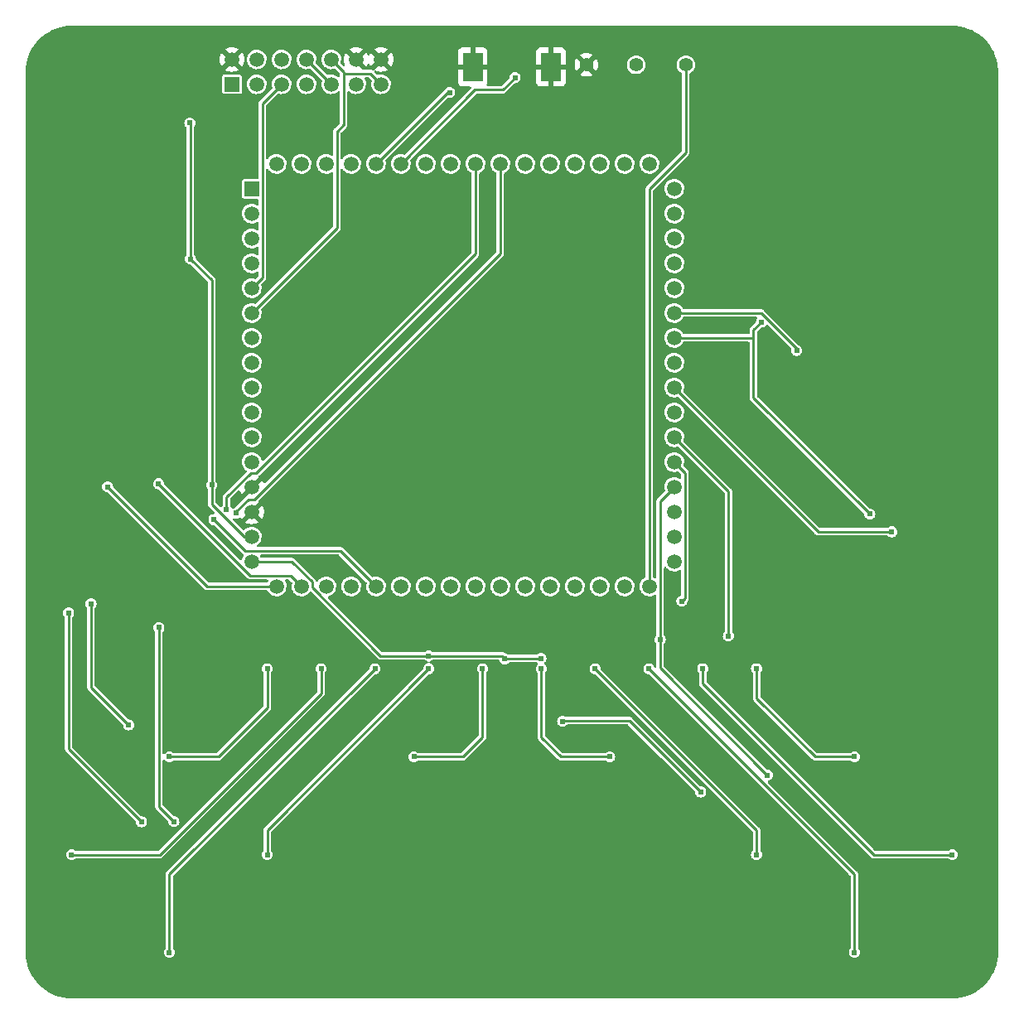
<source format=gbl>
G04 #@! TF.GenerationSoftware,KiCad,Pcbnew,(6.0.7-1)-1*
G04 #@! TF.CreationDate,2022-09-24T13:59:17+09:00*
G04 #@! TF.ProjectId,RL78Display-EB,524c3738-4469-4737-906c-61792d45422e,V1.0*
G04 #@! TF.SameCoordinates,Original*
G04 #@! TF.FileFunction,Copper,L2,Bot*
G04 #@! TF.FilePolarity,Positive*
%FSLAX46Y46*%
G04 Gerber Fmt 4.6, Leading zero omitted, Abs format (unit mm)*
G04 Created by KiCad (PCBNEW (6.0.7-1)-1) date 2022-09-24 13:59:17*
%MOMM*%
%LPD*%
G01*
G04 APERTURE LIST*
G04 #@! TA.AperFunction,ComponentPad*
%ADD10C,1.400000*%
G04 #@! TD*
G04 #@! TA.AperFunction,ComponentPad*
%ADD11R,2.000000X3.000000*%
G04 #@! TD*
G04 #@! TA.AperFunction,ComponentPad*
%ADD12R,1.500000X1.500000*%
G04 #@! TD*
G04 #@! TA.AperFunction,ComponentPad*
%ADD13C,1.500000*%
G04 #@! TD*
G04 #@! TA.AperFunction,ViaPad*
%ADD14C,0.609600*%
G04 #@! TD*
G04 #@! TA.AperFunction,Conductor*
%ADD15C,0.254000*%
G04 #@! TD*
G04 APERTURE END LIST*
D10*
X7620000Y45720000D03*
D11*
X4000000Y45500000D03*
X-4000000Y45500000D03*
D10*
X17780000Y45720000D03*
D12*
X-28620000Y43730000D03*
D13*
X-28620000Y46270000D03*
X-26080000Y43730000D03*
X-26080000Y46270000D03*
X-23540000Y43730000D03*
X-23540000Y46270000D03*
X-21000000Y43730000D03*
X-21000000Y46270000D03*
X-18460000Y43730000D03*
X-18460000Y46270000D03*
X-15920000Y43730000D03*
X-15920000Y46270000D03*
X-13380000Y43730000D03*
X-13380000Y46270000D03*
D12*
X-26590000Y33050000D03*
D13*
X-26590000Y30510000D03*
X-26590000Y27970000D03*
X-26590000Y25430000D03*
X-26590000Y22890000D03*
X-26590000Y20350000D03*
X-26590000Y17810000D03*
X-26590000Y15270000D03*
X-26590000Y12730000D03*
X-26590000Y10190000D03*
X-26590000Y7650000D03*
X-26590000Y5110000D03*
X-26590000Y2570000D03*
X-26590000Y30000D03*
X-26590000Y-2510000D03*
X-26590000Y-5050000D03*
X-24050000Y-7590000D03*
X-21510000Y-7590000D03*
X-18970000Y-7590000D03*
X-16430000Y-7590000D03*
X-13890000Y-7590000D03*
X-11350000Y-7590000D03*
X-8810000Y-7590000D03*
X-6270000Y-7590000D03*
X-3730000Y-7590000D03*
X-1190000Y-7590000D03*
X1350000Y-7590000D03*
X3890000Y-7590000D03*
X6430000Y-7590000D03*
X8970000Y-7590000D03*
X11510000Y-7590000D03*
X14050000Y-7590000D03*
X16590000Y-5050000D03*
X16590000Y-2510000D03*
X16590000Y30000D03*
X16590000Y2570000D03*
X16590000Y5110000D03*
X16590000Y7650000D03*
X16590000Y10190000D03*
X16590000Y12730000D03*
X16590000Y15270000D03*
X16590000Y17810000D03*
X16590000Y20350000D03*
X16590000Y22890000D03*
X16590000Y25430000D03*
X16590000Y27970000D03*
X16590000Y30510000D03*
X16590000Y33050000D03*
X14050000Y35590000D03*
X11510000Y35590000D03*
X8970000Y35590000D03*
X6430000Y35590000D03*
X3890000Y35590000D03*
X1350000Y35590000D03*
X-1190000Y35590000D03*
X-3730000Y35590000D03*
X-6270000Y35590000D03*
X-8810000Y35590000D03*
X-11350000Y35590000D03*
X-13890000Y35590000D03*
X-16430000Y35590000D03*
X-18970000Y35590000D03*
X-21510000Y35590000D03*
X-24050000Y35590000D03*
D10*
X12700000Y45720000D03*
D14*
X-8500000Y-14679200D03*
X-32850000Y25863500D03*
X-732800Y-15000000D03*
X5188435Y-21369625D03*
X19300000Y-28600000D03*
X-32918800Y39767200D03*
X2968100Y-14936100D03*
X-30674800Y2779700D03*
X-30456300Y-761900D03*
X-28146500Y-110800D03*
X-29174800Y243900D03*
X22118500Y-12650500D03*
X17362200Y-9108600D03*
X26105300Y-26878800D03*
X15160100Y-13017100D03*
X29097000Y16527300D03*
X25494300Y19421500D03*
X36575000Y-190200D03*
X38826100Y-2012900D03*
X37250000Y3250000D03*
X30000000Y-16000000D03*
X-30000000Y-45000000D03*
X-18000000Y-18000000D03*
X-10000000Y45000000D03*
X-10000000Y-11250000D03*
X10000000Y-35000000D03*
X-29500000Y25000000D03*
X30000000Y-26000000D03*
X15000000Y-30000000D03*
X30000000Y-5000000D03*
X-40000000Y20000000D03*
X45000000Y25000000D03*
X-46750000Y-15750000D03*
X-29250000Y29250000D03*
X10000000Y-30000000D03*
X-40000000Y-45000000D03*
X-47650000Y-9800000D03*
X-10000000Y-35000000D03*
X20000000Y35000000D03*
X-15000000Y-35000000D03*
X45000000Y-20000000D03*
X0Y-45000000D03*
X30000000Y25000000D03*
X35000000Y20000000D03*
X25000000Y0D03*
X35000000Y-35250000D03*
X45000000Y20000000D03*
X-30000000Y-10000000D03*
X35000000Y35000000D03*
X30000000Y18250000D03*
X0Y-25000000D03*
X-40000000Y-15000000D03*
X-40000000Y10000000D03*
X20250000Y16250000D03*
X0Y-20000000D03*
X0Y-30000000D03*
X-20000000Y-30000000D03*
X-5500000Y-11250000D03*
X40000000Y35000000D03*
X25000000Y25000000D03*
X-29000000Y-22000000D03*
X-40000000Y15000000D03*
X25000000Y-45000000D03*
X-20000000Y-35000000D03*
X-45000000Y-40000000D03*
X25000000Y40000000D03*
X40000000Y-45000000D03*
X40000000Y-10000000D03*
X-33250000Y-2250000D03*
X45000000Y45000000D03*
X22750000Y-26000000D03*
X-29000000Y-19000000D03*
X40000000Y15000000D03*
X45000000Y15000000D03*
X20000000Y-5000000D03*
X-41000000Y-26000000D03*
X16750000Y-11500000D03*
X-20000000Y-45000000D03*
X30000000Y-45000000D03*
X40000000Y-25000000D03*
X15000000Y-45000000D03*
X25000000Y-10000000D03*
X-5000000Y-30000000D03*
X45000000Y-15000000D03*
X-35000000Y20000000D03*
X5000000Y-30000000D03*
X30000000Y-35000000D03*
X35000000Y-31000000D03*
X-20000000Y-40000000D03*
X-45000000Y20000000D03*
X45000000Y40000000D03*
X-43250000Y-21000000D03*
X-25000000Y-40000000D03*
X20000000Y0D03*
X-30000000Y35000000D03*
X45000000Y-5000000D03*
X20250000Y22000000D03*
X-10000000Y-30000000D03*
X30000000Y45000000D03*
X-25000000Y-45000000D03*
X40000000Y-20000000D03*
X40000000Y25000000D03*
X-10000000Y-45000000D03*
X35000000Y45000000D03*
X45000000Y5000000D03*
X45000000Y-40000000D03*
X-5000000Y-35000000D03*
X16000000Y-22000000D03*
X15000000Y-40000000D03*
X35000000Y40000000D03*
X25000000Y-40000000D03*
X30000000Y-22000000D03*
X-35000000Y10000000D03*
X25000000Y10000000D03*
X5000000Y-35000000D03*
X10000000Y-45000000D03*
X25000000Y30000000D03*
X0Y-11250000D03*
X-35000000Y45000000D03*
X23000000Y-18000000D03*
X-15000000Y-30000000D03*
X40000000Y-31000000D03*
X30000000Y-40000000D03*
X-40000000Y25000000D03*
X45000000Y35000000D03*
X15000000Y40000000D03*
X40000000Y45000000D03*
X35000000Y-10000000D03*
X40000000Y20000000D03*
X40000000Y-15000000D03*
X40000000Y40000000D03*
X5500000Y-11250000D03*
X45000000Y30000000D03*
X-45000000Y15000000D03*
X-38950000Y-32550000D03*
X5000000Y-45000000D03*
X45000000Y-45000000D03*
X0Y-35000000D03*
X30000000Y5000000D03*
X-16000000Y-20000000D03*
X25000000Y45000000D03*
X-15000000Y-40000000D03*
X30000000Y35000000D03*
X40000000Y-5000000D03*
X20000000Y-45000000D03*
X-15000000Y-45000000D03*
X20000000Y-10000000D03*
X45000000Y10000000D03*
X-15000000Y-11250000D03*
X35000000Y30000000D03*
X-5000000Y-45000000D03*
X35000000Y-5000000D03*
X30000000Y40000000D03*
X45000000Y-25000000D03*
X45000000Y-10000000D03*
X-40000000Y-40000000D03*
X-35000000Y35000000D03*
X13750000Y-11500000D03*
X20000000Y45000000D03*
X20000000Y-40000000D03*
X-45000000Y-45000000D03*
X15000000Y-35000000D03*
X20000000Y-35000000D03*
X-35000000Y-10000000D03*
X40000000Y-40000000D03*
X40000000Y30000000D03*
X-6362100Y42873200D03*
X330600Y44406500D03*
X-41315100Y2587000D03*
X-36105700Y2900200D03*
X-45300000Y-10300000D03*
X-37850000Y-31650000D03*
X-34543800Y-31622300D03*
X-36072200Y-11781000D03*
X-43008000Y-9369800D03*
X-39174100Y-21748200D03*
X45000000Y-35000000D03*
X19500000Y-16000000D03*
X14000000Y-16000000D03*
X35000000Y-45000000D03*
X25000000Y-35000000D03*
X8500000Y-16000000D03*
X35000000Y-25000000D03*
X25000000Y-16000000D03*
X-10000000Y-25000000D03*
X-3000000Y-16000000D03*
X3000000Y-16000000D03*
X10000000Y-25000000D03*
X-8500000Y-16000000D03*
X-25000000Y-35000000D03*
X-35000000Y-45000000D03*
X-14000000Y-16000000D03*
X-19500000Y-16000000D03*
X-45000000Y-35000000D03*
X-35000000Y-25000000D03*
X-25000000Y-16000000D03*
D15*
X-32850000Y39698400D02*
X-32918800Y39767200D01*
X-26590000Y-5050000D02*
X-22517000Y-5050000D01*
X-989700Y-14679200D02*
X-732800Y-14936100D01*
X-13431800Y-14679200D02*
X-8500000Y-14679200D01*
X-26590000Y-2510000D02*
X-27352400Y-2510000D01*
X-32850000Y25863500D02*
X-30674800Y23688300D01*
X-30674800Y812400D02*
X-30674800Y2779700D01*
X-30674800Y23688300D02*
X-30674800Y2779700D01*
X-22517000Y-5050000D02*
X-20427500Y-7139500D01*
X-732800Y-14936100D02*
X2968100Y-14936100D01*
X-732800Y-14936100D02*
X-732800Y-15000000D01*
X-27352400Y-2510000D02*
X-30674800Y812400D01*
X-20427500Y-7683500D02*
X-13431800Y-14679200D01*
X5258060Y-21300000D02*
X12000000Y-21300000D01*
X15600000Y-24900000D02*
X19300000Y-28600000D01*
X-32850000Y25863500D02*
X-32850000Y39698400D01*
X5188435Y-21369625D02*
X5258060Y-21300000D01*
X12000000Y-21300000D02*
X15600000Y-24900000D01*
X-20427500Y-7139500D02*
X-20427500Y-7683500D01*
X-8500000Y-14679200D02*
X-989700Y-14679200D01*
X-17538100Y-3941900D02*
X-27276300Y-3941900D01*
X-27276300Y-3941900D02*
X-30456300Y-761900D01*
X-13890000Y-7590000D02*
X-17538100Y-3941900D01*
X-18460000Y43730000D02*
X-21000000Y46270000D01*
X-26590000Y22890000D02*
X-25509500Y23970500D01*
X-25509500Y41760500D02*
X-23540000Y43730000D01*
X-25509500Y23970500D02*
X-25509500Y41760500D01*
X-17889400Y38900500D02*
X-17190000Y39599900D01*
X-17190000Y44841300D02*
X-14491300Y44841300D01*
X-17889400Y29050600D02*
X-17889400Y38900500D01*
X-14491300Y44841300D02*
X-13380000Y43730000D01*
X-17190000Y45000000D02*
X-18460000Y46270000D01*
X-17190000Y39599900D02*
X-17190000Y44841300D01*
X-17190000Y44841300D02*
X-17190000Y45000000D01*
X-26590000Y20350000D02*
X-17889400Y29050600D01*
X-26328300Y1300000D02*
X-26913500Y1300000D01*
X-1190000Y26438300D02*
X-26328300Y1300000D01*
X-1190000Y35590000D02*
X-1190000Y26438300D01*
X-26913500Y1300000D02*
X-28146500Y67000D01*
X-28146500Y67000D02*
X-28146500Y-110800D01*
X-3730000Y26426500D02*
X-26127100Y4029400D01*
X-29174800Y1519700D02*
X-29174800Y243900D01*
X-3730000Y35590000D02*
X-3730000Y26426500D01*
X-26665100Y4029400D02*
X-29174800Y1519700D01*
X-26127100Y4029400D02*
X-26665100Y4029400D01*
X16590000Y7650000D02*
X22118500Y2121500D01*
X22118500Y2121500D02*
X22118500Y-12650500D01*
X17684500Y4015500D02*
X17684500Y-8786300D01*
X16590000Y5110000D02*
X17684500Y4015500D01*
X17684500Y-8786300D02*
X17362200Y-9108600D01*
X15160100Y-15933600D02*
X26105300Y-26878800D01*
X16590000Y2570000D02*
X15160100Y1140100D01*
X15160100Y-13017100D02*
X15160100Y-15933600D01*
X15160100Y1140100D02*
X15160100Y-13017100D01*
X25464300Y20350000D02*
X16590000Y20350000D01*
X29097000Y16527300D02*
X29097000Y16717300D01*
X29097000Y16717300D02*
X25464300Y20350000D01*
X24688600Y11696200D02*
X36575000Y-190200D01*
X16590000Y17810000D02*
X24688600Y17810000D01*
X24688600Y17810000D02*
X24688600Y11696200D01*
X24688600Y18615800D02*
X24688600Y17810000D01*
X25494300Y19421500D02*
X24688600Y18615800D01*
X31332900Y-2012900D02*
X38826100Y-2012900D01*
X16590000Y12730000D02*
X31332900Y-2012900D01*
X-38950000Y-32550000D02*
X-47650000Y-23850000D01*
X-47650000Y-23850000D02*
X-47650000Y-9800000D01*
X-13890000Y35590000D02*
X-6606800Y42873200D01*
X-6606800Y42873200D02*
X-6362100Y42873200D01*
X-905900Y43170000D02*
X330600Y44406500D01*
X-11350000Y35590000D02*
X-3770000Y43170000D01*
X-3770000Y43170000D02*
X-905900Y43170000D01*
X14050000Y-7590000D02*
X14050000Y33050000D01*
X17780000Y36780000D02*
X17780000Y45720000D01*
X14050000Y33050000D02*
X17780000Y36780000D01*
X-31138100Y-7590000D02*
X-24050000Y-7590000D01*
X-41315100Y2587000D02*
X-31138100Y-7590000D01*
X-26716200Y-6489300D02*
X-36105700Y2900200D01*
X-21510000Y-7590000D02*
X-22610700Y-6489300D01*
X-22610700Y-6489300D02*
X-26716200Y-6489300D01*
X-45300000Y-24200000D02*
X-45300000Y-10300000D01*
X-37850000Y-31650000D02*
X-45300000Y-24200000D01*
X-36072200Y-30093900D02*
X-36072200Y-11781000D01*
X-34543800Y-31622300D02*
X-36072200Y-30093900D01*
X-39174100Y-21748200D02*
X-43008000Y-17914300D01*
X-43008000Y-17914300D02*
X-43008000Y-9369800D01*
X19500000Y-16000000D02*
X19500000Y-17500000D01*
X37000000Y-35000000D02*
X45000000Y-35000000D01*
X19500000Y-17500000D02*
X37000000Y-35000000D01*
X35000000Y-37000000D02*
X35000000Y-45000000D01*
X14000000Y-16000000D02*
X35000000Y-37000000D01*
X8500000Y-16000000D02*
X25000000Y-32500000D01*
X25000000Y-32500000D02*
X25000000Y-35000000D01*
X25000000Y-16000000D02*
X25000000Y-19000000D01*
X25000000Y-19000000D02*
X31000000Y-25000000D01*
X31000000Y-25000000D02*
X35000000Y-25000000D01*
X-3000000Y-16000000D02*
X-3000000Y-23000000D01*
X-5000000Y-25000000D02*
X-10000000Y-25000000D01*
X-3000000Y-23000000D02*
X-5000000Y-25000000D01*
X5000000Y-25000000D02*
X10000000Y-25000000D01*
X3000000Y-23000000D02*
X5000000Y-25000000D01*
X3000000Y-16000000D02*
X3000000Y-23000000D01*
X-25000000Y-32500000D02*
X-25000000Y-35000000D01*
X-8500000Y-16000000D02*
X-25000000Y-32500000D01*
X-35000000Y-37000000D02*
X-35000000Y-45000000D01*
X-14000000Y-16000000D02*
X-35000000Y-37000000D01*
X-19500000Y-16000000D02*
X-19500000Y-18500000D01*
X-36000000Y-35000000D02*
X-45000000Y-35000000D01*
X-19500000Y-18500000D02*
X-36000000Y-35000000D01*
X-25000000Y-20000000D02*
X-30000000Y-25000000D01*
X-30000000Y-25000000D02*
X-35000000Y-25000000D01*
X-25000000Y-16000000D02*
X-25000000Y-20000000D01*
G04 #@! TA.AperFunction,Conductor*
G36*
X44984142Y49692786D02*
G01*
X45000000Y49689990D01*
X45010855Y49691904D01*
X45015985Y49691904D01*
X45035196Y49693163D01*
X45291483Y49681973D01*
X45403675Y49677075D01*
X45414623Y49676117D01*
X45809783Y49624094D01*
X45820591Y49622188D01*
X46209706Y49535923D01*
X46220323Y49533078D01*
X46600439Y49413228D01*
X46610752Y49409475D01*
X46978999Y49256942D01*
X46988934Y49252309D01*
X47342478Y49068265D01*
X47351987Y49062775D01*
X47688124Y48848632D01*
X47697128Y48842328D01*
X48013336Y48599694D01*
X48021756Y48592628D01*
X48315598Y48323371D01*
X48323367Y48315602D01*
X48592628Y48021756D01*
X48599694Y48013336D01*
X48842328Y47697128D01*
X48848632Y47688124D01*
X49057375Y47360464D01*
X49062775Y47351987D01*
X49068265Y47342478D01*
X49252309Y46988934D01*
X49256942Y46978999D01*
X49409365Y46611018D01*
X49409472Y46610760D01*
X49413228Y46600439D01*
X49533078Y46220324D01*
X49535923Y46209707D01*
X49621398Y45824155D01*
X49622186Y45820600D01*
X49624094Y45809783D01*
X49664659Y45501657D01*
X49676117Y45414624D01*
X49677075Y45403675D01*
X49680410Y45327292D01*
X49693163Y45035196D01*
X49691904Y45015985D01*
X49691904Y45010855D01*
X49689990Y45000000D01*
X49691904Y44989146D01*
X49692786Y44984144D01*
X49694700Y44962264D01*
X49694700Y-44962264D01*
X49692786Y-44984142D01*
X49689990Y-45000000D01*
X49691904Y-45010855D01*
X49691904Y-45015985D01*
X49693163Y-45035196D01*
X49677075Y-45403674D01*
X49676117Y-45414623D01*
X49658824Y-45545982D01*
X49624095Y-45809775D01*
X49622186Y-45820600D01*
X49535923Y-46209706D01*
X49533078Y-46220323D01*
X49506857Y-46303488D01*
X49413231Y-46600431D01*
X49409475Y-46610752D01*
X49362525Y-46724101D01*
X49256946Y-46978990D01*
X49252309Y-46988934D01*
X49068265Y-47342478D01*
X49062775Y-47351987D01*
X48848632Y-47688124D01*
X48842328Y-47697128D01*
X48599694Y-48013336D01*
X48592630Y-48021753D01*
X48373063Y-48261369D01*
X48323371Y-48315598D01*
X48315598Y-48323371D01*
X48021756Y-48592628D01*
X48013336Y-48599694D01*
X47697128Y-48842328D01*
X47688124Y-48848632D01*
X47351987Y-49062775D01*
X47342478Y-49068265D01*
X46988934Y-49252309D01*
X46978999Y-49256942D01*
X46610752Y-49409475D01*
X46600439Y-49413228D01*
X46220324Y-49533078D01*
X46209707Y-49535923D01*
X45820591Y-49622188D01*
X45809783Y-49624094D01*
X45414624Y-49676117D01*
X45403675Y-49677075D01*
X45291483Y-49681973D01*
X45035196Y-49693163D01*
X45015985Y-49691904D01*
X45010855Y-49691904D01*
X45000000Y-49689990D01*
X44984142Y-49692786D01*
X44962264Y-49694700D01*
X-44962264Y-49694700D01*
X-44984142Y-49692786D01*
X-45000000Y-49689990D01*
X-45010855Y-49691904D01*
X-45015985Y-49691904D01*
X-45035196Y-49693163D01*
X-45291483Y-49681973D01*
X-45403675Y-49677075D01*
X-45414624Y-49676117D01*
X-45809783Y-49624094D01*
X-45820591Y-49622188D01*
X-46209707Y-49535923D01*
X-46220324Y-49533078D01*
X-46600439Y-49413228D01*
X-46610752Y-49409475D01*
X-46978999Y-49256942D01*
X-46988934Y-49252309D01*
X-47342478Y-49068265D01*
X-47351987Y-49062775D01*
X-47688124Y-48848632D01*
X-47697128Y-48842328D01*
X-48013336Y-48599694D01*
X-48021756Y-48592628D01*
X-48315598Y-48323371D01*
X-48323371Y-48315598D01*
X-48373062Y-48261369D01*
X-48592630Y-48021753D01*
X-48599694Y-48013336D01*
X-48842328Y-47697128D01*
X-48848632Y-47688124D01*
X-49062775Y-47351987D01*
X-49068265Y-47342478D01*
X-49252309Y-46988934D01*
X-49256946Y-46978990D01*
X-49362524Y-46724101D01*
X-49409475Y-46610752D01*
X-49413231Y-46600431D01*
X-49506856Y-46303488D01*
X-49533078Y-46220323D01*
X-49535923Y-46209706D01*
X-49622186Y-45820600D01*
X-49624095Y-45809775D01*
X-49658823Y-45545982D01*
X-49676117Y-45414623D01*
X-49677075Y-45403674D01*
X-49693163Y-45035196D01*
X-49691904Y-45015985D01*
X-49691904Y-45010855D01*
X-49689990Y-45000000D01*
X-35564126Y-45000000D01*
X-35544904Y-45146007D01*
X-35488547Y-45282063D01*
X-35398897Y-45398897D01*
X-35282063Y-45488547D01*
X-35146007Y-45544904D01*
X-35137823Y-45545981D01*
X-35137821Y-45545982D01*
X-35008188Y-45563048D01*
X-35000000Y-45564126D01*
X-34991812Y-45563048D01*
X-34862179Y-45545982D01*
X-34862177Y-45545981D01*
X-34853993Y-45544904D01*
X-34717937Y-45488547D01*
X-34601103Y-45398897D01*
X-34511453Y-45282063D01*
X-34455096Y-45146007D01*
X-34435874Y-45000000D01*
X-34455096Y-44853993D01*
X-34511453Y-44717937D01*
X-34592464Y-44612362D01*
X-34618063Y-44546144D01*
X-34618500Y-44535660D01*
X-34618500Y-37210212D01*
X-34598498Y-37142091D01*
X-34581595Y-37121117D01*
X-14058579Y-16598101D01*
X-13996267Y-16564075D01*
X-13985930Y-16562274D01*
X-13862179Y-16545982D01*
X-13862177Y-16545981D01*
X-13853993Y-16544904D01*
X-13717937Y-16488547D01*
X-13601103Y-16398897D01*
X-13511453Y-16282063D01*
X-13455096Y-16146007D01*
X-13435874Y-16000000D01*
X-13455096Y-15853993D01*
X-13511453Y-15717937D01*
X-13601103Y-15601103D01*
X-13717937Y-15511453D01*
X-13853993Y-15455096D01*
X-13862177Y-15454019D01*
X-13862179Y-15454018D01*
X-13976768Y-15438933D01*
X-14000000Y-15435874D01*
X-14023232Y-15438933D01*
X-14137821Y-15454018D01*
X-14137823Y-15454019D01*
X-14146007Y-15455096D01*
X-14282063Y-15511453D01*
X-14398897Y-15601103D01*
X-14488547Y-15717937D01*
X-14544904Y-15853993D01*
X-14559556Y-15965292D01*
X-14562273Y-15985928D01*
X-14590995Y-16050855D01*
X-14598100Y-16058577D01*
X-35231479Y-36691956D01*
X-35250495Y-36707315D01*
X-35251556Y-36708281D01*
X-35260304Y-36713929D01*
X-35266750Y-36722106D01*
X-35281229Y-36740472D01*
X-35285206Y-36744947D01*
X-35285135Y-36745008D01*
X-35288488Y-36748965D01*
X-35292171Y-36752648D01*
X-35295197Y-36756883D01*
X-35295199Y-36756885D01*
X-35303453Y-36768436D01*
X-35307016Y-36773182D01*
X-35338934Y-36813670D01*
X-35341985Y-36822357D01*
X-35347334Y-36829843D01*
X-35350317Y-36839819D01*
X-35350318Y-36839820D01*
X-35362098Y-36879211D01*
X-35363928Y-36884843D01*
X-35381016Y-36933502D01*
X-35381500Y-36939091D01*
X-35381500Y-36941802D01*
X-35381615Y-36944469D01*
X-35381634Y-36944532D01*
X-35381808Y-36944525D01*
X-35381855Y-36945271D01*
X-35383725Y-36951524D01*
X-35383316Y-36961928D01*
X-35381597Y-37005678D01*
X-35381500Y-37010625D01*
X-35381500Y-44535660D01*
X-35401502Y-44603781D01*
X-35407527Y-44612350D01*
X-35488547Y-44717937D01*
X-35544904Y-44853993D01*
X-35564126Y-45000000D01*
X-49689990Y-45000000D01*
X-49692786Y-44984142D01*
X-49694700Y-44962264D01*
X-49694700Y-35000000D01*
X-45564126Y-35000000D01*
X-45544904Y-35146007D01*
X-45488547Y-35282063D01*
X-45398897Y-35398897D01*
X-45282063Y-35488547D01*
X-45146007Y-35544904D01*
X-45137823Y-35545981D01*
X-45137821Y-35545982D01*
X-45008188Y-35563048D01*
X-45000000Y-35564126D01*
X-44991812Y-35563048D01*
X-44862179Y-35545982D01*
X-44862177Y-35545981D01*
X-44853993Y-35544904D01*
X-44717937Y-35488547D01*
X-44612362Y-35407536D01*
X-44546144Y-35381937D01*
X-44535660Y-35381500D01*
X-36054135Y-35381500D01*
X-36029836Y-35384086D01*
X-36028398Y-35384154D01*
X-36018220Y-35386345D01*
X-35984659Y-35382373D01*
X-35978680Y-35382021D01*
X-35978688Y-35381928D01*
X-35973510Y-35381500D01*
X-35968308Y-35381500D01*
X-35949154Y-35378312D01*
X-35943296Y-35377478D01*
X-35926682Y-35375512D01*
X-35902433Y-35372642D01*
X-35902432Y-35372642D01*
X-35892093Y-35371418D01*
X-35883794Y-35367433D01*
X-35874717Y-35365922D01*
X-35829349Y-35341442D01*
X-35824086Y-35338761D01*
X-35784750Y-35319873D01*
X-35784746Y-35319870D01*
X-35777602Y-35316440D01*
X-35773308Y-35312830D01*
X-35771376Y-35310898D01*
X-35769427Y-35309111D01*
X-35769374Y-35309082D01*
X-35769255Y-35309212D01*
X-35768687Y-35308711D01*
X-35762943Y-35305612D01*
X-35753315Y-35295197D01*
X-35726133Y-35265791D01*
X-35722703Y-35262225D01*
X-19268524Y-18808046D01*
X-19249501Y-18792682D01*
X-19248442Y-18791718D01*
X-19239696Y-18786071D01*
X-19233248Y-18777892D01*
X-19233246Y-18777890D01*
X-19218766Y-18759523D01*
X-19214791Y-18755050D01*
X-19214863Y-18754989D01*
X-19211510Y-18751032D01*
X-19207829Y-18747351D01*
X-19196545Y-18731560D01*
X-19192981Y-18726814D01*
X-19167513Y-18694508D01*
X-19161066Y-18686330D01*
X-19158016Y-18677645D01*
X-19152665Y-18670157D01*
X-19137885Y-18620734D01*
X-19136073Y-18615160D01*
X-19118984Y-18566498D01*
X-19118500Y-18560909D01*
X-19118500Y-18558198D01*
X-19118385Y-18555531D01*
X-19118366Y-18555468D01*
X-19118192Y-18555475D01*
X-19118145Y-18554729D01*
X-19116275Y-18548476D01*
X-19118403Y-18494312D01*
X-19118500Y-18489366D01*
X-19118500Y-16464340D01*
X-19098498Y-16396219D01*
X-19092473Y-16387650D01*
X-19011453Y-16282063D01*
X-18955096Y-16146007D01*
X-18935874Y-16000000D01*
X-18955096Y-15853993D01*
X-19011453Y-15717937D01*
X-19101103Y-15601103D01*
X-19217937Y-15511453D01*
X-19353993Y-15455096D01*
X-19362177Y-15454019D01*
X-19362179Y-15454018D01*
X-19476768Y-15438933D01*
X-19500000Y-15435874D01*
X-19523232Y-15438933D01*
X-19637821Y-15454018D01*
X-19637823Y-15454019D01*
X-19646007Y-15455096D01*
X-19782063Y-15511453D01*
X-19898897Y-15601103D01*
X-19988547Y-15717937D01*
X-20044904Y-15853993D01*
X-20064126Y-16000000D01*
X-20044904Y-16146007D01*
X-19988547Y-16282063D01*
X-19907536Y-16387638D01*
X-19881937Y-16453856D01*
X-19881500Y-16464340D01*
X-19881500Y-18289787D01*
X-19901502Y-18357908D01*
X-19918405Y-18378882D01*
X-36121118Y-34581595D01*
X-36183430Y-34615621D01*
X-36210213Y-34618500D01*
X-44535660Y-34618500D01*
X-44603781Y-34598498D01*
X-44612350Y-34592473D01*
X-44717937Y-34511453D01*
X-44853993Y-34455096D01*
X-44862177Y-34454019D01*
X-44862179Y-34454018D01*
X-44991812Y-34436952D01*
X-45000000Y-34435874D01*
X-45008188Y-34436952D01*
X-45137821Y-34454018D01*
X-45137823Y-34454019D01*
X-45146007Y-34455096D01*
X-45282063Y-34511453D01*
X-45398897Y-34601103D01*
X-45488547Y-34717937D01*
X-45544904Y-34853993D01*
X-45564126Y-35000000D01*
X-49694700Y-35000000D01*
X-49694700Y-10300000D01*
X-45864126Y-10300000D01*
X-45844904Y-10446007D01*
X-45788547Y-10582063D01*
X-45707536Y-10687638D01*
X-45681937Y-10753856D01*
X-45681500Y-10764340D01*
X-45681500Y-24145865D01*
X-45684086Y-24170164D01*
X-45684154Y-24171602D01*
X-45686345Y-24181780D01*
X-45685121Y-24192120D01*
X-45682373Y-24215342D01*
X-45682021Y-24221320D01*
X-45681928Y-24221312D01*
X-45681500Y-24226490D01*
X-45681500Y-24231692D01*
X-45680646Y-24236822D01*
X-45678314Y-24250832D01*
X-45677478Y-24256704D01*
X-45671418Y-24307907D01*
X-45667433Y-24316206D01*
X-45665922Y-24325283D01*
X-45641442Y-24370651D01*
X-45638761Y-24375914D01*
X-45619873Y-24415250D01*
X-45619870Y-24415254D01*
X-45616440Y-24422398D01*
X-45612830Y-24426692D01*
X-45610898Y-24428624D01*
X-45609111Y-24430573D01*
X-45609082Y-24430626D01*
X-45609212Y-24430745D01*
X-45608711Y-24431313D01*
X-45605612Y-24437057D01*
X-45597967Y-24444124D01*
X-45565791Y-24473867D01*
X-45562225Y-24477297D01*
X-38448100Y-31591423D01*
X-38414074Y-31653735D01*
X-38412273Y-31664072D01*
X-38399628Y-31760121D01*
X-38394904Y-31796007D01*
X-38338547Y-31932063D01*
X-38248897Y-32048897D01*
X-38132063Y-32138547D01*
X-37996007Y-32194904D01*
X-37987823Y-32195981D01*
X-37987821Y-32195982D01*
X-37858188Y-32213048D01*
X-37850000Y-32214126D01*
X-37841812Y-32213048D01*
X-37712179Y-32195982D01*
X-37712177Y-32195981D01*
X-37703993Y-32194904D01*
X-37567937Y-32138547D01*
X-37451103Y-32048897D01*
X-37361453Y-31932063D01*
X-37305096Y-31796007D01*
X-37300371Y-31760121D01*
X-37286952Y-31658188D01*
X-37285874Y-31650000D01*
X-37305096Y-31503993D01*
X-37361453Y-31367937D01*
X-37451103Y-31251103D01*
X-37567937Y-31161453D01*
X-37703993Y-31105096D01*
X-37712177Y-31104019D01*
X-37712179Y-31104018D01*
X-37835930Y-31087726D01*
X-37900858Y-31059003D01*
X-37908579Y-31051899D01*
X-44881595Y-24078882D01*
X-44915621Y-24016570D01*
X-44918500Y-23989787D01*
X-44918500Y-10764340D01*
X-44898498Y-10696219D01*
X-44892473Y-10687650D01*
X-44811453Y-10582063D01*
X-44755096Y-10446007D01*
X-44735874Y-10300000D01*
X-44755096Y-10153993D01*
X-44811453Y-10017937D01*
X-44901103Y-9901103D01*
X-45017937Y-9811453D01*
X-45153993Y-9755096D01*
X-45162177Y-9754019D01*
X-45162179Y-9754018D01*
X-45291812Y-9736952D01*
X-45300000Y-9735874D01*
X-45308188Y-9736952D01*
X-45437821Y-9754018D01*
X-45437823Y-9754019D01*
X-45446007Y-9755096D01*
X-45582063Y-9811453D01*
X-45698897Y-9901103D01*
X-45788547Y-10017937D01*
X-45844904Y-10153993D01*
X-45864126Y-10300000D01*
X-49694700Y-10300000D01*
X-49694700Y-9369800D01*
X-43572126Y-9369800D01*
X-43571048Y-9377988D01*
X-43554860Y-9500947D01*
X-43552904Y-9515807D01*
X-43496547Y-9651863D01*
X-43415536Y-9757438D01*
X-43389937Y-9823656D01*
X-43389500Y-9834140D01*
X-43389500Y-17860165D01*
X-43392086Y-17884464D01*
X-43392154Y-17885902D01*
X-43394345Y-17896080D01*
X-43393121Y-17906420D01*
X-43390373Y-17929642D01*
X-43390021Y-17935620D01*
X-43389928Y-17935612D01*
X-43389500Y-17940790D01*
X-43389500Y-17945992D01*
X-43388646Y-17951122D01*
X-43386314Y-17965132D01*
X-43385478Y-17971004D01*
X-43379418Y-18022207D01*
X-43375433Y-18030506D01*
X-43373922Y-18039583D01*
X-43349442Y-18084951D01*
X-43346761Y-18090214D01*
X-43327873Y-18129550D01*
X-43327870Y-18129554D01*
X-43324440Y-18136698D01*
X-43320830Y-18140992D01*
X-43318898Y-18142924D01*
X-43317111Y-18144873D01*
X-43317082Y-18144926D01*
X-43317212Y-18145046D01*
X-43316710Y-18145615D01*
X-43313612Y-18151357D01*
X-43305968Y-18158423D01*
X-43273792Y-18188167D01*
X-43270227Y-18191596D01*
X-39772200Y-21689623D01*
X-39738174Y-21751935D01*
X-39736375Y-21762263D01*
X-39719004Y-21894207D01*
X-39662647Y-22030263D01*
X-39572997Y-22147097D01*
X-39456163Y-22236747D01*
X-39320107Y-22293104D01*
X-39311923Y-22294181D01*
X-39311921Y-22294182D01*
X-39182288Y-22311248D01*
X-39174100Y-22312326D01*
X-39165912Y-22311248D01*
X-39036279Y-22294182D01*
X-39036277Y-22294181D01*
X-39028093Y-22293104D01*
X-38892037Y-22236747D01*
X-38775203Y-22147097D01*
X-38685553Y-22030263D01*
X-38629196Y-21894207D01*
X-38624867Y-21861330D01*
X-38611052Y-21756388D01*
X-38609974Y-21748200D01*
X-38618755Y-21681500D01*
X-38628118Y-21610379D01*
X-38628119Y-21610377D01*
X-38629196Y-21602193D01*
X-38685553Y-21466137D01*
X-38775203Y-21349303D01*
X-38892037Y-21259653D01*
X-39028093Y-21203296D01*
X-39036277Y-21202219D01*
X-39036279Y-21202218D01*
X-39160030Y-21185926D01*
X-39224958Y-21157203D01*
X-39232679Y-21150099D01*
X-42589595Y-17793182D01*
X-42623621Y-17730870D01*
X-42626500Y-17704087D01*
X-42626500Y-11781000D01*
X-36636326Y-11781000D01*
X-36617104Y-11927007D01*
X-36560747Y-12063063D01*
X-36479736Y-12168638D01*
X-36454137Y-12234856D01*
X-36453700Y-12245340D01*
X-36453700Y-30039765D01*
X-36456286Y-30064064D01*
X-36456354Y-30065502D01*
X-36458545Y-30075680D01*
X-36457321Y-30086020D01*
X-36454573Y-30109242D01*
X-36454221Y-30115220D01*
X-36454128Y-30115212D01*
X-36453700Y-30120390D01*
X-36453700Y-30125592D01*
X-36452846Y-30130722D01*
X-36450514Y-30144732D01*
X-36449678Y-30150604D01*
X-36443618Y-30201807D01*
X-36439633Y-30210106D01*
X-36438122Y-30219183D01*
X-36413642Y-30264551D01*
X-36410961Y-30269814D01*
X-36392073Y-30309150D01*
X-36392070Y-30309154D01*
X-36388640Y-30316298D01*
X-36385030Y-30320592D01*
X-36383098Y-30322524D01*
X-36381311Y-30324473D01*
X-36381282Y-30324526D01*
X-36381412Y-30324645D01*
X-36380911Y-30325213D01*
X-36377812Y-30330957D01*
X-36370167Y-30338024D01*
X-36337992Y-30367766D01*
X-36334426Y-30371196D01*
X-35141900Y-31563723D01*
X-35107874Y-31626035D01*
X-35106075Y-31636363D01*
X-35088704Y-31768307D01*
X-35032347Y-31904363D01*
X-34942697Y-32021197D01*
X-34825863Y-32110847D01*
X-34689807Y-32167204D01*
X-34681623Y-32168281D01*
X-34681621Y-32168282D01*
X-34551988Y-32185348D01*
X-34543800Y-32186426D01*
X-34535612Y-32185348D01*
X-34405979Y-32168282D01*
X-34405977Y-32168281D01*
X-34397793Y-32167204D01*
X-34261737Y-32110847D01*
X-34144903Y-32021197D01*
X-34055253Y-31904363D01*
X-33998896Y-31768307D01*
X-33979674Y-31622300D01*
X-33987386Y-31563723D01*
X-33997818Y-31484479D01*
X-33997819Y-31484477D01*
X-33998896Y-31476293D01*
X-34055253Y-31340237D01*
X-34144903Y-31223403D01*
X-34261737Y-31133753D01*
X-34397793Y-31077396D01*
X-34405977Y-31076319D01*
X-34405979Y-31076318D01*
X-34459024Y-31069335D01*
X-34529729Y-31060026D01*
X-34594655Y-31031305D01*
X-34602377Y-31024200D01*
X-35653795Y-29972782D01*
X-35687821Y-29910470D01*
X-35690700Y-29883687D01*
X-35690700Y-25389795D01*
X-35670698Y-25321674D01*
X-35617042Y-25275181D01*
X-35546768Y-25265077D01*
X-35482188Y-25294571D01*
X-35464744Y-25313083D01*
X-35398897Y-25398897D01*
X-35282063Y-25488547D01*
X-35146007Y-25544904D01*
X-35137823Y-25545981D01*
X-35137821Y-25545982D01*
X-35008188Y-25563048D01*
X-35000000Y-25564126D01*
X-34991812Y-25563048D01*
X-34862179Y-25545982D01*
X-34862177Y-25545981D01*
X-34853993Y-25544904D01*
X-34717937Y-25488547D01*
X-34612362Y-25407536D01*
X-34546144Y-25381937D01*
X-34535660Y-25381500D01*
X-30054135Y-25381500D01*
X-30029836Y-25384086D01*
X-30028398Y-25384154D01*
X-30018220Y-25386345D01*
X-29984659Y-25382373D01*
X-29978680Y-25382021D01*
X-29978688Y-25381928D01*
X-29973510Y-25381500D01*
X-29968308Y-25381500D01*
X-29949154Y-25378312D01*
X-29943296Y-25377478D01*
X-29926682Y-25375512D01*
X-29902433Y-25372642D01*
X-29902432Y-25372642D01*
X-29892093Y-25371418D01*
X-29883794Y-25367433D01*
X-29874717Y-25365922D01*
X-29829349Y-25341442D01*
X-29824086Y-25338761D01*
X-29784750Y-25319873D01*
X-29784746Y-25319870D01*
X-29777602Y-25316440D01*
X-29773308Y-25312830D01*
X-29771376Y-25310898D01*
X-29769427Y-25309111D01*
X-29769374Y-25309082D01*
X-29769255Y-25309212D01*
X-29768687Y-25308711D01*
X-29762943Y-25305612D01*
X-29753315Y-25295197D01*
X-29726133Y-25265791D01*
X-29722703Y-25262225D01*
X-24768524Y-20308046D01*
X-24749501Y-20292682D01*
X-24748442Y-20291718D01*
X-24739696Y-20286071D01*
X-24733248Y-20277892D01*
X-24733246Y-20277890D01*
X-24718766Y-20259523D01*
X-24714791Y-20255050D01*
X-24714863Y-20254989D01*
X-24711510Y-20251032D01*
X-24707829Y-20247351D01*
X-24696545Y-20231560D01*
X-24692981Y-20226814D01*
X-24667513Y-20194508D01*
X-24661066Y-20186330D01*
X-24658016Y-20177645D01*
X-24652665Y-20170157D01*
X-24637885Y-20120734D01*
X-24636073Y-20115160D01*
X-24618984Y-20066498D01*
X-24618500Y-20060909D01*
X-24618500Y-20058198D01*
X-24618385Y-20055531D01*
X-24618366Y-20055468D01*
X-24618192Y-20055475D01*
X-24618145Y-20054729D01*
X-24616275Y-20048476D01*
X-24618403Y-19994312D01*
X-24618500Y-19989366D01*
X-24618500Y-16464340D01*
X-24598498Y-16396219D01*
X-24592473Y-16387650D01*
X-24511453Y-16282063D01*
X-24455096Y-16146007D01*
X-24435874Y-16000000D01*
X-24455096Y-15853993D01*
X-24511453Y-15717937D01*
X-24601103Y-15601103D01*
X-24717937Y-15511453D01*
X-24853993Y-15455096D01*
X-24862177Y-15454019D01*
X-24862179Y-15454018D01*
X-24976768Y-15438933D01*
X-25000000Y-15435874D01*
X-25023232Y-15438933D01*
X-25137821Y-15454018D01*
X-25137823Y-15454019D01*
X-25146007Y-15455096D01*
X-25282063Y-15511453D01*
X-25398897Y-15601103D01*
X-25488547Y-15717937D01*
X-25544904Y-15853993D01*
X-25564126Y-16000000D01*
X-25544904Y-16146007D01*
X-25488547Y-16282063D01*
X-25407536Y-16387638D01*
X-25381937Y-16453856D01*
X-25381500Y-16464340D01*
X-25381500Y-19789787D01*
X-25401502Y-19857908D01*
X-25418405Y-19878882D01*
X-30121118Y-24581595D01*
X-30183430Y-24615621D01*
X-30210213Y-24618500D01*
X-34535660Y-24618500D01*
X-34603781Y-24598498D01*
X-34612350Y-24592473D01*
X-34717937Y-24511453D01*
X-34853993Y-24455096D01*
X-34862177Y-24454019D01*
X-34862179Y-24454018D01*
X-34991812Y-24436952D01*
X-35000000Y-24435874D01*
X-35008188Y-24436952D01*
X-35137821Y-24454018D01*
X-35137823Y-24454019D01*
X-35146007Y-24455096D01*
X-35282063Y-24511453D01*
X-35398897Y-24601103D01*
X-35464740Y-24686911D01*
X-35522075Y-24728776D01*
X-35592946Y-24732998D01*
X-35654849Y-24698234D01*
X-35688130Y-24635521D01*
X-35690700Y-24610205D01*
X-35690700Y-12245340D01*
X-35670698Y-12177219D01*
X-35664673Y-12168650D01*
X-35583653Y-12063063D01*
X-35527296Y-11927007D01*
X-35508074Y-11781000D01*
X-35527296Y-11634993D01*
X-35583653Y-11498937D01*
X-35673303Y-11382103D01*
X-35790137Y-11292453D01*
X-35926193Y-11236096D01*
X-35934377Y-11235019D01*
X-35934379Y-11235018D01*
X-36064012Y-11217952D01*
X-36072200Y-11216874D01*
X-36080388Y-11217952D01*
X-36210021Y-11235018D01*
X-36210023Y-11235019D01*
X-36218207Y-11236096D01*
X-36354263Y-11292453D01*
X-36471097Y-11382103D01*
X-36560747Y-11498937D01*
X-36617104Y-11634993D01*
X-36636326Y-11781000D01*
X-42626500Y-11781000D01*
X-42626500Y-9834140D01*
X-42606498Y-9766019D01*
X-42600473Y-9757450D01*
X-42519453Y-9651863D01*
X-42463096Y-9515807D01*
X-42461139Y-9500947D01*
X-42444952Y-9377988D01*
X-42443874Y-9369800D01*
X-42463096Y-9223793D01*
X-42519453Y-9087737D01*
X-42609103Y-8970903D01*
X-42725937Y-8881253D01*
X-42861993Y-8824896D01*
X-42870177Y-8823819D01*
X-42870179Y-8823818D01*
X-42999812Y-8806752D01*
X-43008000Y-8805674D01*
X-43016188Y-8806752D01*
X-43145821Y-8823818D01*
X-43145823Y-8823819D01*
X-43154007Y-8824896D01*
X-43290063Y-8881253D01*
X-43406897Y-8970903D01*
X-43496547Y-9087737D01*
X-43552904Y-9223793D01*
X-43572126Y-9369800D01*
X-49694700Y-9369800D01*
X-49694700Y2587000D01*
X-41879226Y2587000D01*
X-41860004Y2440993D01*
X-41803647Y2304937D01*
X-41713997Y2188103D01*
X-41597163Y2098453D01*
X-41461107Y2042096D01*
X-41452923Y2041019D01*
X-41452921Y2041018D01*
X-41329170Y2024726D01*
X-41264242Y1996003D01*
X-41256521Y1988899D01*
X-36347079Y-2920544D01*
X-31446144Y-7821479D01*
X-31430785Y-7840495D01*
X-31429819Y-7841556D01*
X-31424171Y-7850304D01*
X-31415994Y-7856750D01*
X-31397628Y-7871229D01*
X-31393150Y-7875208D01*
X-31393090Y-7875137D01*
X-31389133Y-7878490D01*
X-31385452Y-7882171D01*
X-31381220Y-7885195D01*
X-31381218Y-7885197D01*
X-31369643Y-7893469D01*
X-31364898Y-7897032D01*
X-31324430Y-7928934D01*
X-31315745Y-7931984D01*
X-31308258Y-7937334D01*
X-31258853Y-7952109D01*
X-31253258Y-7953927D01*
X-31204598Y-7971016D01*
X-31199009Y-7971500D01*
X-31196296Y-7971500D01*
X-31193631Y-7971615D01*
X-31193568Y-7971634D01*
X-31193575Y-7971808D01*
X-31192829Y-7971855D01*
X-31186576Y-7973725D01*
X-31136717Y-7971766D01*
X-31132422Y-7971597D01*
X-31127475Y-7971500D01*
X-25060286Y-7971500D01*
X-24992165Y-7991502D01*
X-24948220Y-8039906D01*
X-24901254Y-8131293D01*
X-24901251Y-8131297D01*
X-24898434Y-8136779D01*
X-24776073Y-8291160D01*
X-24771380Y-8295154D01*
X-24771379Y-8295155D01*
X-24746553Y-8316283D01*
X-24626055Y-8418835D01*
X-24620677Y-8421841D01*
X-24620675Y-8421842D01*
X-24590981Y-8438437D01*
X-24454096Y-8514940D01*
X-24266745Y-8575814D01*
X-24071138Y-8599139D01*
X-24065003Y-8598667D01*
X-24065001Y-8598667D01*
X-24005199Y-8594065D01*
X-23874726Y-8584026D01*
X-23684991Y-8531050D01*
X-23679487Y-8528270D01*
X-23514659Y-8445010D01*
X-23514657Y-8445009D01*
X-23509158Y-8442231D01*
X-23353926Y-8320950D01*
X-23349900Y-8316286D01*
X-23349897Y-8316283D01*
X-23229236Y-8176496D01*
X-23229233Y-8176492D01*
X-23225207Y-8171828D01*
X-23127904Y-8000544D01*
X-23065723Y-7813622D01*
X-23041034Y-7618183D01*
X-23040640Y-7590000D01*
X-23059863Y-7393948D01*
X-23116800Y-7205363D01*
X-23196243Y-7055953D01*
X-23210563Y-6986417D01*
X-23185016Y-6920176D01*
X-23127711Y-6878263D01*
X-23084992Y-6870800D01*
X-22820912Y-6870800D01*
X-22752791Y-6890802D01*
X-22731817Y-6907705D01*
X-22494176Y-7145346D01*
X-22460150Y-7207658D01*
X-22463169Y-7272538D01*
X-22497303Y-7380142D01*
X-22519262Y-7575907D01*
X-22502778Y-7772209D01*
X-22488650Y-7821479D01*
X-22451196Y-7952094D01*
X-22448479Y-7961570D01*
X-22443326Y-7971597D01*
X-22361253Y-8131293D01*
X-22358434Y-8136779D01*
X-22354611Y-8141603D01*
X-22354608Y-8141607D01*
X-22330070Y-8172566D01*
X-22236073Y-8291160D01*
X-22231380Y-8295154D01*
X-22231379Y-8295155D01*
X-22206553Y-8316283D01*
X-22086055Y-8418835D01*
X-22080677Y-8421841D01*
X-22080675Y-8421842D01*
X-22050981Y-8438437D01*
X-21914096Y-8514940D01*
X-21726745Y-8575814D01*
X-21531138Y-8599139D01*
X-21525003Y-8598667D01*
X-21525001Y-8598667D01*
X-21465199Y-8594065D01*
X-21334726Y-8584026D01*
X-21144991Y-8531050D01*
X-21139487Y-8528270D01*
X-20974659Y-8445010D01*
X-20974657Y-8445009D01*
X-20969158Y-8442231D01*
X-20813926Y-8320950D01*
X-20809900Y-8316286D01*
X-20809897Y-8316283D01*
X-20689233Y-8176492D01*
X-20685207Y-8171828D01*
X-20684940Y-8171357D01*
X-20630848Y-8128436D01*
X-20560204Y-8121378D01*
X-20494413Y-8156109D01*
X-13739846Y-14910676D01*
X-13724482Y-14929699D01*
X-13723518Y-14930758D01*
X-13717871Y-14939504D01*
X-13709692Y-14945952D01*
X-13709690Y-14945954D01*
X-13691323Y-14960434D01*
X-13686850Y-14964409D01*
X-13686789Y-14964337D01*
X-13682832Y-14967690D01*
X-13679151Y-14971371D01*
X-13674919Y-14974395D01*
X-13663361Y-14982655D01*
X-13658615Y-14986218D01*
X-13618130Y-15018134D01*
X-13609445Y-15021184D01*
X-13601957Y-15026535D01*
X-13552534Y-15041315D01*
X-13546960Y-15043127D01*
X-13498298Y-15060216D01*
X-13492709Y-15060700D01*
X-13489998Y-15060700D01*
X-13487331Y-15060815D01*
X-13487268Y-15060834D01*
X-13487275Y-15061008D01*
X-13486529Y-15061055D01*
X-13480276Y-15062925D01*
X-13426112Y-15060797D01*
X-13421166Y-15060700D01*
X-8964340Y-15060700D01*
X-8896219Y-15080702D01*
X-8887650Y-15086727D01*
X-8782063Y-15167747D01*
X-8648211Y-15223191D01*
X-8592931Y-15267740D01*
X-8570510Y-15335103D01*
X-8588068Y-15403894D01*
X-8640031Y-15452273D01*
X-8648210Y-15456008D01*
X-8782063Y-15511453D01*
X-8898897Y-15601103D01*
X-8988547Y-15717937D01*
X-9044904Y-15853993D01*
X-9059556Y-15965292D01*
X-9062273Y-15985928D01*
X-9090995Y-16050855D01*
X-9098100Y-16058577D01*
X-25231479Y-32191956D01*
X-25250495Y-32207315D01*
X-25251556Y-32208281D01*
X-25260304Y-32213929D01*
X-25266750Y-32222106D01*
X-25281229Y-32240472D01*
X-25285206Y-32244947D01*
X-25285135Y-32245008D01*
X-25288488Y-32248965D01*
X-25292171Y-32252648D01*
X-25295197Y-32256883D01*
X-25295199Y-32256885D01*
X-25303453Y-32268436D01*
X-25307016Y-32273182D01*
X-25338934Y-32313670D01*
X-25341985Y-32322357D01*
X-25347334Y-32329843D01*
X-25350317Y-32339819D01*
X-25350318Y-32339820D01*
X-25362098Y-32379211D01*
X-25363928Y-32384843D01*
X-25381016Y-32433502D01*
X-25381500Y-32439091D01*
X-25381500Y-32441802D01*
X-25381615Y-32444469D01*
X-25381634Y-32444532D01*
X-25381808Y-32444525D01*
X-25381855Y-32445271D01*
X-25383725Y-32451524D01*
X-25383316Y-32461928D01*
X-25381597Y-32505678D01*
X-25381500Y-32510625D01*
X-25381500Y-34535660D01*
X-25401502Y-34603781D01*
X-25407527Y-34612350D01*
X-25488547Y-34717937D01*
X-25544904Y-34853993D01*
X-25564126Y-35000000D01*
X-25544904Y-35146007D01*
X-25488547Y-35282063D01*
X-25398897Y-35398897D01*
X-25282063Y-35488547D01*
X-25146007Y-35544904D01*
X-25137823Y-35545981D01*
X-25137821Y-35545982D01*
X-25008188Y-35563048D01*
X-25000000Y-35564126D01*
X-24991812Y-35563048D01*
X-24862179Y-35545982D01*
X-24862177Y-35545981D01*
X-24853993Y-35544904D01*
X-24717937Y-35488547D01*
X-24601103Y-35398897D01*
X-24511453Y-35282063D01*
X-24455096Y-35146007D01*
X-24435874Y-35000000D01*
X-24455096Y-34853993D01*
X-24511453Y-34717937D01*
X-24592464Y-34612362D01*
X-24618063Y-34546144D01*
X-24618500Y-34535660D01*
X-24618500Y-32710212D01*
X-24598498Y-32642091D01*
X-24581595Y-32621117D01*
X-16960478Y-25000000D01*
X-10564126Y-25000000D01*
X-10544904Y-25146007D01*
X-10488547Y-25282063D01*
X-10398897Y-25398897D01*
X-10282063Y-25488547D01*
X-10146007Y-25544904D01*
X-10137823Y-25545981D01*
X-10137821Y-25545982D01*
X-10008188Y-25563048D01*
X-10000000Y-25564126D01*
X-9991812Y-25563048D01*
X-9862179Y-25545982D01*
X-9862177Y-25545981D01*
X-9853993Y-25544904D01*
X-9717937Y-25488547D01*
X-9612362Y-25407536D01*
X-9546144Y-25381937D01*
X-9535660Y-25381500D01*
X-5054135Y-25381500D01*
X-5029836Y-25384086D01*
X-5028398Y-25384154D01*
X-5018220Y-25386345D01*
X-4984659Y-25382373D01*
X-4978680Y-25382021D01*
X-4978688Y-25381928D01*
X-4973510Y-25381500D01*
X-4968308Y-25381500D01*
X-4949154Y-25378312D01*
X-4943296Y-25377478D01*
X-4926682Y-25375512D01*
X-4902433Y-25372642D01*
X-4902432Y-25372642D01*
X-4892093Y-25371418D01*
X-4883794Y-25367433D01*
X-4874717Y-25365922D01*
X-4829349Y-25341442D01*
X-4824086Y-25338761D01*
X-4784750Y-25319873D01*
X-4784746Y-25319870D01*
X-4777602Y-25316440D01*
X-4773308Y-25312830D01*
X-4771376Y-25310898D01*
X-4769427Y-25309111D01*
X-4769374Y-25309082D01*
X-4769255Y-25309212D01*
X-4768687Y-25308711D01*
X-4762943Y-25305612D01*
X-4753315Y-25295197D01*
X-4726134Y-25265792D01*
X-4722704Y-25262226D01*
X-2768521Y-23308044D01*
X-2749505Y-23292685D01*
X-2748444Y-23291719D01*
X-2739696Y-23286071D01*
X-2718771Y-23259528D01*
X-2714792Y-23255050D01*
X-2714863Y-23254990D01*
X-2711510Y-23251033D01*
X-2707829Y-23247352D01*
X-2696531Y-23231543D01*
X-2692968Y-23226798D01*
X-2688550Y-23221193D01*
X-2661066Y-23186330D01*
X-2658016Y-23177645D01*
X-2652666Y-23170158D01*
X-2637891Y-23120753D01*
X-2636070Y-23115150D01*
X-2635426Y-23113318D01*
X-2618984Y-23066498D01*
X-2618500Y-23060909D01*
X-2618500Y-23058196D01*
X-2618385Y-23055531D01*
X-2618366Y-23055468D01*
X-2618192Y-23055475D01*
X-2618145Y-23054729D01*
X-2616275Y-23048476D01*
X-2618403Y-22994322D01*
X-2618500Y-22989375D01*
X-2618500Y-16464340D01*
X-2598498Y-16396219D01*
X-2592473Y-16387650D01*
X-2511453Y-16282063D01*
X-2455096Y-16146007D01*
X-2435874Y-16000000D01*
X-2455096Y-15853993D01*
X-2511453Y-15717937D01*
X-2601103Y-15601103D01*
X-2717937Y-15511453D01*
X-2853993Y-15455096D01*
X-2862177Y-15454019D01*
X-2862179Y-15454018D01*
X-2976768Y-15438933D01*
X-3000000Y-15435874D01*
X-3023232Y-15438933D01*
X-3137821Y-15454018D01*
X-3137823Y-15454019D01*
X-3146007Y-15455096D01*
X-3282063Y-15511453D01*
X-3398897Y-15601103D01*
X-3488547Y-15717937D01*
X-3544904Y-15853993D01*
X-3564126Y-16000000D01*
X-3544904Y-16146007D01*
X-3488547Y-16282063D01*
X-3407536Y-16387638D01*
X-3381937Y-16453856D01*
X-3381500Y-16464340D01*
X-3381500Y-22789788D01*
X-3401502Y-22857909D01*
X-3418405Y-22878883D01*
X-5121118Y-24581595D01*
X-5183430Y-24615621D01*
X-5210213Y-24618500D01*
X-9535660Y-24618500D01*
X-9603781Y-24598498D01*
X-9612350Y-24592473D01*
X-9717937Y-24511453D01*
X-9853993Y-24455096D01*
X-9862177Y-24454019D01*
X-9862179Y-24454018D01*
X-9991812Y-24436952D01*
X-10000000Y-24435874D01*
X-10008188Y-24436952D01*
X-10137821Y-24454018D01*
X-10137823Y-24454019D01*
X-10146007Y-24455096D01*
X-10282063Y-24511453D01*
X-10398897Y-24601103D01*
X-10488547Y-24717937D01*
X-10544904Y-24853993D01*
X-10564126Y-25000000D01*
X-16960478Y-25000000D01*
X-8558579Y-16598101D01*
X-8496267Y-16564075D01*
X-8485930Y-16562274D01*
X-8362179Y-16545982D01*
X-8362177Y-16545981D01*
X-8353993Y-16544904D01*
X-8217937Y-16488547D01*
X-8101103Y-16398897D01*
X-8011453Y-16282063D01*
X-7955096Y-16146007D01*
X-7935874Y-16000000D01*
X-7955096Y-15853993D01*
X-8011453Y-15717937D01*
X-8101103Y-15601103D01*
X-8217937Y-15511453D01*
X-8351789Y-15456009D01*
X-8407069Y-15411460D01*
X-8429490Y-15344097D01*
X-8411932Y-15275306D01*
X-8359969Y-15226927D01*
X-8351789Y-15223191D01*
X-8217937Y-15167747D01*
X-8112362Y-15086736D01*
X-8046144Y-15061137D01*
X-8035660Y-15060700D01*
X-1396129Y-15060700D01*
X-1328008Y-15080702D01*
X-1281515Y-15134358D01*
X-1277921Y-15144356D01*
X-1277704Y-15146007D01*
X-1221347Y-15282063D01*
X-1131697Y-15398897D01*
X-1014863Y-15488547D01*
X-878807Y-15544904D01*
X-870623Y-15545981D01*
X-870621Y-15545982D01*
X-740988Y-15563048D01*
X-732800Y-15564126D01*
X-724612Y-15563048D01*
X-594979Y-15545982D01*
X-594977Y-15545981D01*
X-586793Y-15544904D01*
X-450737Y-15488547D01*
X-333903Y-15398897D01*
X-328877Y-15392347D01*
X-328873Y-15392343D01*
X-309348Y-15366897D01*
X-252010Y-15325029D01*
X-209385Y-15317600D01*
X2503760Y-15317600D01*
X2571881Y-15337602D01*
X2580464Y-15343638D01*
X2628278Y-15380327D01*
X2670145Y-15437664D01*
X2674367Y-15508535D01*
X2639603Y-15570438D01*
X2628289Y-15580242D01*
X2601103Y-15601103D01*
X2511453Y-15717937D01*
X2455096Y-15853993D01*
X2435874Y-16000000D01*
X2455096Y-16146007D01*
X2511453Y-16282063D01*
X2592464Y-16387638D01*
X2618063Y-16453856D01*
X2618500Y-16464340D01*
X2618500Y-22945865D01*
X2615914Y-22970164D01*
X2615846Y-22971602D01*
X2613655Y-22981780D01*
X2617170Y-23011484D01*
X2617627Y-23015342D01*
X2617979Y-23021320D01*
X2618072Y-23021312D01*
X2618500Y-23026490D01*
X2618500Y-23031692D01*
X2619354Y-23036822D01*
X2621686Y-23050832D01*
X2622522Y-23056704D01*
X2628582Y-23107907D01*
X2632567Y-23116206D01*
X2634078Y-23125283D01*
X2658558Y-23170651D01*
X2661239Y-23175914D01*
X2680127Y-23215250D01*
X2680130Y-23215254D01*
X2683560Y-23222398D01*
X2687170Y-23226692D01*
X2689102Y-23228624D01*
X2690889Y-23230573D01*
X2690918Y-23230626D01*
X2690788Y-23230745D01*
X2691289Y-23231313D01*
X2694388Y-23237057D01*
X2702033Y-23244124D01*
X2734208Y-23273866D01*
X2737774Y-23277296D01*
X4691956Y-25231479D01*
X4707315Y-25250495D01*
X4708281Y-25251556D01*
X4713929Y-25260304D01*
X4722106Y-25266750D01*
X4740472Y-25281229D01*
X4744950Y-25285208D01*
X4745010Y-25285137D01*
X4748967Y-25288490D01*
X4752648Y-25292171D01*
X4756880Y-25295195D01*
X4756882Y-25295197D01*
X4768457Y-25303469D01*
X4773202Y-25307032D01*
X4813670Y-25338934D01*
X4822355Y-25341984D01*
X4829842Y-25347334D01*
X4879247Y-25362109D01*
X4884842Y-25363927D01*
X4933502Y-25381016D01*
X4939091Y-25381500D01*
X4941804Y-25381500D01*
X4944469Y-25381615D01*
X4944532Y-25381634D01*
X4944525Y-25381808D01*
X4945271Y-25381855D01*
X4951524Y-25383725D01*
X5001383Y-25381766D01*
X5005678Y-25381597D01*
X5010625Y-25381500D01*
X9535660Y-25381500D01*
X9603781Y-25401502D01*
X9612350Y-25407527D01*
X9717937Y-25488547D01*
X9853993Y-25544904D01*
X9862177Y-25545981D01*
X9862179Y-25545982D01*
X9991812Y-25563048D01*
X10000000Y-25564126D01*
X10008188Y-25563048D01*
X10137821Y-25545982D01*
X10137823Y-25545981D01*
X10146007Y-25544904D01*
X10282063Y-25488547D01*
X10398897Y-25398897D01*
X10488547Y-25282063D01*
X10544904Y-25146007D01*
X10564126Y-25000000D01*
X10544904Y-24853993D01*
X10488547Y-24717937D01*
X10398897Y-24601103D01*
X10282063Y-24511453D01*
X10146007Y-24455096D01*
X10137823Y-24454019D01*
X10137821Y-24454018D01*
X10008188Y-24436952D01*
X10000000Y-24435874D01*
X9991812Y-24436952D01*
X9862179Y-24454018D01*
X9862177Y-24454019D01*
X9853993Y-24455096D01*
X9717937Y-24511453D01*
X9612362Y-24592464D01*
X9546144Y-24618063D01*
X9535660Y-24618500D01*
X5210212Y-24618500D01*
X5142091Y-24598498D01*
X5121117Y-24581595D01*
X3418405Y-22878882D01*
X3384379Y-22816570D01*
X3381500Y-22789787D01*
X3381500Y-21369625D01*
X4624309Y-21369625D01*
X4625387Y-21377813D01*
X4636153Y-21459587D01*
X4643531Y-21515632D01*
X4699888Y-21651688D01*
X4789538Y-21768522D01*
X4906372Y-21858172D01*
X5042428Y-21914529D01*
X5050612Y-21915606D01*
X5050614Y-21915607D01*
X5180247Y-21932673D01*
X5188435Y-21933751D01*
X5196623Y-21932673D01*
X5326256Y-21915607D01*
X5326258Y-21915606D01*
X5334442Y-21914529D01*
X5470498Y-21858172D01*
X5587332Y-21768522D01*
X5616280Y-21730796D01*
X5673618Y-21688929D01*
X5716243Y-21681500D01*
X11789788Y-21681500D01*
X11857909Y-21701502D01*
X11878883Y-21718405D01*
X15287170Y-25126692D01*
X18701900Y-28541423D01*
X18735926Y-28603735D01*
X18737725Y-28614063D01*
X18755096Y-28746007D01*
X18811453Y-28882063D01*
X18901103Y-28998897D01*
X19017937Y-29088547D01*
X19153993Y-29144904D01*
X19162177Y-29145981D01*
X19162179Y-29145982D01*
X19291812Y-29163048D01*
X19300000Y-29164126D01*
X19308188Y-29163048D01*
X19437821Y-29145982D01*
X19437823Y-29145981D01*
X19446007Y-29144904D01*
X19582063Y-29088547D01*
X19698897Y-28998897D01*
X19788547Y-28882063D01*
X19844904Y-28746007D01*
X19864126Y-28600000D01*
X19844904Y-28453993D01*
X19788547Y-28317937D01*
X19698897Y-28201103D01*
X19582063Y-28111453D01*
X19446007Y-28055096D01*
X19437823Y-28054019D01*
X19437821Y-28054018D01*
X19314070Y-28037726D01*
X19249142Y-28009003D01*
X19241421Y-28001899D01*
X17557059Y-26317536D01*
X12308044Y-21068521D01*
X12292685Y-21049505D01*
X12291719Y-21048444D01*
X12286071Y-21039696D01*
X12259528Y-21018771D01*
X12255053Y-21014794D01*
X12254992Y-21014865D01*
X12251035Y-21011512D01*
X12247352Y-21007829D01*
X12231561Y-20996545D01*
X12226815Y-20992982D01*
X12194507Y-20967512D01*
X12194506Y-20967511D01*
X12186330Y-20961066D01*
X12177643Y-20958015D01*
X12170157Y-20952666D01*
X12160181Y-20949683D01*
X12160180Y-20949682D01*
X12120789Y-20937902D01*
X12115157Y-20936072D01*
X12066498Y-20918984D01*
X12060909Y-20918500D01*
X12058198Y-20918500D01*
X12055531Y-20918385D01*
X12055468Y-20918366D01*
X12055475Y-20918192D01*
X12054729Y-20918145D01*
X12048476Y-20916275D01*
X11999692Y-20918192D01*
X11994322Y-20918403D01*
X11989375Y-20918500D01*
X5562038Y-20918500D01*
X5493917Y-20898498D01*
X5485348Y-20892472D01*
X5470498Y-20881078D01*
X5334442Y-20824721D01*
X5326258Y-20823644D01*
X5326256Y-20823643D01*
X5196623Y-20806577D01*
X5188435Y-20805499D01*
X5180247Y-20806577D01*
X5050614Y-20823643D01*
X5050612Y-20823644D01*
X5042428Y-20824721D01*
X4906372Y-20881078D01*
X4789538Y-20970728D01*
X4699888Y-21087562D01*
X4643531Y-21223618D01*
X4642454Y-21231802D01*
X4642453Y-21231804D01*
X4638787Y-21259653D01*
X4624309Y-21369625D01*
X3381500Y-21369625D01*
X3381500Y-16464340D01*
X3401502Y-16396219D01*
X3407527Y-16387650D01*
X3488547Y-16282063D01*
X3544904Y-16146007D01*
X3564126Y-16000000D01*
X7935874Y-16000000D01*
X7955096Y-16146007D01*
X8011453Y-16282063D01*
X8101103Y-16398897D01*
X8217937Y-16488547D01*
X8353993Y-16544904D01*
X8362177Y-16545981D01*
X8362179Y-16545982D01*
X8485930Y-16562274D01*
X8550858Y-16590997D01*
X8558579Y-16598101D01*
X24581595Y-32621117D01*
X24615621Y-32683429D01*
X24618500Y-32710212D01*
X24618500Y-34535660D01*
X24598498Y-34603781D01*
X24592473Y-34612350D01*
X24511453Y-34717937D01*
X24455096Y-34853993D01*
X24435874Y-35000000D01*
X24455096Y-35146007D01*
X24511453Y-35282063D01*
X24601103Y-35398897D01*
X24717937Y-35488547D01*
X24853993Y-35544904D01*
X24862177Y-35545981D01*
X24862179Y-35545982D01*
X24991812Y-35563048D01*
X25000000Y-35564126D01*
X25008188Y-35563048D01*
X25137821Y-35545982D01*
X25137823Y-35545981D01*
X25146007Y-35544904D01*
X25282063Y-35488547D01*
X25398897Y-35398897D01*
X25488547Y-35282063D01*
X25544904Y-35146007D01*
X25564126Y-35000000D01*
X25544904Y-34853993D01*
X25488547Y-34717937D01*
X25407536Y-34612362D01*
X25381937Y-34546144D01*
X25381500Y-34535660D01*
X25381500Y-32554140D01*
X25384087Y-32529824D01*
X25384154Y-32528401D01*
X25386346Y-32518220D01*
X25382373Y-32484652D01*
X25382021Y-32478678D01*
X25381928Y-32478686D01*
X25381500Y-32473508D01*
X25381500Y-32468308D01*
X25379355Y-32455420D01*
X25378314Y-32449165D01*
X25377477Y-32443286D01*
X25372642Y-32402433D01*
X25372642Y-32402432D01*
X25371418Y-32392093D01*
X25367433Y-32383794D01*
X25365922Y-32374717D01*
X25341442Y-32329349D01*
X25338761Y-32324086D01*
X25319869Y-32284743D01*
X25316440Y-32277602D01*
X25312831Y-32273308D01*
X25310905Y-32271382D01*
X25309109Y-32269424D01*
X25309079Y-32269367D01*
X25309208Y-32269249D01*
X25308710Y-32268684D01*
X25305612Y-32262943D01*
X25265804Y-32226145D01*
X25262239Y-32222716D01*
X9098100Y-16058577D01*
X9064074Y-15996265D01*
X9062273Y-15985928D01*
X9059557Y-15965292D01*
X9044904Y-15853993D01*
X8988547Y-15717937D01*
X8898897Y-15601103D01*
X8782063Y-15511453D01*
X8646007Y-15455096D01*
X8637823Y-15454019D01*
X8637821Y-15454018D01*
X8523232Y-15438933D01*
X8500000Y-15435874D01*
X8476768Y-15438933D01*
X8362179Y-15454018D01*
X8362177Y-15454019D01*
X8353993Y-15455096D01*
X8217937Y-15511453D01*
X8101103Y-15601103D01*
X8011453Y-15717937D01*
X7955096Y-15853993D01*
X7935874Y-16000000D01*
X3564126Y-16000000D01*
X3544904Y-15853993D01*
X3488547Y-15717937D01*
X3398897Y-15601103D01*
X3392347Y-15596077D01*
X3339822Y-15555773D01*
X3297955Y-15498435D01*
X3293733Y-15427564D01*
X3328497Y-15365661D01*
X3339811Y-15355858D01*
X3366997Y-15334997D01*
X3456647Y-15218163D01*
X3513004Y-15082107D01*
X3515530Y-15062925D01*
X3531148Y-14944288D01*
X3532226Y-14936100D01*
X3513004Y-14790093D01*
X3456647Y-14654037D01*
X3366997Y-14537203D01*
X3250163Y-14447553D01*
X3114107Y-14391196D01*
X3105923Y-14390119D01*
X3105921Y-14390118D01*
X2976288Y-14373052D01*
X2968100Y-14371974D01*
X2959912Y-14373052D01*
X2830279Y-14390118D01*
X2830277Y-14390119D01*
X2822093Y-14391196D01*
X2686037Y-14447553D01*
X2580462Y-14528564D01*
X2514244Y-14554163D01*
X2503760Y-14554600D01*
X-351736Y-14554600D01*
X-419857Y-14534598D01*
X-428427Y-14528572D01*
X-450737Y-14511453D01*
X-586793Y-14455096D01*
X-594977Y-14454019D01*
X-594979Y-14454018D01*
X-617875Y-14451004D01*
X-639018Y-14448221D01*
X-702958Y-14419935D01*
X-703629Y-14418896D01*
X-730172Y-14397971D01*
X-734647Y-14393994D01*
X-734708Y-14394065D01*
X-738665Y-14390712D01*
X-742348Y-14387029D01*
X-758139Y-14375745D01*
X-762885Y-14372182D01*
X-795193Y-14346712D01*
X-795194Y-14346711D01*
X-803370Y-14340266D01*
X-812057Y-14337215D01*
X-819543Y-14331866D01*
X-829519Y-14328883D01*
X-829520Y-14328882D01*
X-868911Y-14317102D01*
X-874543Y-14315272D01*
X-923202Y-14298184D01*
X-928791Y-14297700D01*
X-931502Y-14297700D01*
X-934169Y-14297585D01*
X-934232Y-14297566D01*
X-934225Y-14297392D01*
X-934971Y-14297345D01*
X-941224Y-14295475D01*
X-986725Y-14297263D01*
X-995378Y-14297603D01*
X-1000325Y-14297700D01*
X-8035660Y-14297700D01*
X-8103781Y-14277698D01*
X-8112350Y-14271673D01*
X-8217937Y-14190653D01*
X-8353993Y-14134296D01*
X-8362177Y-14133219D01*
X-8362179Y-14133218D01*
X-8491812Y-14116152D01*
X-8500000Y-14115074D01*
X-8508188Y-14116152D01*
X-8637821Y-14133218D01*
X-8637823Y-14133219D01*
X-8646007Y-14134296D01*
X-8782063Y-14190653D01*
X-8887638Y-14271664D01*
X-8953856Y-14297263D01*
X-8964340Y-14297700D01*
X-13221587Y-14297700D01*
X-13289708Y-14277698D01*
X-13310682Y-14260795D01*
X-18792918Y-8778559D01*
X-18826944Y-8716247D01*
X-18821879Y-8645432D01*
X-18779332Y-8588596D01*
X-18737708Y-8568106D01*
X-18680984Y-8552268D01*
X-18604991Y-8531050D01*
X-18599487Y-8528270D01*
X-18434659Y-8445010D01*
X-18434657Y-8445009D01*
X-18429158Y-8442231D01*
X-18273926Y-8320950D01*
X-18269900Y-8316286D01*
X-18269897Y-8316283D01*
X-18149236Y-8176496D01*
X-18149233Y-8176492D01*
X-18145207Y-8171828D01*
X-18047904Y-8000544D01*
X-17985723Y-7813622D01*
X-17961034Y-7618183D01*
X-17960640Y-7590000D01*
X-17962022Y-7575907D01*
X-17439262Y-7575907D01*
X-17422778Y-7772209D01*
X-17408650Y-7821479D01*
X-17371196Y-7952094D01*
X-17368479Y-7961570D01*
X-17363326Y-7971597D01*
X-17281253Y-8131293D01*
X-17278434Y-8136779D01*
X-17274611Y-8141603D01*
X-17274608Y-8141607D01*
X-17250070Y-8172566D01*
X-17156073Y-8291160D01*
X-17151380Y-8295154D01*
X-17151379Y-8295155D01*
X-17126553Y-8316283D01*
X-17006055Y-8418835D01*
X-17000677Y-8421841D01*
X-17000675Y-8421842D01*
X-16970981Y-8438437D01*
X-16834096Y-8514940D01*
X-16646745Y-8575814D01*
X-16451138Y-8599139D01*
X-16445003Y-8598667D01*
X-16445001Y-8598667D01*
X-16385199Y-8594065D01*
X-16254726Y-8584026D01*
X-16064991Y-8531050D01*
X-16059487Y-8528270D01*
X-15894659Y-8445010D01*
X-15894657Y-8445009D01*
X-15889158Y-8442231D01*
X-15733926Y-8320950D01*
X-15729900Y-8316286D01*
X-15729897Y-8316283D01*
X-15609236Y-8176496D01*
X-15609233Y-8176492D01*
X-15605207Y-8171828D01*
X-15507904Y-8000544D01*
X-15445723Y-7813622D01*
X-15421034Y-7618183D01*
X-15420640Y-7590000D01*
X-15439863Y-7393948D01*
X-15496800Y-7205363D01*
X-15539142Y-7125729D01*
X-15586389Y-7036871D01*
X-15586391Y-7036868D01*
X-15589283Y-7031429D01*
X-15713788Y-6878770D01*
X-15815668Y-6794488D01*
X-15860823Y-6757132D01*
X-15860826Y-6757130D01*
X-15865573Y-6753203D01*
X-16038857Y-6659508D01*
X-16227040Y-6601256D01*
X-16233165Y-6600612D01*
X-16233166Y-6600612D01*
X-16416824Y-6581309D01*
X-16416826Y-6581309D01*
X-16422953Y-6580665D01*
X-16504982Y-6588130D01*
X-16612996Y-6597960D01*
X-16612999Y-6597961D01*
X-16619135Y-6598519D01*
X-16625041Y-6600257D01*
X-16625045Y-6600258D01*
X-16750579Y-6637205D01*
X-16808113Y-6654138D01*
X-16813573Y-6656992D01*
X-16813572Y-6656992D01*
X-16977228Y-6742549D01*
X-16977232Y-6742552D01*
X-16982688Y-6745404D01*
X-16987488Y-6749264D01*
X-16987489Y-6749264D01*
X-17130156Y-6863971D01*
X-17136212Y-6868840D01*
X-17262837Y-7019745D01*
X-17267462Y-7028158D01*
X-17346316Y-7171595D01*
X-17357738Y-7192371D01*
X-17359602Y-7198246D01*
X-17359603Y-7198249D01*
X-17363731Y-7211263D01*
X-17417303Y-7380142D01*
X-17439262Y-7575907D01*
X-17962022Y-7575907D01*
X-17979863Y-7393948D01*
X-18036800Y-7205363D01*
X-18079142Y-7125729D01*
X-18126389Y-7036871D01*
X-18126391Y-7036868D01*
X-18129283Y-7031429D01*
X-18253788Y-6878770D01*
X-18355668Y-6794488D01*
X-18400823Y-6757132D01*
X-18400826Y-6757130D01*
X-18405573Y-6753203D01*
X-18578857Y-6659508D01*
X-18767040Y-6601256D01*
X-18773165Y-6600612D01*
X-18773166Y-6600612D01*
X-18956824Y-6581309D01*
X-18956826Y-6581309D01*
X-18962953Y-6580665D01*
X-19044982Y-6588130D01*
X-19152996Y-6597960D01*
X-19152999Y-6597961D01*
X-19159135Y-6598519D01*
X-19165041Y-6600257D01*
X-19165045Y-6600258D01*
X-19290579Y-6637205D01*
X-19348113Y-6654138D01*
X-19353573Y-6656992D01*
X-19353572Y-6656992D01*
X-19517228Y-6742549D01*
X-19517232Y-6742552D01*
X-19522688Y-6745404D01*
X-19527488Y-6749264D01*
X-19527489Y-6749264D01*
X-19670156Y-6863971D01*
X-19676212Y-6868840D01*
X-19802837Y-7019745D01*
X-19805802Y-7025139D01*
X-19805803Y-7025140D01*
X-19825394Y-7060777D01*
X-19875740Y-7110836D01*
X-19945157Y-7125729D01*
X-20011606Y-7100728D01*
X-20053990Y-7043771D01*
X-20055005Y-7040693D01*
X-20056082Y-7031593D01*
X-20060067Y-7023294D01*
X-20061578Y-7014217D01*
X-20086058Y-6968849D01*
X-20088739Y-6963586D01*
X-20107627Y-6924250D01*
X-20107630Y-6924246D01*
X-20111060Y-6917102D01*
X-20114670Y-6912808D01*
X-20116602Y-6910876D01*
X-20118389Y-6908927D01*
X-20118418Y-6908874D01*
X-20118288Y-6908755D01*
X-20118789Y-6908187D01*
X-20121888Y-6902443D01*
X-20161709Y-6865633D01*
X-20165274Y-6862204D01*
X-22208956Y-4818521D01*
X-22224315Y-4799505D01*
X-22225281Y-4798444D01*
X-22230929Y-4789696D01*
X-22257472Y-4768771D01*
X-22261947Y-4764794D01*
X-22262008Y-4764865D01*
X-22265965Y-4761512D01*
X-22269648Y-4757829D01*
X-22285439Y-4746545D01*
X-22290185Y-4742982D01*
X-22322493Y-4717512D01*
X-22322494Y-4717511D01*
X-22330670Y-4711066D01*
X-22339357Y-4708015D01*
X-22346843Y-4702666D01*
X-22356819Y-4699683D01*
X-22356820Y-4699682D01*
X-22396211Y-4687902D01*
X-22401843Y-4686072D01*
X-22450502Y-4668984D01*
X-22456091Y-4668500D01*
X-22458802Y-4668500D01*
X-22461469Y-4668385D01*
X-22461532Y-4668366D01*
X-22461525Y-4668192D01*
X-22462271Y-4668145D01*
X-22468524Y-4666275D01*
X-22517308Y-4668192D01*
X-22522678Y-4668403D01*
X-22527625Y-4668500D01*
X-25579424Y-4668500D01*
X-25647545Y-4648498D01*
X-25690675Y-4601653D01*
X-25740177Y-4508553D01*
X-25754497Y-4439016D01*
X-25728949Y-4372775D01*
X-25671644Y-4330863D01*
X-25628926Y-4323400D01*
X-17748312Y-4323400D01*
X-17680191Y-4343402D01*
X-17659217Y-4360305D01*
X-14874176Y-7145347D01*
X-14840150Y-7207659D01*
X-14843169Y-7272539D01*
X-14877303Y-7380142D01*
X-14899262Y-7575907D01*
X-14882778Y-7772209D01*
X-14868650Y-7821479D01*
X-14831196Y-7952094D01*
X-14828479Y-7961570D01*
X-14823326Y-7971597D01*
X-14741253Y-8131293D01*
X-14738434Y-8136779D01*
X-14734611Y-8141603D01*
X-14734608Y-8141607D01*
X-14710070Y-8172566D01*
X-14616073Y-8291160D01*
X-14611380Y-8295154D01*
X-14611379Y-8295155D01*
X-14586553Y-8316283D01*
X-14466055Y-8418835D01*
X-14460677Y-8421841D01*
X-14460675Y-8421842D01*
X-14430981Y-8438437D01*
X-14294096Y-8514940D01*
X-14106745Y-8575814D01*
X-13911138Y-8599139D01*
X-13905003Y-8598667D01*
X-13905001Y-8598667D01*
X-13845199Y-8594065D01*
X-13714726Y-8584026D01*
X-13524991Y-8531050D01*
X-13519487Y-8528270D01*
X-13354659Y-8445010D01*
X-13354657Y-8445009D01*
X-13349158Y-8442231D01*
X-13193926Y-8320950D01*
X-13189900Y-8316286D01*
X-13189897Y-8316283D01*
X-13069236Y-8176496D01*
X-13069233Y-8176492D01*
X-13065207Y-8171828D01*
X-12967904Y-8000544D01*
X-12905723Y-7813622D01*
X-12881034Y-7618183D01*
X-12880640Y-7590000D01*
X-12882022Y-7575907D01*
X-12359262Y-7575907D01*
X-12342778Y-7772209D01*
X-12328650Y-7821479D01*
X-12291196Y-7952094D01*
X-12288479Y-7961570D01*
X-12283326Y-7971597D01*
X-12201253Y-8131293D01*
X-12198434Y-8136779D01*
X-12194611Y-8141603D01*
X-12194608Y-8141607D01*
X-12170070Y-8172566D01*
X-12076073Y-8291160D01*
X-12071380Y-8295154D01*
X-12071379Y-8295155D01*
X-12046553Y-8316283D01*
X-11926055Y-8418835D01*
X-11920677Y-8421841D01*
X-11920675Y-8421842D01*
X-11890981Y-8438437D01*
X-11754096Y-8514940D01*
X-11566745Y-8575814D01*
X-11371138Y-8599139D01*
X-11365003Y-8598667D01*
X-11365001Y-8598667D01*
X-11305199Y-8594065D01*
X-11174726Y-8584026D01*
X-10984991Y-8531050D01*
X-10979487Y-8528270D01*
X-10814659Y-8445010D01*
X-10814657Y-8445009D01*
X-10809158Y-8442231D01*
X-10653926Y-8320950D01*
X-10649900Y-8316286D01*
X-10649897Y-8316283D01*
X-10529236Y-8176496D01*
X-10529233Y-8176492D01*
X-10525207Y-8171828D01*
X-10427904Y-8000544D01*
X-10365723Y-7813622D01*
X-10341034Y-7618183D01*
X-10340640Y-7590000D01*
X-10342022Y-7575907D01*
X-9819262Y-7575907D01*
X-9802778Y-7772209D01*
X-9788650Y-7821479D01*
X-9751196Y-7952094D01*
X-9748479Y-7961570D01*
X-9743326Y-7971597D01*
X-9661253Y-8131293D01*
X-9658434Y-8136779D01*
X-9654611Y-8141603D01*
X-9654608Y-8141607D01*
X-9630070Y-8172566D01*
X-9536073Y-8291160D01*
X-9531380Y-8295154D01*
X-9531379Y-8295155D01*
X-9506553Y-8316283D01*
X-9386055Y-8418835D01*
X-9380677Y-8421841D01*
X-9380675Y-8421842D01*
X-9350981Y-8438437D01*
X-9214096Y-8514940D01*
X-9026745Y-8575814D01*
X-8831138Y-8599139D01*
X-8825003Y-8598667D01*
X-8825001Y-8598667D01*
X-8765199Y-8594065D01*
X-8634726Y-8584026D01*
X-8444991Y-8531050D01*
X-8439487Y-8528270D01*
X-8274659Y-8445010D01*
X-8274657Y-8445009D01*
X-8269158Y-8442231D01*
X-8113926Y-8320950D01*
X-8109900Y-8316286D01*
X-8109897Y-8316283D01*
X-7989236Y-8176496D01*
X-7989233Y-8176492D01*
X-7985207Y-8171828D01*
X-7887904Y-8000544D01*
X-7825723Y-7813622D01*
X-7801034Y-7618183D01*
X-7800640Y-7590000D01*
X-7802022Y-7575907D01*
X-7279262Y-7575907D01*
X-7262778Y-7772209D01*
X-7248650Y-7821479D01*
X-7211196Y-7952094D01*
X-7208479Y-7961570D01*
X-7203326Y-7971597D01*
X-7121253Y-8131293D01*
X-7118434Y-8136779D01*
X-7114611Y-8141603D01*
X-7114608Y-8141607D01*
X-7090070Y-8172566D01*
X-6996073Y-8291160D01*
X-6991380Y-8295154D01*
X-6991379Y-8295155D01*
X-6966553Y-8316283D01*
X-6846055Y-8418835D01*
X-6840677Y-8421841D01*
X-6840675Y-8421842D01*
X-6810981Y-8438437D01*
X-6674096Y-8514940D01*
X-6486745Y-8575814D01*
X-6291138Y-8599139D01*
X-6285003Y-8598667D01*
X-6285001Y-8598667D01*
X-6225199Y-8594065D01*
X-6094726Y-8584026D01*
X-5904991Y-8531050D01*
X-5899487Y-8528270D01*
X-5734659Y-8445010D01*
X-5734657Y-8445009D01*
X-5729158Y-8442231D01*
X-5573926Y-8320950D01*
X-5569900Y-8316286D01*
X-5569897Y-8316283D01*
X-5449236Y-8176496D01*
X-5449233Y-8176492D01*
X-5445207Y-8171828D01*
X-5347904Y-8000544D01*
X-5285723Y-7813622D01*
X-5261034Y-7618183D01*
X-5260640Y-7590000D01*
X-5262022Y-7575907D01*
X-4739262Y-7575907D01*
X-4722778Y-7772209D01*
X-4708650Y-7821479D01*
X-4671196Y-7952094D01*
X-4668479Y-7961570D01*
X-4663326Y-7971597D01*
X-4581253Y-8131293D01*
X-4578434Y-8136779D01*
X-4574611Y-8141603D01*
X-4574608Y-8141607D01*
X-4550070Y-8172566D01*
X-4456073Y-8291160D01*
X-4451380Y-8295154D01*
X-4451379Y-8295155D01*
X-4426553Y-8316283D01*
X-4306055Y-8418835D01*
X-4300677Y-8421841D01*
X-4300675Y-8421842D01*
X-4270981Y-8438437D01*
X-4134096Y-8514940D01*
X-3946745Y-8575814D01*
X-3751138Y-8599139D01*
X-3745003Y-8598667D01*
X-3745001Y-8598667D01*
X-3685199Y-8594065D01*
X-3554726Y-8584026D01*
X-3364991Y-8531050D01*
X-3359487Y-8528270D01*
X-3194659Y-8445010D01*
X-3194657Y-8445009D01*
X-3189158Y-8442231D01*
X-3033926Y-8320950D01*
X-3029900Y-8316286D01*
X-3029897Y-8316283D01*
X-2909236Y-8176496D01*
X-2909233Y-8176492D01*
X-2905207Y-8171828D01*
X-2807904Y-8000544D01*
X-2745723Y-7813622D01*
X-2721034Y-7618183D01*
X-2720640Y-7590000D01*
X-2722022Y-7575907D01*
X-2199262Y-7575907D01*
X-2182778Y-7772209D01*
X-2168650Y-7821479D01*
X-2131196Y-7952094D01*
X-2128479Y-7961570D01*
X-2123326Y-7971597D01*
X-2041253Y-8131293D01*
X-2038434Y-8136779D01*
X-2034611Y-8141603D01*
X-2034608Y-8141607D01*
X-2010070Y-8172566D01*
X-1916073Y-8291160D01*
X-1911380Y-8295154D01*
X-1911379Y-8295155D01*
X-1886553Y-8316283D01*
X-1766055Y-8418835D01*
X-1760677Y-8421841D01*
X-1760675Y-8421842D01*
X-1730981Y-8438437D01*
X-1594096Y-8514940D01*
X-1406745Y-8575814D01*
X-1211138Y-8599139D01*
X-1205003Y-8598667D01*
X-1205001Y-8598667D01*
X-1145199Y-8594065D01*
X-1014726Y-8584026D01*
X-824991Y-8531050D01*
X-819487Y-8528270D01*
X-654659Y-8445010D01*
X-654657Y-8445009D01*
X-649158Y-8442231D01*
X-493926Y-8320950D01*
X-489900Y-8316286D01*
X-489897Y-8316283D01*
X-369236Y-8176496D01*
X-369233Y-8176492D01*
X-365207Y-8171828D01*
X-267904Y-8000544D01*
X-205723Y-7813622D01*
X-181034Y-7618183D01*
X-180640Y-7590000D01*
X-182022Y-7575907D01*
X340738Y-7575907D01*
X357222Y-7772209D01*
X371350Y-7821479D01*
X408804Y-7952094D01*
X411521Y-7961570D01*
X416674Y-7971597D01*
X498747Y-8131293D01*
X501566Y-8136779D01*
X505389Y-8141603D01*
X505392Y-8141607D01*
X529930Y-8172566D01*
X623927Y-8291160D01*
X628620Y-8295154D01*
X628621Y-8295155D01*
X653447Y-8316283D01*
X773945Y-8418835D01*
X779323Y-8421841D01*
X779325Y-8421842D01*
X809019Y-8438437D01*
X945904Y-8514940D01*
X1133255Y-8575814D01*
X1328862Y-8599139D01*
X1334997Y-8598667D01*
X1334999Y-8598667D01*
X1394801Y-8594065D01*
X1525274Y-8584026D01*
X1715009Y-8531050D01*
X1720513Y-8528270D01*
X1885341Y-8445010D01*
X1885343Y-8445009D01*
X1890842Y-8442231D01*
X2046074Y-8320950D01*
X2050100Y-8316286D01*
X2050103Y-8316283D01*
X2170764Y-8176496D01*
X2170767Y-8176492D01*
X2174793Y-8171828D01*
X2272096Y-8000544D01*
X2334277Y-7813622D01*
X2358966Y-7618183D01*
X2359360Y-7590000D01*
X2357978Y-7575907D01*
X2880738Y-7575907D01*
X2897222Y-7772209D01*
X2911350Y-7821479D01*
X2948804Y-7952094D01*
X2951521Y-7961570D01*
X2956674Y-7971597D01*
X3038747Y-8131293D01*
X3041566Y-8136779D01*
X3045389Y-8141603D01*
X3045392Y-8141607D01*
X3069930Y-8172566D01*
X3163927Y-8291160D01*
X3168620Y-8295154D01*
X3168621Y-8295155D01*
X3193447Y-8316283D01*
X3313945Y-8418835D01*
X3319323Y-8421841D01*
X3319325Y-8421842D01*
X3349019Y-8438437D01*
X3485904Y-8514940D01*
X3673255Y-8575814D01*
X3868862Y-8599139D01*
X3874997Y-8598667D01*
X3874999Y-8598667D01*
X3934801Y-8594065D01*
X4065274Y-8584026D01*
X4255009Y-8531050D01*
X4260513Y-8528270D01*
X4425341Y-8445010D01*
X4425343Y-8445009D01*
X4430842Y-8442231D01*
X4586074Y-8320950D01*
X4590100Y-8316286D01*
X4590103Y-8316283D01*
X4710764Y-8176496D01*
X4710767Y-8176492D01*
X4714793Y-8171828D01*
X4812096Y-8000544D01*
X4874277Y-7813622D01*
X4898966Y-7618183D01*
X4899360Y-7590000D01*
X4897978Y-7575907D01*
X5420738Y-7575907D01*
X5437222Y-7772209D01*
X5451350Y-7821479D01*
X5488804Y-7952094D01*
X5491521Y-7961570D01*
X5496674Y-7971597D01*
X5578747Y-8131293D01*
X5581566Y-8136779D01*
X5585389Y-8141603D01*
X5585392Y-8141607D01*
X5609930Y-8172566D01*
X5703927Y-8291160D01*
X5708620Y-8295154D01*
X5708621Y-8295155D01*
X5733447Y-8316283D01*
X5853945Y-8418835D01*
X5859323Y-8421841D01*
X5859325Y-8421842D01*
X5889019Y-8438437D01*
X6025904Y-8514940D01*
X6213255Y-8575814D01*
X6408862Y-8599139D01*
X6414997Y-8598667D01*
X6414999Y-8598667D01*
X6474801Y-8594065D01*
X6605274Y-8584026D01*
X6795009Y-8531050D01*
X6800513Y-8528270D01*
X6965341Y-8445010D01*
X6965343Y-8445009D01*
X6970842Y-8442231D01*
X7126074Y-8320950D01*
X7130100Y-8316286D01*
X7130103Y-8316283D01*
X7250764Y-8176496D01*
X7250767Y-8176492D01*
X7254793Y-8171828D01*
X7352096Y-8000544D01*
X7414277Y-7813622D01*
X7438966Y-7618183D01*
X7439360Y-7590000D01*
X7437978Y-7575907D01*
X7960738Y-7575907D01*
X7977222Y-7772209D01*
X7991350Y-7821479D01*
X8028804Y-7952094D01*
X8031521Y-7961570D01*
X8036674Y-7971597D01*
X8118747Y-8131293D01*
X8121566Y-8136779D01*
X8125389Y-8141603D01*
X8125392Y-8141607D01*
X8149930Y-8172566D01*
X8243927Y-8291160D01*
X8248620Y-8295154D01*
X8248621Y-8295155D01*
X8273447Y-8316283D01*
X8393945Y-8418835D01*
X8399323Y-8421841D01*
X8399325Y-8421842D01*
X8429019Y-8438437D01*
X8565904Y-8514940D01*
X8753255Y-8575814D01*
X8948862Y-8599139D01*
X8954997Y-8598667D01*
X8954999Y-8598667D01*
X9014801Y-8594065D01*
X9145274Y-8584026D01*
X9335009Y-8531050D01*
X9340513Y-8528270D01*
X9505341Y-8445010D01*
X9505343Y-8445009D01*
X9510842Y-8442231D01*
X9666074Y-8320950D01*
X9670100Y-8316286D01*
X9670103Y-8316283D01*
X9790764Y-8176496D01*
X9790767Y-8176492D01*
X9794793Y-8171828D01*
X9892096Y-8000544D01*
X9954277Y-7813622D01*
X9978966Y-7618183D01*
X9979360Y-7590000D01*
X9977978Y-7575907D01*
X10500738Y-7575907D01*
X10517222Y-7772209D01*
X10531350Y-7821479D01*
X10568804Y-7952094D01*
X10571521Y-7961570D01*
X10576674Y-7971597D01*
X10658747Y-8131293D01*
X10661566Y-8136779D01*
X10665389Y-8141603D01*
X10665392Y-8141607D01*
X10689930Y-8172566D01*
X10783927Y-8291160D01*
X10788620Y-8295154D01*
X10788621Y-8295155D01*
X10813447Y-8316283D01*
X10933945Y-8418835D01*
X10939323Y-8421841D01*
X10939325Y-8421842D01*
X10969019Y-8438437D01*
X11105904Y-8514940D01*
X11293255Y-8575814D01*
X11488862Y-8599139D01*
X11494997Y-8598667D01*
X11494999Y-8598667D01*
X11554801Y-8594065D01*
X11685274Y-8584026D01*
X11875009Y-8531050D01*
X11880513Y-8528270D01*
X12045341Y-8445010D01*
X12045343Y-8445009D01*
X12050842Y-8442231D01*
X12206074Y-8320950D01*
X12210100Y-8316286D01*
X12210103Y-8316283D01*
X12330764Y-8176496D01*
X12330767Y-8176492D01*
X12334793Y-8171828D01*
X12432096Y-8000544D01*
X12494277Y-7813622D01*
X12518966Y-7618183D01*
X12519360Y-7590000D01*
X12517978Y-7575907D01*
X13040738Y-7575907D01*
X13057222Y-7772209D01*
X13071350Y-7821479D01*
X13108804Y-7952094D01*
X13111521Y-7961570D01*
X13116674Y-7971597D01*
X13198747Y-8131293D01*
X13201566Y-8136779D01*
X13205389Y-8141603D01*
X13205392Y-8141607D01*
X13229930Y-8172566D01*
X13323927Y-8291160D01*
X13328620Y-8295154D01*
X13328621Y-8295155D01*
X13353447Y-8316283D01*
X13473945Y-8418835D01*
X13479323Y-8421841D01*
X13479325Y-8421842D01*
X13509019Y-8438437D01*
X13645904Y-8514940D01*
X13833255Y-8575814D01*
X14028862Y-8599139D01*
X14034997Y-8598667D01*
X14034999Y-8598667D01*
X14094801Y-8594065D01*
X14225274Y-8584026D01*
X14415009Y-8531050D01*
X14443133Y-8516844D01*
X14590842Y-8442231D01*
X14591409Y-8443354D01*
X14653321Y-8425559D01*
X14721327Y-8445951D01*
X14767511Y-8499872D01*
X14778600Y-8551557D01*
X14778600Y-12552760D01*
X14758598Y-12620881D01*
X14752573Y-12629450D01*
X14671553Y-12735037D01*
X14615196Y-12871093D01*
X14595974Y-13017100D01*
X14615196Y-13163107D01*
X14671553Y-13299163D01*
X14752564Y-13404738D01*
X14778163Y-13470956D01*
X14778600Y-13481440D01*
X14778600Y-15784739D01*
X14758598Y-15852860D01*
X14704942Y-15899353D01*
X14634668Y-15909457D01*
X14570088Y-15879963D01*
X14536191Y-15832958D01*
X14516218Y-15784739D01*
X14488547Y-15717937D01*
X14398897Y-15601103D01*
X14282063Y-15511453D01*
X14146007Y-15455096D01*
X14137823Y-15454019D01*
X14137821Y-15454018D01*
X14023232Y-15438933D01*
X14000000Y-15435874D01*
X13976768Y-15438933D01*
X13862179Y-15454018D01*
X13862177Y-15454019D01*
X13853993Y-15455096D01*
X13717937Y-15511453D01*
X13601103Y-15601103D01*
X13511453Y-15717937D01*
X13455096Y-15853993D01*
X13435874Y-16000000D01*
X13455096Y-16146007D01*
X13511453Y-16282063D01*
X13601103Y-16398897D01*
X13717937Y-16488547D01*
X13853993Y-16544904D01*
X13862177Y-16545981D01*
X13862179Y-16545982D01*
X13985930Y-16562274D01*
X14050858Y-16590997D01*
X14058579Y-16598101D01*
X34581595Y-37121117D01*
X34615621Y-37183429D01*
X34618500Y-37210212D01*
X34618500Y-44535660D01*
X34598498Y-44603781D01*
X34592473Y-44612350D01*
X34511453Y-44717937D01*
X34455096Y-44853993D01*
X34435874Y-45000000D01*
X34455096Y-45146007D01*
X34511453Y-45282063D01*
X34601103Y-45398897D01*
X34717937Y-45488547D01*
X34853993Y-45544904D01*
X34862177Y-45545981D01*
X34862179Y-45545982D01*
X34991812Y-45563048D01*
X35000000Y-45564126D01*
X35008188Y-45563048D01*
X35137821Y-45545982D01*
X35137823Y-45545981D01*
X35146007Y-45544904D01*
X35282063Y-45488547D01*
X35398897Y-45398897D01*
X35488547Y-45282063D01*
X35544904Y-45146007D01*
X35564126Y-45000000D01*
X35544904Y-44853993D01*
X35488547Y-44717937D01*
X35407536Y-44612362D01*
X35381937Y-44546144D01*
X35381500Y-44535660D01*
X35381500Y-37054140D01*
X35384087Y-37029824D01*
X35384154Y-37028401D01*
X35386346Y-37018220D01*
X35382373Y-36984652D01*
X35382021Y-36978678D01*
X35381928Y-36978686D01*
X35381500Y-36973508D01*
X35381500Y-36968308D01*
X35379355Y-36955420D01*
X35378314Y-36949165D01*
X35377477Y-36943286D01*
X35372642Y-36902433D01*
X35372642Y-36902432D01*
X35371418Y-36892093D01*
X35367433Y-36883794D01*
X35365922Y-36874717D01*
X35341442Y-36829349D01*
X35338761Y-36824086D01*
X35319869Y-36784743D01*
X35316440Y-36777602D01*
X35312831Y-36773308D01*
X35310905Y-36771382D01*
X35309109Y-36769424D01*
X35309079Y-36769367D01*
X35309208Y-36769249D01*
X35308710Y-36768684D01*
X35305612Y-36762943D01*
X35265804Y-36726145D01*
X35262239Y-36722716D01*
X26177408Y-27637885D01*
X26143382Y-27575573D01*
X26148447Y-27504758D01*
X26190994Y-27447922D01*
X26235877Y-27429655D01*
X26235144Y-27426919D01*
X26243121Y-27424782D01*
X26251307Y-27423704D01*
X26387363Y-27367347D01*
X26504197Y-27277697D01*
X26593847Y-27160863D01*
X26650204Y-27024807D01*
X26669426Y-26878800D01*
X26650204Y-26732793D01*
X26593847Y-26596737D01*
X26504197Y-26479903D01*
X26387363Y-26390253D01*
X26251307Y-26333896D01*
X26243123Y-26332819D01*
X26243121Y-26332818D01*
X26119370Y-26316526D01*
X26054442Y-26287803D01*
X26046721Y-26280699D01*
X15766023Y-16000000D01*
X18935874Y-16000000D01*
X18955096Y-16146007D01*
X19011453Y-16282063D01*
X19092464Y-16387638D01*
X19118063Y-16453856D01*
X19118500Y-16464340D01*
X19118500Y-17445865D01*
X19115914Y-17470164D01*
X19115846Y-17471602D01*
X19113655Y-17481780D01*
X19114879Y-17492120D01*
X19117627Y-17515342D01*
X19117979Y-17521320D01*
X19118072Y-17521312D01*
X19118500Y-17526490D01*
X19118500Y-17531692D01*
X19119354Y-17536822D01*
X19121686Y-17550832D01*
X19122522Y-17556704D01*
X19128582Y-17607907D01*
X19132567Y-17616206D01*
X19134078Y-17625283D01*
X19158558Y-17670651D01*
X19161239Y-17675914D01*
X19180127Y-17715250D01*
X19180130Y-17715254D01*
X19183560Y-17722398D01*
X19187170Y-17726692D01*
X19189102Y-17728624D01*
X19190889Y-17730573D01*
X19190918Y-17730626D01*
X19190788Y-17730745D01*
X19191289Y-17731313D01*
X19194388Y-17737057D01*
X19202033Y-17744124D01*
X19234209Y-17773867D01*
X19237775Y-17777297D01*
X36691956Y-35231479D01*
X36707315Y-35250495D01*
X36708281Y-35251556D01*
X36713929Y-35260304D01*
X36722106Y-35266750D01*
X36740472Y-35281229D01*
X36744950Y-35285208D01*
X36745010Y-35285137D01*
X36748967Y-35288490D01*
X36752648Y-35292171D01*
X36756880Y-35295195D01*
X36756882Y-35295197D01*
X36768457Y-35303469D01*
X36773202Y-35307032D01*
X36813670Y-35338934D01*
X36822355Y-35341984D01*
X36829842Y-35347334D01*
X36879247Y-35362109D01*
X36884842Y-35363927D01*
X36933502Y-35381016D01*
X36939091Y-35381500D01*
X36941804Y-35381500D01*
X36944469Y-35381615D01*
X36944532Y-35381634D01*
X36944525Y-35381808D01*
X36945271Y-35381855D01*
X36951524Y-35383725D01*
X37001383Y-35381766D01*
X37005678Y-35381597D01*
X37010625Y-35381500D01*
X44535660Y-35381500D01*
X44603781Y-35401502D01*
X44612350Y-35407527D01*
X44717937Y-35488547D01*
X44853993Y-35544904D01*
X44862177Y-35545981D01*
X44862179Y-35545982D01*
X44991812Y-35563048D01*
X45000000Y-35564126D01*
X45008188Y-35563048D01*
X45137821Y-35545982D01*
X45137823Y-35545981D01*
X45146007Y-35544904D01*
X45282063Y-35488547D01*
X45398897Y-35398897D01*
X45488547Y-35282063D01*
X45544904Y-35146007D01*
X45564126Y-35000000D01*
X45544904Y-34853993D01*
X45488547Y-34717937D01*
X45398897Y-34601103D01*
X45282063Y-34511453D01*
X45146007Y-34455096D01*
X45137823Y-34454019D01*
X45137821Y-34454018D01*
X45008188Y-34436952D01*
X45000000Y-34435874D01*
X44991812Y-34436952D01*
X44862179Y-34454018D01*
X44862177Y-34454019D01*
X44853993Y-34455096D01*
X44717937Y-34511453D01*
X44612362Y-34592464D01*
X44546144Y-34618063D01*
X44535660Y-34618500D01*
X37210212Y-34618500D01*
X37142091Y-34598498D01*
X37121117Y-34581595D01*
X19918405Y-17378882D01*
X19884379Y-17316570D01*
X19881500Y-17289787D01*
X19881500Y-16464340D01*
X19901502Y-16396219D01*
X19907527Y-16387650D01*
X19988547Y-16282063D01*
X20044904Y-16146007D01*
X20064126Y-16000000D01*
X24435874Y-16000000D01*
X24455096Y-16146007D01*
X24511453Y-16282063D01*
X24592464Y-16387638D01*
X24618063Y-16453856D01*
X24618500Y-16464340D01*
X24618500Y-18945865D01*
X24615914Y-18970164D01*
X24615846Y-18971602D01*
X24613655Y-18981780D01*
X24614879Y-18992120D01*
X24617627Y-19015342D01*
X24617979Y-19021320D01*
X24618072Y-19021312D01*
X24618500Y-19026490D01*
X24618500Y-19031692D01*
X24619354Y-19036822D01*
X24621686Y-19050832D01*
X24622522Y-19056704D01*
X24628582Y-19107907D01*
X24632567Y-19116206D01*
X24634078Y-19125283D01*
X24658558Y-19170651D01*
X24661239Y-19175914D01*
X24680127Y-19215250D01*
X24680130Y-19215254D01*
X24683560Y-19222398D01*
X24687170Y-19226692D01*
X24689102Y-19228624D01*
X24690889Y-19230573D01*
X24690918Y-19230626D01*
X24690788Y-19230745D01*
X24691289Y-19231313D01*
X24694388Y-19237057D01*
X24702033Y-19244124D01*
X24734209Y-19273867D01*
X24737775Y-19277297D01*
X30691956Y-25231479D01*
X30707315Y-25250495D01*
X30708281Y-25251556D01*
X30713929Y-25260304D01*
X30722106Y-25266750D01*
X30740472Y-25281229D01*
X30744950Y-25285208D01*
X30745010Y-25285137D01*
X30748967Y-25288490D01*
X30752648Y-25292171D01*
X30756880Y-25295195D01*
X30756882Y-25295197D01*
X30768457Y-25303469D01*
X30773202Y-25307032D01*
X30813670Y-25338934D01*
X30822355Y-25341984D01*
X30829842Y-25347334D01*
X30879247Y-25362109D01*
X30884842Y-25363927D01*
X30933502Y-25381016D01*
X30939091Y-25381500D01*
X30941804Y-25381500D01*
X30944469Y-25381615D01*
X30944532Y-25381634D01*
X30944525Y-25381808D01*
X30945271Y-25381855D01*
X30951524Y-25383725D01*
X31001383Y-25381766D01*
X31005678Y-25381597D01*
X31010625Y-25381500D01*
X34535660Y-25381500D01*
X34603781Y-25401502D01*
X34612350Y-25407527D01*
X34717937Y-25488547D01*
X34853993Y-25544904D01*
X34862177Y-25545981D01*
X34862179Y-25545982D01*
X34991812Y-25563048D01*
X35000000Y-25564126D01*
X35008188Y-25563048D01*
X35137821Y-25545982D01*
X35137823Y-25545981D01*
X35146007Y-25544904D01*
X35282063Y-25488547D01*
X35398897Y-25398897D01*
X35488547Y-25282063D01*
X35544904Y-25146007D01*
X35564126Y-25000000D01*
X35544904Y-24853993D01*
X35488547Y-24717937D01*
X35398897Y-24601103D01*
X35282063Y-24511453D01*
X35146007Y-24455096D01*
X35137823Y-24454019D01*
X35137821Y-24454018D01*
X35008188Y-24436952D01*
X35000000Y-24435874D01*
X34991812Y-24436952D01*
X34862179Y-24454018D01*
X34862177Y-24454019D01*
X34853993Y-24455096D01*
X34717937Y-24511453D01*
X34612362Y-24592464D01*
X34546144Y-24618063D01*
X34535660Y-24618500D01*
X31210212Y-24618500D01*
X31142091Y-24598498D01*
X31121117Y-24581595D01*
X25418405Y-18878882D01*
X25384379Y-18816570D01*
X25381500Y-18789787D01*
X25381500Y-16464340D01*
X25401502Y-16396219D01*
X25407527Y-16387650D01*
X25488547Y-16282063D01*
X25544904Y-16146007D01*
X25564126Y-16000000D01*
X25544904Y-15853993D01*
X25488547Y-15717937D01*
X25398897Y-15601103D01*
X25282063Y-15511453D01*
X25146007Y-15455096D01*
X25137823Y-15454019D01*
X25137821Y-15454018D01*
X25023232Y-15438933D01*
X25000000Y-15435874D01*
X24976768Y-15438933D01*
X24862179Y-15454018D01*
X24862177Y-15454019D01*
X24853993Y-15455096D01*
X24717937Y-15511453D01*
X24601103Y-15601103D01*
X24511453Y-15717937D01*
X24455096Y-15853993D01*
X24435874Y-16000000D01*
X20064126Y-16000000D01*
X20044904Y-15853993D01*
X19988547Y-15717937D01*
X19898897Y-15601103D01*
X19782063Y-15511453D01*
X19646007Y-15455096D01*
X19637823Y-15454019D01*
X19637821Y-15454018D01*
X19523232Y-15438933D01*
X19500000Y-15435874D01*
X19476768Y-15438933D01*
X19362179Y-15454018D01*
X19362177Y-15454019D01*
X19353993Y-15455096D01*
X19217937Y-15511453D01*
X19101103Y-15601103D01*
X19011453Y-15717937D01*
X18955096Y-15853993D01*
X18935874Y-16000000D01*
X15766023Y-16000000D01*
X15578505Y-15812482D01*
X15544479Y-15750170D01*
X15541600Y-15723387D01*
X15541600Y-13481440D01*
X15561602Y-13413319D01*
X15567627Y-13404750D01*
X15648647Y-13299163D01*
X15705004Y-13163107D01*
X15724226Y-13017100D01*
X15705004Y-12871093D01*
X15648647Y-12735037D01*
X15567636Y-12629462D01*
X15542037Y-12563244D01*
X15541600Y-12552760D01*
X15541600Y-5706307D01*
X15561602Y-5638186D01*
X15615258Y-5591693D01*
X15685532Y-5581589D01*
X15750112Y-5611083D01*
X15766344Y-5628041D01*
X15863927Y-5751160D01*
X15868620Y-5755154D01*
X15868621Y-5755155D01*
X15893447Y-5776283D01*
X16013945Y-5878835D01*
X16185904Y-5974940D01*
X16373255Y-6035814D01*
X16568862Y-6059139D01*
X16574997Y-6058667D01*
X16574999Y-6058667D01*
X16634801Y-6054065D01*
X16765274Y-6044026D01*
X16955009Y-5991050D01*
X16960513Y-5988270D01*
X17120190Y-5907612D01*
X17190012Y-5894752D01*
X17255703Y-5921682D01*
X17296406Y-5979852D01*
X17303000Y-6020078D01*
X17303000Y-8444869D01*
X17282998Y-8512990D01*
X17229342Y-8559483D01*
X17218446Y-8563399D01*
X17216193Y-8563696D01*
X17080137Y-8620053D01*
X16963303Y-8709703D01*
X16873653Y-8826537D01*
X16817296Y-8962593D01*
X16816219Y-8970777D01*
X16816218Y-8970779D01*
X16806935Y-9041292D01*
X16798074Y-9108600D01*
X16817296Y-9254607D01*
X16873653Y-9390663D01*
X16963303Y-9507497D01*
X17080137Y-9597147D01*
X17216193Y-9653504D01*
X17224377Y-9654581D01*
X17224379Y-9654582D01*
X17354012Y-9671648D01*
X17362200Y-9672726D01*
X17370388Y-9671648D01*
X17500021Y-9654582D01*
X17500023Y-9654581D01*
X17508207Y-9653504D01*
X17644263Y-9597147D01*
X17761097Y-9507497D01*
X17850747Y-9390663D01*
X17907104Y-9254607D01*
X17923825Y-9127598D01*
X17949796Y-9066039D01*
X17965728Y-9045829D01*
X17969706Y-9041352D01*
X17969635Y-9041292D01*
X17972988Y-9037335D01*
X17976671Y-9033652D01*
X17987955Y-9017861D01*
X17991518Y-9013115D01*
X18016988Y-8980807D01*
X18016989Y-8980806D01*
X18023434Y-8972630D01*
X18026485Y-8963943D01*
X18031834Y-8956457D01*
X18046599Y-8907086D01*
X18048433Y-8901441D01*
X18056632Y-8878095D01*
X18065516Y-8852798D01*
X18066000Y-8847209D01*
X18066000Y-8844498D01*
X18066115Y-8841831D01*
X18066134Y-8841768D01*
X18066308Y-8841775D01*
X18066355Y-8841029D01*
X18068225Y-8834776D01*
X18066097Y-8780622D01*
X18066000Y-8775675D01*
X18066000Y3961360D01*
X18068587Y3985676D01*
X18068654Y3987099D01*
X18070846Y3997280D01*
X18066873Y4030848D01*
X18066521Y4036822D01*
X18066428Y4036814D01*
X18066000Y4041992D01*
X18066000Y4047192D01*
X18065146Y4052324D01*
X18062814Y4066335D01*
X18061977Y4072214D01*
X18057142Y4113067D01*
X18057142Y4113068D01*
X18055918Y4123407D01*
X18051933Y4131706D01*
X18050422Y4140783D01*
X18025942Y4186151D01*
X18023261Y4191414D01*
X18004369Y4230757D01*
X18000940Y4237898D01*
X17997331Y4242192D01*
X17995405Y4244118D01*
X17993609Y4246076D01*
X17993579Y4246133D01*
X17993708Y4246251D01*
X17993210Y4246816D01*
X17990112Y4252557D01*
X17950304Y4289355D01*
X17946739Y4292784D01*
X17574105Y4665418D01*
X17540079Y4727730D01*
X17543642Y4794284D01*
X17572331Y4880526D01*
X17572333Y4880533D01*
X17574277Y4886378D01*
X17598966Y5081817D01*
X17599360Y5110000D01*
X17580137Y5306052D01*
X17523200Y5494637D01*
X17430717Y5668571D01*
X17306212Y5821230D01*
X17240894Y5875266D01*
X17159177Y5942868D01*
X17159174Y5942870D01*
X17154427Y5946797D01*
X16981143Y6040492D01*
X16792960Y6098744D01*
X16786835Y6099388D01*
X16786834Y6099388D01*
X16603176Y6118691D01*
X16603174Y6118691D01*
X16597047Y6119335D01*
X16515018Y6111870D01*
X16407004Y6102040D01*
X16407001Y6102039D01*
X16400865Y6101481D01*
X16394959Y6099743D01*
X16394955Y6099742D01*
X16254775Y6058484D01*
X16211887Y6045862D01*
X16206427Y6043008D01*
X16206428Y6043008D01*
X16042772Y5957451D01*
X16042768Y5957448D01*
X16037312Y5954596D01*
X15883788Y5831160D01*
X15757163Y5680255D01*
X15662262Y5507629D01*
X15660398Y5501754D01*
X15660397Y5501751D01*
X15656269Y5488737D01*
X15602697Y5319858D01*
X15580738Y5124093D01*
X15597222Y4927791D01*
X15651521Y4738430D01*
X15741566Y4563221D01*
X15745389Y4558397D01*
X15745392Y4558393D01*
X15858766Y4415352D01*
X15863927Y4408840D01*
X15868620Y4404846D01*
X15868621Y4404845D01*
X16009250Y4285161D01*
X16013945Y4281165D01*
X16019323Y4278159D01*
X16019325Y4278158D01*
X16179309Y4188746D01*
X16185904Y4185060D01*
X16373255Y4124186D01*
X16568862Y4100861D01*
X16574997Y4101333D01*
X16574999Y4101333D01*
X16634801Y4105935D01*
X16765274Y4115974D01*
X16771204Y4117630D01*
X16771211Y4117631D01*
X16912642Y4157120D01*
X16983632Y4156174D01*
X17035621Y4124857D01*
X17266095Y3894383D01*
X17300121Y3832071D01*
X17303000Y3805288D01*
X17303000Y3537831D01*
X17282998Y3469710D01*
X17229342Y3423217D01*
X17159068Y3413113D01*
X17117071Y3426996D01*
X16986569Y3497559D01*
X16986562Y3497562D01*
X16981143Y3500492D01*
X16792960Y3558744D01*
X16786835Y3559388D01*
X16786834Y3559388D01*
X16603176Y3578691D01*
X16603174Y3578691D01*
X16597047Y3579335D01*
X16515018Y3571870D01*
X16407004Y3562040D01*
X16407001Y3562039D01*
X16400865Y3561481D01*
X16394959Y3559743D01*
X16394955Y3559742D01*
X16254775Y3518484D01*
X16211887Y3505862D01*
X16206427Y3503008D01*
X16206428Y3503008D01*
X16042772Y3417451D01*
X16042768Y3417448D01*
X16037312Y3414596D01*
X15883788Y3291160D01*
X15757163Y3140255D01*
X15754195Y3134856D01*
X15669507Y2980807D01*
X15662262Y2967629D01*
X15660398Y2961754D01*
X15660397Y2961751D01*
X15630995Y2869063D01*
X15602697Y2779858D01*
X15587220Y2641879D01*
X15581983Y2595188D01*
X15580738Y2584093D01*
X15581254Y2577949D01*
X15596587Y2395354D01*
X15597222Y2387791D01*
X15598919Y2381872D01*
X15598920Y2381868D01*
X15637166Y2248489D01*
X15636715Y2177494D01*
X15605142Y2124664D01*
X14928620Y1448142D01*
X14909611Y1432789D01*
X14908548Y1431822D01*
X14899796Y1426171D01*
X14879616Y1400573D01*
X14878871Y1399628D01*
X14874894Y1395153D01*
X14874965Y1395092D01*
X14871612Y1391135D01*
X14867929Y1387452D01*
X14864903Y1383217D01*
X14864901Y1383215D01*
X14856647Y1371664D01*
X14853084Y1366918D01*
X14821166Y1326430D01*
X14818115Y1317743D01*
X14812766Y1310257D01*
X14809783Y1300281D01*
X14809782Y1300280D01*
X14798002Y1260889D01*
X14796172Y1255257D01*
X14779084Y1206598D01*
X14778600Y1201009D01*
X14778600Y1198298D01*
X14778485Y1195631D01*
X14778466Y1195568D01*
X14778292Y1195575D01*
X14778245Y1194829D01*
X14776375Y1188576D01*
X14776784Y1178172D01*
X14778503Y1134422D01*
X14778600Y1129475D01*
X14778600Y-6630603D01*
X14758598Y-6698724D01*
X14704942Y-6745217D01*
X14634668Y-6755321D01*
X14592672Y-6741439D01*
X14497572Y-6690019D01*
X14447163Y-6640024D01*
X14431500Y-6579183D01*
X14431500Y7664093D01*
X15580738Y7664093D01*
X15597222Y7467791D01*
X15651521Y7278430D01*
X15741566Y7103221D01*
X15745389Y7098397D01*
X15745392Y7098393D01*
X15773045Y7063504D01*
X15863927Y6948840D01*
X15868620Y6944846D01*
X15868621Y6944845D01*
X15893447Y6923717D01*
X16013945Y6821165D01*
X16019323Y6818159D01*
X16019325Y6818158D01*
X16049019Y6801563D01*
X16185904Y6725060D01*
X16373255Y6664186D01*
X16568862Y6640861D01*
X16574997Y6641333D01*
X16574999Y6641333D01*
X16634801Y6645935D01*
X16765274Y6655974D01*
X16771204Y6657630D01*
X16771211Y6657631D01*
X16912642Y6697120D01*
X16983632Y6696174D01*
X17035621Y6664857D01*
X21700095Y2000383D01*
X21734121Y1938071D01*
X21737000Y1911288D01*
X21737000Y-12186160D01*
X21716998Y-12254281D01*
X21710973Y-12262850D01*
X21629953Y-12368437D01*
X21573596Y-12504493D01*
X21572519Y-12512677D01*
X21572518Y-12512679D01*
X21565861Y-12563244D01*
X21554374Y-12650500D01*
X21573596Y-12796507D01*
X21629953Y-12932563D01*
X21719603Y-13049397D01*
X21836437Y-13139047D01*
X21972493Y-13195404D01*
X21980677Y-13196481D01*
X21980679Y-13196482D01*
X22110312Y-13213548D01*
X22118500Y-13214626D01*
X22126688Y-13213548D01*
X22256321Y-13196482D01*
X22256323Y-13196481D01*
X22264507Y-13195404D01*
X22400563Y-13139047D01*
X22517397Y-13049397D01*
X22607047Y-12932563D01*
X22663404Y-12796507D01*
X22682626Y-12650500D01*
X22671139Y-12563244D01*
X22664482Y-12512679D01*
X22664481Y-12512677D01*
X22663404Y-12504493D01*
X22607047Y-12368437D01*
X22526036Y-12262862D01*
X22500437Y-12196644D01*
X22500000Y-12186160D01*
X22500000Y2067360D01*
X22502587Y2091676D01*
X22502654Y2093099D01*
X22504846Y2103280D01*
X22500873Y2136848D01*
X22500521Y2142822D01*
X22500428Y2142814D01*
X22500000Y2147992D01*
X22500000Y2153192D01*
X22498674Y2161160D01*
X22496814Y2172335D01*
X22495977Y2178214D01*
X22491142Y2219067D01*
X22491142Y2219068D01*
X22489918Y2229407D01*
X22485933Y2237706D01*
X22484422Y2246783D01*
X22459942Y2292151D01*
X22457261Y2297414D01*
X22438369Y2336757D01*
X22434940Y2343898D01*
X22431331Y2348192D01*
X22429405Y2350118D01*
X22427609Y2352076D01*
X22427579Y2352133D01*
X22427708Y2352251D01*
X22427210Y2352816D01*
X22424112Y2358557D01*
X22414488Y2367454D01*
X22387237Y2392644D01*
X22384304Y2395355D01*
X22380739Y2398784D01*
X17574105Y7205418D01*
X17540079Y7267730D01*
X17543642Y7334284D01*
X17572331Y7420526D01*
X17572333Y7420533D01*
X17574277Y7426378D01*
X17598966Y7621817D01*
X17599360Y7650000D01*
X17580137Y7846052D01*
X17523200Y8034637D01*
X17430717Y8208571D01*
X17306212Y8361230D01*
X17240894Y8415266D01*
X17159177Y8482868D01*
X17159174Y8482870D01*
X17154427Y8486797D01*
X16981143Y8580492D01*
X16792960Y8638744D01*
X16786835Y8639388D01*
X16786834Y8639388D01*
X16603176Y8658691D01*
X16603174Y8658691D01*
X16597047Y8659335D01*
X16515018Y8651870D01*
X16407004Y8642040D01*
X16407001Y8642039D01*
X16400865Y8641481D01*
X16394959Y8639743D01*
X16394955Y8639742D01*
X16254775Y8598484D01*
X16211887Y8585862D01*
X16206427Y8583008D01*
X16206428Y8583008D01*
X16042772Y8497451D01*
X16042768Y8497448D01*
X16037312Y8494596D01*
X15883788Y8371160D01*
X15757163Y8220255D01*
X15662262Y8047629D01*
X15660398Y8041754D01*
X15660397Y8041751D01*
X15656269Y8028737D01*
X15602697Y7859858D01*
X15580738Y7664093D01*
X14431500Y7664093D01*
X14431500Y10204093D01*
X15580738Y10204093D01*
X15597222Y10007791D01*
X15651521Y9818430D01*
X15741566Y9643221D01*
X15745389Y9638397D01*
X15745392Y9638393D01*
X15773045Y9603504D01*
X15863927Y9488840D01*
X15868620Y9484846D01*
X15868621Y9484845D01*
X15893447Y9463717D01*
X16013945Y9361165D01*
X16019323Y9358159D01*
X16019325Y9358158D01*
X16049019Y9341563D01*
X16185904Y9265060D01*
X16373255Y9204186D01*
X16568862Y9180861D01*
X16574997Y9181333D01*
X16574999Y9181333D01*
X16634801Y9185935D01*
X16765274Y9195974D01*
X16955009Y9248950D01*
X16960513Y9251730D01*
X17125341Y9334990D01*
X17125343Y9334991D01*
X17130842Y9337769D01*
X17286074Y9459050D01*
X17290100Y9463714D01*
X17290103Y9463717D01*
X17410764Y9603504D01*
X17410765Y9603506D01*
X17414793Y9608172D01*
X17512096Y9779456D01*
X17574277Y9966378D01*
X17598966Y10161817D01*
X17599360Y10190000D01*
X17580137Y10386052D01*
X17523200Y10574637D01*
X17430717Y10748571D01*
X17306212Y10901230D01*
X17240894Y10955266D01*
X17159177Y11022868D01*
X17159174Y11022870D01*
X17154427Y11026797D01*
X16981143Y11120492D01*
X16792960Y11178744D01*
X16786835Y11179388D01*
X16786834Y11179388D01*
X16603176Y11198691D01*
X16603174Y11198691D01*
X16597047Y11199335D01*
X16515018Y11191870D01*
X16407004Y11182040D01*
X16407001Y11182039D01*
X16400865Y11181481D01*
X16394959Y11179743D01*
X16394955Y11179742D01*
X16254775Y11138484D01*
X16211887Y11125862D01*
X16206427Y11123008D01*
X16206428Y11123008D01*
X16042772Y11037451D01*
X16042768Y11037448D01*
X16037312Y11034596D01*
X15883788Y10911160D01*
X15757163Y10760255D01*
X15662262Y10587629D01*
X15660398Y10581754D01*
X15660397Y10581751D01*
X15656269Y10568737D01*
X15602697Y10399858D01*
X15580738Y10204093D01*
X14431500Y10204093D01*
X14431500Y12744093D01*
X15580738Y12744093D01*
X15597222Y12547791D01*
X15651521Y12358430D01*
X15741566Y12183221D01*
X15745389Y12178397D01*
X15745392Y12178393D01*
X15773045Y12143504D01*
X15863927Y12028840D01*
X15868620Y12024846D01*
X15868621Y12024845D01*
X16007779Y11906413D01*
X16013945Y11901165D01*
X16019323Y11898159D01*
X16019325Y11898158D01*
X16097938Y11854223D01*
X16185904Y11805060D01*
X16373255Y11744186D01*
X16568862Y11720861D01*
X16574997Y11721333D01*
X16574999Y11721333D01*
X16636117Y11726036D01*
X16765274Y11735974D01*
X16771204Y11737630D01*
X16771211Y11737631D01*
X16912642Y11777120D01*
X16983632Y11776174D01*
X17035621Y11744857D01*
X31024856Y-2244379D01*
X31040215Y-2263395D01*
X31041181Y-2264456D01*
X31046829Y-2273204D01*
X31055006Y-2279650D01*
X31073372Y-2294129D01*
X31077850Y-2298108D01*
X31077910Y-2298037D01*
X31081867Y-2301390D01*
X31085548Y-2305071D01*
X31089780Y-2308095D01*
X31089782Y-2308097D01*
X31101357Y-2316369D01*
X31106102Y-2319932D01*
X31146570Y-2351834D01*
X31155255Y-2354884D01*
X31162742Y-2360234D01*
X31212147Y-2375009D01*
X31217742Y-2376827D01*
X31266402Y-2393916D01*
X31271991Y-2394400D01*
X31274704Y-2394400D01*
X31277369Y-2394515D01*
X31277432Y-2394534D01*
X31277425Y-2394708D01*
X31278171Y-2394755D01*
X31284424Y-2396625D01*
X31334283Y-2394666D01*
X31338578Y-2394497D01*
X31343525Y-2394400D01*
X38361760Y-2394400D01*
X38429881Y-2414402D01*
X38438450Y-2420427D01*
X38544037Y-2501447D01*
X38680093Y-2557804D01*
X38688277Y-2558881D01*
X38688279Y-2558882D01*
X38817912Y-2575948D01*
X38826100Y-2577026D01*
X38834288Y-2575948D01*
X38963921Y-2558882D01*
X38963923Y-2558881D01*
X38972107Y-2557804D01*
X39108163Y-2501447D01*
X39224997Y-2411797D01*
X39314647Y-2294963D01*
X39371004Y-2158907D01*
X39374644Y-2131263D01*
X39389148Y-2021088D01*
X39390226Y-2012900D01*
X39379901Y-1934475D01*
X39372082Y-1875079D01*
X39372081Y-1875077D01*
X39371004Y-1866893D01*
X39314647Y-1730837D01*
X39224997Y-1614003D01*
X39108163Y-1524353D01*
X38972107Y-1467996D01*
X38963923Y-1466919D01*
X38963921Y-1466918D01*
X38834288Y-1449852D01*
X38826100Y-1448774D01*
X38817912Y-1449852D01*
X38688279Y-1466918D01*
X38688277Y-1466919D01*
X38680093Y-1467996D01*
X38544037Y-1524353D01*
X38438462Y-1605364D01*
X38372244Y-1630963D01*
X38361760Y-1631400D01*
X31543112Y-1631400D01*
X31474991Y-1611398D01*
X31454017Y-1594495D01*
X17574105Y12285418D01*
X17540079Y12347730D01*
X17543642Y12414284D01*
X17572331Y12500526D01*
X17572333Y12500533D01*
X17574277Y12506378D01*
X17598966Y12701817D01*
X17599360Y12730000D01*
X17580137Y12926052D01*
X17523200Y13114637D01*
X17430717Y13288571D01*
X17306212Y13441230D01*
X17240894Y13495266D01*
X17159177Y13562868D01*
X17159174Y13562870D01*
X17154427Y13566797D01*
X16981143Y13660492D01*
X16792960Y13718744D01*
X16786835Y13719388D01*
X16786834Y13719388D01*
X16603176Y13738691D01*
X16603174Y13738691D01*
X16597047Y13739335D01*
X16515018Y13731870D01*
X16407004Y13722040D01*
X16407001Y13722039D01*
X16400865Y13721481D01*
X16394959Y13719743D01*
X16394955Y13719742D01*
X16254775Y13678484D01*
X16211887Y13665862D01*
X16206427Y13663008D01*
X16206428Y13663008D01*
X16042772Y13577451D01*
X16042768Y13577448D01*
X16037312Y13574596D01*
X15883788Y13451160D01*
X15757163Y13300255D01*
X15662262Y13127629D01*
X15660398Y13121754D01*
X15660397Y13121751D01*
X15656269Y13108737D01*
X15602697Y12939858D01*
X15580738Y12744093D01*
X14431500Y12744093D01*
X14431500Y15284093D01*
X15580738Y15284093D01*
X15597222Y15087791D01*
X15651521Y14898430D01*
X15741566Y14723221D01*
X15745389Y14718397D01*
X15745392Y14718393D01*
X15773045Y14683504D01*
X15863927Y14568840D01*
X15868620Y14564846D01*
X15868621Y14564845D01*
X15893447Y14543717D01*
X16013945Y14441165D01*
X16019323Y14438159D01*
X16019325Y14438158D01*
X16049019Y14421563D01*
X16185904Y14345060D01*
X16373255Y14284186D01*
X16568862Y14260861D01*
X16574997Y14261333D01*
X16574999Y14261333D01*
X16634801Y14265935D01*
X16765274Y14275974D01*
X16955009Y14328950D01*
X16960513Y14331730D01*
X17125341Y14414990D01*
X17125343Y14414991D01*
X17130842Y14417769D01*
X17286074Y14539050D01*
X17290100Y14543714D01*
X17290103Y14543717D01*
X17410764Y14683504D01*
X17410765Y14683506D01*
X17414793Y14688172D01*
X17512096Y14859456D01*
X17574277Y15046378D01*
X17598966Y15241817D01*
X17599360Y15270000D01*
X17580137Y15466052D01*
X17523200Y15654637D01*
X17430717Y15828571D01*
X17306212Y15981230D01*
X17230603Y16043779D01*
X17159177Y16102868D01*
X17159174Y16102870D01*
X17154427Y16106797D01*
X16981143Y16200492D01*
X16792960Y16258744D01*
X16786835Y16259388D01*
X16786834Y16259388D01*
X16603176Y16278691D01*
X16603174Y16278691D01*
X16597047Y16279335D01*
X16515018Y16271870D01*
X16407004Y16262040D01*
X16407001Y16262039D01*
X16400865Y16261481D01*
X16394959Y16259743D01*
X16394955Y16259742D01*
X16323417Y16238687D01*
X16211887Y16205862D01*
X16206427Y16203008D01*
X16206428Y16203008D01*
X16042772Y16117451D01*
X16042768Y16117448D01*
X16037312Y16114596D01*
X15883788Y15991160D01*
X15757163Y15840255D01*
X15662262Y15667629D01*
X15660398Y15661754D01*
X15660397Y15661751D01*
X15656269Y15648737D01*
X15602697Y15479858D01*
X15580738Y15284093D01*
X14431500Y15284093D01*
X14431500Y17824093D01*
X15580738Y17824093D01*
X15597222Y17627791D01*
X15651521Y17438430D01*
X15741566Y17263221D01*
X15745389Y17258397D01*
X15745392Y17258393D01*
X15773045Y17223504D01*
X15863927Y17108840D01*
X15868620Y17104846D01*
X15868621Y17104845D01*
X15973194Y17015847D01*
X16013945Y16981165D01*
X16019323Y16978159D01*
X16019325Y16978158D01*
X16049019Y16961563D01*
X16185904Y16885060D01*
X16373255Y16824186D01*
X16568862Y16800861D01*
X16574997Y16801333D01*
X16574999Y16801333D01*
X16634801Y16805935D01*
X16765274Y16815974D01*
X16955009Y16868950D01*
X16960513Y16871730D01*
X17125341Y16954990D01*
X17125343Y16954991D01*
X17130842Y16957769D01*
X17286074Y17079050D01*
X17290100Y17083714D01*
X17290103Y17083717D01*
X17410764Y17223504D01*
X17410765Y17223506D01*
X17414793Y17228172D01*
X17492373Y17364737D01*
X17543412Y17414088D01*
X17601929Y17428500D01*
X24181100Y17428500D01*
X24249221Y17408498D01*
X24295714Y17354842D01*
X24307100Y17302500D01*
X24307100Y11750335D01*
X24304514Y11726036D01*
X24304446Y11724598D01*
X24302255Y11714420D01*
X24303479Y11704080D01*
X24306227Y11680858D01*
X24306579Y11674880D01*
X24306672Y11674888D01*
X24307100Y11669710D01*
X24307100Y11664508D01*
X24307954Y11659378D01*
X24310286Y11645368D01*
X24311122Y11639496D01*
X24317182Y11588293D01*
X24321167Y11579994D01*
X24322678Y11570917D01*
X24347158Y11525549D01*
X24349839Y11520286D01*
X24368727Y11480950D01*
X24368730Y11480946D01*
X24372160Y11473802D01*
X24375770Y11469508D01*
X24377702Y11467576D01*
X24379489Y11465627D01*
X24379518Y11465574D01*
X24379388Y11465455D01*
X24379889Y11464887D01*
X24382988Y11459143D01*
X24390633Y11452076D01*
X24422809Y11422333D01*
X24426375Y11418903D01*
X35976900Y-131623D01*
X36010926Y-193935D01*
X36012727Y-204272D01*
X36025195Y-298977D01*
X36030096Y-336207D01*
X36086453Y-472263D01*
X36176103Y-589097D01*
X36292937Y-678747D01*
X36428993Y-735104D01*
X36437177Y-736181D01*
X36437179Y-736182D01*
X36566812Y-753248D01*
X36575000Y-754326D01*
X36583188Y-753248D01*
X36712821Y-736182D01*
X36712823Y-736181D01*
X36721007Y-735104D01*
X36857063Y-678747D01*
X36973897Y-589097D01*
X37063547Y-472263D01*
X37119904Y-336207D01*
X37124806Y-298977D01*
X37138048Y-198388D01*
X37139126Y-190200D01*
X37136067Y-166968D01*
X37120982Y-52379D01*
X37120981Y-52377D01*
X37119904Y-44193D01*
X37063547Y91863D01*
X36973897Y208697D01*
X36857063Y298347D01*
X36721007Y354704D01*
X36712823Y355781D01*
X36712821Y355782D01*
X36589070Y372074D01*
X36524142Y400797D01*
X36516421Y407901D01*
X25107005Y11817318D01*
X25072979Y11879630D01*
X25070100Y11906413D01*
X25070100Y17787759D01*
X25070570Y17798631D01*
X25073284Y17829968D01*
X25074183Y17840346D01*
X25071672Y17850455D01*
X25070855Y17860837D01*
X25071484Y17860887D01*
X25070100Y17872199D01*
X25070100Y18405587D01*
X25090102Y18473708D01*
X25107005Y18494683D01*
X25435724Y18823401D01*
X25498036Y18857426D01*
X25508367Y18859226D01*
X25566941Y18866937D01*
X25632121Y18875518D01*
X25632123Y18875519D01*
X25640307Y18876596D01*
X25776363Y18932953D01*
X25893197Y19022603D01*
X25961593Y19111739D01*
X26018929Y19153605D01*
X26089800Y19157827D01*
X26150649Y19124129D01*
X28513903Y16760875D01*
X28547929Y16698563D01*
X28549730Y16655335D01*
X28532874Y16527300D01*
X28552096Y16381293D01*
X28608453Y16245237D01*
X28698103Y16128403D01*
X28814937Y16038753D01*
X28950993Y15982396D01*
X28959177Y15981319D01*
X28959179Y15981318D01*
X29088812Y15964252D01*
X29097000Y15963174D01*
X29105188Y15964252D01*
X29234821Y15981318D01*
X29234823Y15981319D01*
X29243007Y15982396D01*
X29379063Y16038753D01*
X29495897Y16128403D01*
X29585547Y16245237D01*
X29641904Y16381293D01*
X29661126Y16527300D01*
X29641904Y16673307D01*
X29585547Y16809363D01*
X29495897Y16926197D01*
X29379063Y17015847D01*
X29332072Y17035312D01*
X29291200Y17062623D01*
X25772344Y20581479D01*
X25756985Y20600495D01*
X25756019Y20601556D01*
X25750371Y20610304D01*
X25723828Y20631229D01*
X25719353Y20635206D01*
X25719292Y20635135D01*
X25715335Y20638488D01*
X25711652Y20642171D01*
X25695861Y20653455D01*
X25691115Y20657018D01*
X25658807Y20682488D01*
X25658806Y20682489D01*
X25650630Y20688934D01*
X25641943Y20691985D01*
X25634457Y20697334D01*
X25624481Y20700317D01*
X25624480Y20700318D01*
X25585089Y20712098D01*
X25579457Y20713928D01*
X25530798Y20731016D01*
X25525209Y20731500D01*
X25522498Y20731500D01*
X25519831Y20731615D01*
X25519768Y20731634D01*
X25519775Y20731808D01*
X25519029Y20731855D01*
X25512776Y20733725D01*
X25463992Y20731808D01*
X25458622Y20731597D01*
X25453675Y20731500D01*
X17600576Y20731500D01*
X17532455Y20751502D01*
X17489325Y20798346D01*
X17433611Y20903129D01*
X17433609Y20903132D01*
X17430717Y20908571D01*
X17306212Y21061230D01*
X17240894Y21115266D01*
X17159177Y21182868D01*
X17159174Y21182870D01*
X17154427Y21186797D01*
X16981143Y21280492D01*
X16792960Y21338744D01*
X16786835Y21339388D01*
X16786834Y21339388D01*
X16603176Y21358691D01*
X16603174Y21358691D01*
X16597047Y21359335D01*
X16515018Y21351870D01*
X16407004Y21342040D01*
X16407001Y21342039D01*
X16400865Y21341481D01*
X16394959Y21339743D01*
X16394955Y21339742D01*
X16270148Y21303009D01*
X16211887Y21285862D01*
X16206427Y21283008D01*
X16206428Y21283008D01*
X16042772Y21197451D01*
X16042768Y21197448D01*
X16037312Y21194596D01*
X15883788Y21071160D01*
X15757163Y20920255D01*
X15750740Y20908571D01*
X15690144Y20798346D01*
X15662262Y20747629D01*
X15660398Y20741754D01*
X15660397Y20741751D01*
X15643165Y20687428D01*
X15602697Y20559858D01*
X15580738Y20364093D01*
X15597222Y20167791D01*
X15651521Y19978430D01*
X15741566Y19803221D01*
X15745389Y19798397D01*
X15745392Y19798393D01*
X15858766Y19655352D01*
X15863927Y19648840D01*
X15868620Y19644846D01*
X15868621Y19644845D01*
X15950533Y19575133D01*
X16013945Y19521165D01*
X16019323Y19518159D01*
X16019325Y19518158D01*
X16049019Y19501563D01*
X16185904Y19425060D01*
X16373255Y19364186D01*
X16568862Y19340861D01*
X16574997Y19341333D01*
X16574999Y19341333D01*
X16634801Y19345935D01*
X16765274Y19355974D01*
X16955009Y19408950D01*
X16979854Y19421500D01*
X17125341Y19494990D01*
X17125343Y19494991D01*
X17130842Y19497769D01*
X17286074Y19619050D01*
X17290100Y19623714D01*
X17290103Y19623717D01*
X17410764Y19763504D01*
X17410765Y19763506D01*
X17414793Y19768172D01*
X17492373Y19904737D01*
X17543412Y19954088D01*
X17601929Y19968500D01*
X24953544Y19968500D01*
X25021665Y19948498D01*
X25068158Y19894842D01*
X25078262Y19824568D01*
X25053508Y19765799D01*
X25005753Y19703563D01*
X24949396Y19567507D01*
X24948319Y19559323D01*
X24948318Y19559321D01*
X24932027Y19435572D01*
X24903305Y19370645D01*
X24896200Y19362923D01*
X24457120Y18923843D01*
X24438104Y18908484D01*
X24437044Y18907520D01*
X24428296Y18901871D01*
X24421852Y18893696D01*
X24421849Y18893694D01*
X24407371Y18875328D01*
X24403394Y18870853D01*
X24403465Y18870792D01*
X24400112Y18866835D01*
X24396429Y18863152D01*
X24393403Y18858917D01*
X24393401Y18858915D01*
X24385147Y18847364D01*
X24381584Y18842618D01*
X24349666Y18802130D01*
X24346615Y18793443D01*
X24341266Y18785957D01*
X24338283Y18775981D01*
X24338282Y18775980D01*
X24326502Y18736589D01*
X24324672Y18730957D01*
X24307584Y18682298D01*
X24307100Y18676709D01*
X24307100Y18673998D01*
X24306985Y18671331D01*
X24306966Y18671268D01*
X24306792Y18671275D01*
X24306745Y18670529D01*
X24304875Y18664276D01*
X24305284Y18653872D01*
X24307003Y18610122D01*
X24307100Y18605175D01*
X24307100Y18317500D01*
X24287098Y18249379D01*
X24233442Y18202886D01*
X24181100Y18191500D01*
X17600576Y18191500D01*
X17532455Y18211502D01*
X17489325Y18258346D01*
X17433611Y18363129D01*
X17433609Y18363132D01*
X17430717Y18368571D01*
X17306212Y18521230D01*
X17198760Y18610122D01*
X17159177Y18642868D01*
X17159174Y18642870D01*
X17154427Y18646797D01*
X16981143Y18740492D01*
X16792960Y18798744D01*
X16786835Y18799388D01*
X16786834Y18799388D01*
X16603176Y18818691D01*
X16603174Y18818691D01*
X16597047Y18819335D01*
X16515018Y18811870D01*
X16407004Y18802040D01*
X16407001Y18802039D01*
X16400865Y18801481D01*
X16394959Y18799743D01*
X16394955Y18799742D01*
X16254775Y18758484D01*
X16211887Y18745862D01*
X16188713Y18733747D01*
X16042772Y18657451D01*
X16042768Y18657448D01*
X16037312Y18654596D01*
X15883788Y18531160D01*
X15757163Y18380255D01*
X15750740Y18368571D01*
X15690144Y18258346D01*
X15662262Y18207629D01*
X15660398Y18201754D01*
X15660397Y18201751D01*
X15656269Y18188737D01*
X15602697Y18019858D01*
X15580738Y17824093D01*
X14431500Y17824093D01*
X14431500Y22904093D01*
X15580738Y22904093D01*
X15597222Y22707791D01*
X15651521Y22518430D01*
X15741566Y22343221D01*
X15745389Y22338397D01*
X15745392Y22338393D01*
X15773045Y22303504D01*
X15863927Y22188840D01*
X15868620Y22184846D01*
X15868621Y22184845D01*
X15893447Y22163717D01*
X16013945Y22061165D01*
X16019323Y22058159D01*
X16019325Y22058158D01*
X16049019Y22041563D01*
X16185904Y21965060D01*
X16373255Y21904186D01*
X16568862Y21880861D01*
X16574997Y21881333D01*
X16574999Y21881333D01*
X16634801Y21885935D01*
X16765274Y21895974D01*
X16955009Y21948950D01*
X16960513Y21951730D01*
X17125341Y22034990D01*
X17125343Y22034991D01*
X17130842Y22037769D01*
X17286074Y22159050D01*
X17290100Y22163714D01*
X17290103Y22163717D01*
X17410764Y22303504D01*
X17410765Y22303506D01*
X17414793Y22308172D01*
X17512096Y22479456D01*
X17574277Y22666378D01*
X17598966Y22861817D01*
X17599360Y22890000D01*
X17580137Y23086052D01*
X17523200Y23274637D01*
X17430717Y23448571D01*
X17306212Y23601230D01*
X17210489Y23680419D01*
X17159177Y23722868D01*
X17159174Y23722870D01*
X17154427Y23726797D01*
X16981143Y23820492D01*
X16792960Y23878744D01*
X16786835Y23879388D01*
X16786834Y23879388D01*
X16603176Y23898691D01*
X16603174Y23898691D01*
X16597047Y23899335D01*
X16515018Y23891870D01*
X16407004Y23882040D01*
X16407001Y23882039D01*
X16400865Y23881481D01*
X16394959Y23879743D01*
X16394955Y23879742D01*
X16302613Y23852564D01*
X16211887Y23825862D01*
X16205100Y23822314D01*
X16042772Y23737451D01*
X16042768Y23737448D01*
X16037312Y23734596D01*
X16032512Y23730736D01*
X16032511Y23730736D01*
X15912399Y23634164D01*
X15883788Y23611160D01*
X15757163Y23460255D01*
X15662262Y23287629D01*
X15660398Y23281754D01*
X15660397Y23281751D01*
X15656269Y23268737D01*
X15602697Y23099858D01*
X15580738Y22904093D01*
X14431500Y22904093D01*
X14431500Y25444093D01*
X15580738Y25444093D01*
X15581254Y25437949D01*
X15595147Y25272503D01*
X15597222Y25247791D01*
X15651521Y25058430D01*
X15741566Y24883221D01*
X15745389Y24878397D01*
X15745392Y24878393D01*
X15773045Y24843504D01*
X15863927Y24728840D01*
X15868620Y24724846D01*
X15868621Y24724845D01*
X15893447Y24703717D01*
X16013945Y24601165D01*
X16019323Y24598159D01*
X16019325Y24598158D01*
X16055079Y24578176D01*
X16185904Y24505060D01*
X16373255Y24444186D01*
X16568862Y24420861D01*
X16574997Y24421333D01*
X16574999Y24421333D01*
X16634801Y24425935D01*
X16765274Y24435974D01*
X16955009Y24488950D01*
X16960513Y24491730D01*
X17125341Y24574990D01*
X17125343Y24574991D01*
X17130842Y24577769D01*
X17286074Y24699050D01*
X17290100Y24703714D01*
X17290103Y24703717D01*
X17410764Y24843504D01*
X17410765Y24843506D01*
X17414793Y24848172D01*
X17512096Y25019456D01*
X17574277Y25206378D01*
X17598966Y25401817D01*
X17599360Y25430000D01*
X17580137Y25626052D01*
X17523200Y25814637D01*
X17430717Y25988571D01*
X17306212Y26141230D01*
X17221287Y26211486D01*
X17159177Y26262868D01*
X17159174Y26262870D01*
X17154427Y26266797D01*
X16981143Y26360492D01*
X16792960Y26418744D01*
X16786835Y26419388D01*
X16786834Y26419388D01*
X16603176Y26438691D01*
X16603174Y26438691D01*
X16597047Y26439335D01*
X16545656Y26434658D01*
X16407004Y26422040D01*
X16407001Y26422039D01*
X16400865Y26421481D01*
X16394959Y26419743D01*
X16394955Y26419742D01*
X16268024Y26382384D01*
X16211887Y26365862D01*
X16206427Y26363008D01*
X16206428Y26363008D01*
X16042772Y26277451D01*
X16042768Y26277448D01*
X16037312Y26274596D01*
X16032512Y26270736D01*
X16032511Y26270736D01*
X15909100Y26171511D01*
X15883788Y26151160D01*
X15757163Y26000255D01*
X15750740Y25988571D01*
X15677481Y25855312D01*
X15662262Y25827629D01*
X15660398Y25821754D01*
X15660397Y25821751D01*
X15656269Y25808737D01*
X15602697Y25639858D01*
X15580738Y25444093D01*
X14431500Y25444093D01*
X14431500Y27984093D01*
X15580738Y27984093D01*
X15597222Y27787791D01*
X15651521Y27598430D01*
X15741566Y27423221D01*
X15745389Y27418397D01*
X15745392Y27418393D01*
X15773045Y27383504D01*
X15863927Y27268840D01*
X15868620Y27264846D01*
X15868621Y27264845D01*
X15893447Y27243717D01*
X16013945Y27141165D01*
X16019323Y27138159D01*
X16019325Y27138158D01*
X16055079Y27118176D01*
X16185904Y27045060D01*
X16373255Y26984186D01*
X16568862Y26960861D01*
X16574997Y26961333D01*
X16574999Y26961333D01*
X16634801Y26965935D01*
X16765274Y26975974D01*
X16955009Y27028950D01*
X16960513Y27031730D01*
X17125341Y27114990D01*
X17125343Y27114991D01*
X17130842Y27117769D01*
X17286074Y27239050D01*
X17290100Y27243714D01*
X17290103Y27243717D01*
X17410764Y27383504D01*
X17410765Y27383506D01*
X17414793Y27388172D01*
X17512096Y27559456D01*
X17574277Y27746378D01*
X17598966Y27941817D01*
X17599360Y27970000D01*
X17580137Y28166052D01*
X17523200Y28354637D01*
X17430717Y28528571D01*
X17306212Y28681230D01*
X17213512Y28757918D01*
X17159177Y28802868D01*
X17159174Y28802870D01*
X17154427Y28806797D01*
X16981143Y28900492D01*
X16792960Y28958744D01*
X16786835Y28959388D01*
X16786834Y28959388D01*
X16603176Y28978691D01*
X16603174Y28978691D01*
X16597047Y28979335D01*
X16515018Y28971870D01*
X16407004Y28962040D01*
X16407001Y28962039D01*
X16400865Y28961481D01*
X16394959Y28959743D01*
X16394955Y28959742D01*
X16293262Y28929812D01*
X16211887Y28905862D01*
X16206427Y28903008D01*
X16206428Y28903008D01*
X16042772Y28817451D01*
X16042768Y28817448D01*
X16037312Y28814596D01*
X16032512Y28810736D01*
X16032511Y28810736D01*
X15959508Y28752040D01*
X15883788Y28691160D01*
X15757163Y28540255D01*
X15662262Y28367629D01*
X15660398Y28361754D01*
X15660397Y28361751D01*
X15656269Y28348737D01*
X15602697Y28179858D01*
X15580738Y27984093D01*
X14431500Y27984093D01*
X14431500Y30524093D01*
X15580738Y30524093D01*
X15597222Y30327791D01*
X15651521Y30138430D01*
X15741566Y29963221D01*
X15745389Y29958397D01*
X15745392Y29958393D01*
X15773045Y29923504D01*
X15863927Y29808840D01*
X15868620Y29804846D01*
X15868621Y29804845D01*
X15893447Y29783717D01*
X16013945Y29681165D01*
X16019323Y29678159D01*
X16019325Y29678158D01*
X16055079Y29658176D01*
X16185904Y29585060D01*
X16373255Y29524186D01*
X16568862Y29500861D01*
X16574997Y29501333D01*
X16574999Y29501333D01*
X16634801Y29505935D01*
X16765274Y29515974D01*
X16955009Y29568950D01*
X16960513Y29571730D01*
X17125341Y29654990D01*
X17125343Y29654991D01*
X17130842Y29657769D01*
X17286074Y29779050D01*
X17290100Y29783714D01*
X17290103Y29783717D01*
X17410764Y29923504D01*
X17410765Y29923506D01*
X17414793Y29928172D01*
X17512096Y30099456D01*
X17574277Y30286378D01*
X17598966Y30481817D01*
X17599360Y30510000D01*
X17580137Y30706052D01*
X17523200Y30894637D01*
X17430717Y31068571D01*
X17306212Y31221230D01*
X17240894Y31275266D01*
X17159177Y31342868D01*
X17159174Y31342870D01*
X17154427Y31346797D01*
X16981143Y31440492D01*
X16792960Y31498744D01*
X16786835Y31499388D01*
X16786834Y31499388D01*
X16603176Y31518691D01*
X16603174Y31518691D01*
X16597047Y31519335D01*
X16515018Y31511870D01*
X16407004Y31502040D01*
X16407001Y31502039D01*
X16400865Y31501481D01*
X16394959Y31499743D01*
X16394955Y31499742D01*
X16254775Y31458484D01*
X16211887Y31445862D01*
X16206427Y31443008D01*
X16206428Y31443008D01*
X16042772Y31357451D01*
X16042768Y31357448D01*
X16037312Y31354596D01*
X15883788Y31231160D01*
X15757163Y31080255D01*
X15662262Y30907629D01*
X15660398Y30901754D01*
X15660397Y30901751D01*
X15656269Y30888737D01*
X15602697Y30719858D01*
X15580738Y30524093D01*
X14431500Y30524093D01*
X14431500Y32839788D01*
X14451502Y32907909D01*
X14468405Y32928883D01*
X14603615Y33064093D01*
X15580738Y33064093D01*
X15597222Y32867791D01*
X15651521Y32678430D01*
X15741566Y32503221D01*
X15745389Y32498397D01*
X15745392Y32498393D01*
X15773045Y32463504D01*
X15863927Y32348840D01*
X15868620Y32344846D01*
X15868621Y32344845D01*
X15893447Y32323717D01*
X16013945Y32221165D01*
X16019323Y32218159D01*
X16019325Y32218158D01*
X16069032Y32190378D01*
X16185904Y32125060D01*
X16373255Y32064186D01*
X16568862Y32040861D01*
X16574997Y32041333D01*
X16574999Y32041333D01*
X16634801Y32045935D01*
X16765274Y32055974D01*
X16955009Y32108950D01*
X16960513Y32111730D01*
X17125341Y32194990D01*
X17125343Y32194991D01*
X17130842Y32197769D01*
X17286074Y32319050D01*
X17290100Y32323714D01*
X17290103Y32323717D01*
X17410764Y32463504D01*
X17410765Y32463506D01*
X17414793Y32468172D01*
X17512096Y32639456D01*
X17574277Y32826378D01*
X17598966Y33021817D01*
X17599071Y33029360D01*
X17599311Y33046478D01*
X17599311Y33046482D01*
X17599360Y33050000D01*
X17580137Y33246052D01*
X17523200Y33434637D01*
X17430717Y33608571D01*
X17306212Y33761230D01*
X17221711Y33831135D01*
X17159177Y33882868D01*
X17159174Y33882870D01*
X17154427Y33886797D01*
X16981143Y33980492D01*
X16792960Y34038744D01*
X16786835Y34039388D01*
X16786834Y34039388D01*
X16603176Y34058691D01*
X16603174Y34058691D01*
X16597047Y34059335D01*
X16530635Y34053291D01*
X16407004Y34042040D01*
X16407001Y34042039D01*
X16400865Y34041481D01*
X16394959Y34039743D01*
X16394955Y34039742D01*
X16254775Y33998484D01*
X16211887Y33985862D01*
X16206427Y33983008D01*
X16206428Y33983008D01*
X16042772Y33897451D01*
X16042768Y33897448D01*
X16037312Y33894596D01*
X15883788Y33771160D01*
X15757163Y33620255D01*
X15662262Y33447629D01*
X15660398Y33441754D01*
X15660397Y33441751D01*
X15626873Y33336071D01*
X15602697Y33259858D01*
X15580738Y33064093D01*
X14603615Y33064093D01*
X18011476Y36471954D01*
X18030499Y36487318D01*
X18031558Y36488282D01*
X18040304Y36493929D01*
X18046752Y36502108D01*
X18046754Y36502110D01*
X18061234Y36520477D01*
X18065209Y36524950D01*
X18065137Y36525011D01*
X18068490Y36528968D01*
X18072171Y36532649D01*
X18083455Y36548440D01*
X18087019Y36553186D01*
X18112487Y36585492D01*
X18118934Y36593670D01*
X18121984Y36602355D01*
X18127335Y36609843D01*
X18142110Y36659250D01*
X18143926Y36664837D01*
X18161016Y36713502D01*
X18161500Y36719091D01*
X18161500Y36721802D01*
X18161615Y36724471D01*
X18161634Y36724532D01*
X18161808Y36724525D01*
X18161855Y36725272D01*
X18163725Y36731525D01*
X18161597Y36785689D01*
X18161500Y36790635D01*
X18161500Y44765783D01*
X18181502Y44833904D01*
X18230689Y44878249D01*
X18270195Y44898205D01*
X18293921Y44910190D01*
X18322376Y44932421D01*
X18436571Y45021640D01*
X18436572Y45021640D01*
X18441427Y45025434D01*
X18563738Y45167133D01*
X18567518Y45173786D01*
X18593139Y45218888D01*
X18656198Y45329892D01*
X18715283Y45507509D01*
X18738744Y45693220D01*
X18739118Y45720000D01*
X18720852Y45906294D01*
X18666749Y46085491D01*
X18663305Y46091968D01*
X18581764Y46245326D01*
X18581762Y46245329D01*
X18578870Y46250768D01*
X18574980Y46255538D01*
X18574977Y46255542D01*
X18464457Y46391052D01*
X18464454Y46391055D01*
X18460562Y46395827D01*
X18316332Y46515145D01*
X18151673Y46604176D01*
X18007718Y46648737D01*
X17978744Y46657706D01*
X17978741Y46657707D01*
X17972857Y46659528D01*
X17966732Y46660172D01*
X17966731Y46660172D01*
X17792824Y46678451D01*
X17792823Y46678451D01*
X17786696Y46679095D01*
X17720100Y46673034D01*
X17606418Y46662688D01*
X17606415Y46662687D01*
X17600279Y46662129D01*
X17594373Y46660391D01*
X17594369Y46660390D01*
X17506535Y46634539D01*
X17420708Y46609279D01*
X17254822Y46522556D01*
X17250022Y46518696D01*
X17250021Y46518696D01*
X17240718Y46511216D01*
X17108940Y46405264D01*
X16988619Y46261870D01*
X16985655Y46256478D01*
X16985652Y46256474D01*
X16921468Y46139723D01*
X16898441Y46097837D01*
X16896580Y46091970D01*
X16896579Y46091968D01*
X16884056Y46052489D01*
X16841841Y45919412D01*
X16820975Y45733391D01*
X16823787Y45699909D01*
X16834388Y45573671D01*
X16836639Y45546861D01*
X16838338Y45540936D01*
X16874453Y45414990D01*
X16888235Y45366925D01*
X16891050Y45361448D01*
X16891051Y45361445D01*
X16970982Y45205915D01*
X16973797Y45200438D01*
X16977620Y45195614D01*
X16977623Y45195610D01*
X17046120Y45109189D01*
X17090068Y45053741D01*
X17094762Y45049746D01*
X17184600Y44973288D01*
X17232618Y44932421D01*
X17329548Y44878249D01*
X17333971Y44875777D01*
X17383676Y44825083D01*
X17398500Y44765789D01*
X17398500Y36990213D01*
X17378498Y36922092D01*
X17361595Y36901118D01*
X13818521Y33358044D01*
X13799505Y33342685D01*
X13798444Y33341719D01*
X13789696Y33336071D01*
X13783250Y33327894D01*
X13768771Y33309528D01*
X13764794Y33305053D01*
X13764865Y33304992D01*
X13761512Y33301035D01*
X13757829Y33297352D01*
X13754803Y33293117D01*
X13754801Y33293115D01*
X13746547Y33281564D01*
X13742984Y33276818D01*
X13711066Y33236330D01*
X13708015Y33227643D01*
X13702666Y33220157D01*
X13699683Y33210181D01*
X13699682Y33210180D01*
X13687902Y33170789D01*
X13686072Y33165157D01*
X13668984Y33116498D01*
X13668500Y33110909D01*
X13668500Y33108198D01*
X13668385Y33105531D01*
X13668366Y33105468D01*
X13668192Y33105475D01*
X13668145Y33104729D01*
X13666275Y33098476D01*
X13667626Y33064093D01*
X13668403Y33044322D01*
X13668500Y33039375D01*
X13668500Y-6579601D01*
X13648498Y-6647722D01*
X13600876Y-6691262D01*
X13497312Y-6745404D01*
X13492512Y-6749264D01*
X13492511Y-6749264D01*
X13349844Y-6863971D01*
X13343788Y-6868840D01*
X13217163Y-7019745D01*
X13212538Y-7028158D01*
X13133684Y-7171595D01*
X13122262Y-7192371D01*
X13120398Y-7198246D01*
X13120397Y-7198249D01*
X13116269Y-7211263D01*
X13062697Y-7380142D01*
X13040738Y-7575907D01*
X12517978Y-7575907D01*
X12500137Y-7393948D01*
X12443200Y-7205363D01*
X12400858Y-7125729D01*
X12353611Y-7036871D01*
X12353609Y-7036868D01*
X12350717Y-7031429D01*
X12226212Y-6878770D01*
X12124332Y-6794488D01*
X12079177Y-6757132D01*
X12079174Y-6757130D01*
X12074427Y-6753203D01*
X11901143Y-6659508D01*
X11712960Y-6601256D01*
X11706835Y-6600612D01*
X11706834Y-6600612D01*
X11523176Y-6581309D01*
X11523174Y-6581309D01*
X11517047Y-6580665D01*
X11435018Y-6588130D01*
X11327004Y-6597960D01*
X11327001Y-6597961D01*
X11320865Y-6598519D01*
X11314959Y-6600257D01*
X11314955Y-6600258D01*
X11189421Y-6637205D01*
X11131887Y-6654138D01*
X11126427Y-6656992D01*
X11126428Y-6656992D01*
X10962772Y-6742549D01*
X10962768Y-6742552D01*
X10957312Y-6745404D01*
X10952512Y-6749264D01*
X10952511Y-6749264D01*
X10809844Y-6863971D01*
X10803788Y-6868840D01*
X10677163Y-7019745D01*
X10672538Y-7028158D01*
X10593684Y-7171595D01*
X10582262Y-7192371D01*
X10580398Y-7198246D01*
X10580397Y-7198249D01*
X10576269Y-7211263D01*
X10522697Y-7380142D01*
X10500738Y-7575907D01*
X9977978Y-7575907D01*
X9960137Y-7393948D01*
X9903200Y-7205363D01*
X9860858Y-7125729D01*
X9813611Y-7036871D01*
X9813609Y-7036868D01*
X9810717Y-7031429D01*
X9686212Y-6878770D01*
X9584332Y-6794488D01*
X9539177Y-6757132D01*
X9539174Y-6757130D01*
X9534427Y-6753203D01*
X9361143Y-6659508D01*
X9172960Y-6601256D01*
X9166835Y-6600612D01*
X9166834Y-6600612D01*
X8983176Y-6581309D01*
X8983174Y-6581309D01*
X8977047Y-6580665D01*
X8895018Y-6588130D01*
X8787004Y-6597960D01*
X8787001Y-6597961D01*
X8780865Y-6598519D01*
X8774959Y-6600257D01*
X8774955Y-6600258D01*
X8649421Y-6637205D01*
X8591887Y-6654138D01*
X8586427Y-6656992D01*
X8586428Y-6656992D01*
X8422772Y-6742549D01*
X8422768Y-6742552D01*
X8417312Y-6745404D01*
X8412512Y-6749264D01*
X8412511Y-6749264D01*
X8269844Y-6863971D01*
X8263788Y-6868840D01*
X8137163Y-7019745D01*
X8132538Y-7028158D01*
X8053684Y-7171595D01*
X8042262Y-7192371D01*
X8040398Y-7198246D01*
X8040397Y-7198249D01*
X8036269Y-7211263D01*
X7982697Y-7380142D01*
X7960738Y-7575907D01*
X7437978Y-7575907D01*
X7420137Y-7393948D01*
X7363200Y-7205363D01*
X7320858Y-7125729D01*
X7273611Y-7036871D01*
X7273609Y-7036868D01*
X7270717Y-7031429D01*
X7146212Y-6878770D01*
X7044332Y-6794488D01*
X6999177Y-6757132D01*
X6999174Y-6757130D01*
X6994427Y-6753203D01*
X6821143Y-6659508D01*
X6632960Y-6601256D01*
X6626835Y-6600612D01*
X6626834Y-6600612D01*
X6443176Y-6581309D01*
X6443174Y-6581309D01*
X6437047Y-6580665D01*
X6355018Y-6588130D01*
X6247004Y-6597960D01*
X6247001Y-6597961D01*
X6240865Y-6598519D01*
X6234959Y-6600257D01*
X6234955Y-6600258D01*
X6109421Y-6637205D01*
X6051887Y-6654138D01*
X6046427Y-6656992D01*
X6046428Y-6656992D01*
X5882772Y-6742549D01*
X5882768Y-6742552D01*
X5877312Y-6745404D01*
X5872512Y-6749264D01*
X5872511Y-6749264D01*
X5729844Y-6863971D01*
X5723788Y-6868840D01*
X5597163Y-7019745D01*
X5592538Y-7028158D01*
X5513684Y-7171595D01*
X5502262Y-7192371D01*
X5500398Y-7198246D01*
X5500397Y-7198249D01*
X5496269Y-7211263D01*
X5442697Y-7380142D01*
X5420738Y-7575907D01*
X4897978Y-7575907D01*
X4880137Y-7393948D01*
X4823200Y-7205363D01*
X4780858Y-7125729D01*
X4733611Y-7036871D01*
X4733609Y-7036868D01*
X4730717Y-7031429D01*
X4606212Y-6878770D01*
X4504332Y-6794488D01*
X4459177Y-6757132D01*
X4459174Y-6757130D01*
X4454427Y-6753203D01*
X4281143Y-6659508D01*
X4092960Y-6601256D01*
X4086835Y-6600612D01*
X4086834Y-6600612D01*
X3903176Y-6581309D01*
X3903174Y-6581309D01*
X3897047Y-6580665D01*
X3815018Y-6588130D01*
X3707004Y-6597960D01*
X3707001Y-6597961D01*
X3700865Y-6598519D01*
X3694959Y-6600257D01*
X3694955Y-6600258D01*
X3569421Y-6637205D01*
X3511887Y-6654138D01*
X3506427Y-6656992D01*
X3506428Y-6656992D01*
X3342772Y-6742549D01*
X3342768Y-6742552D01*
X3337312Y-6745404D01*
X3332512Y-6749264D01*
X3332511Y-6749264D01*
X3189844Y-6863971D01*
X3183788Y-6868840D01*
X3057163Y-7019745D01*
X3052538Y-7028158D01*
X2973684Y-7171595D01*
X2962262Y-7192371D01*
X2960398Y-7198246D01*
X2960397Y-7198249D01*
X2956269Y-7211263D01*
X2902697Y-7380142D01*
X2880738Y-7575907D01*
X2357978Y-7575907D01*
X2340137Y-7393948D01*
X2283200Y-7205363D01*
X2240858Y-7125729D01*
X2193611Y-7036871D01*
X2193609Y-7036868D01*
X2190717Y-7031429D01*
X2066212Y-6878770D01*
X1964332Y-6794488D01*
X1919177Y-6757132D01*
X1919174Y-6757130D01*
X1914427Y-6753203D01*
X1741143Y-6659508D01*
X1552960Y-6601256D01*
X1546835Y-6600612D01*
X1546834Y-6600612D01*
X1363176Y-6581309D01*
X1363174Y-6581309D01*
X1357047Y-6580665D01*
X1275018Y-6588130D01*
X1167004Y-6597960D01*
X1167001Y-6597961D01*
X1160865Y-6598519D01*
X1154959Y-6600257D01*
X1154955Y-6600258D01*
X1029421Y-6637205D01*
X971887Y-6654138D01*
X966427Y-6656992D01*
X966428Y-6656992D01*
X802772Y-6742549D01*
X802768Y-6742552D01*
X797312Y-6745404D01*
X792512Y-6749264D01*
X792511Y-6749264D01*
X649844Y-6863971D01*
X643788Y-6868840D01*
X517163Y-7019745D01*
X512538Y-7028158D01*
X433684Y-7171595D01*
X422262Y-7192371D01*
X420398Y-7198246D01*
X420397Y-7198249D01*
X416269Y-7211263D01*
X362697Y-7380142D01*
X340738Y-7575907D01*
X-182022Y-7575907D01*
X-199863Y-7393948D01*
X-256800Y-7205363D01*
X-299142Y-7125729D01*
X-346389Y-7036871D01*
X-346391Y-7036868D01*
X-349283Y-7031429D01*
X-473788Y-6878770D01*
X-575668Y-6794488D01*
X-620823Y-6757132D01*
X-620826Y-6757130D01*
X-625573Y-6753203D01*
X-798857Y-6659508D01*
X-987040Y-6601256D01*
X-993165Y-6600612D01*
X-993166Y-6600612D01*
X-1176824Y-6581309D01*
X-1176826Y-6581309D01*
X-1182953Y-6580665D01*
X-1264982Y-6588130D01*
X-1372996Y-6597960D01*
X-1372999Y-6597961D01*
X-1379135Y-6598519D01*
X-1385041Y-6600257D01*
X-1385045Y-6600258D01*
X-1510579Y-6637205D01*
X-1568113Y-6654138D01*
X-1573573Y-6656992D01*
X-1573572Y-6656992D01*
X-1737228Y-6742549D01*
X-1737232Y-6742552D01*
X-1742688Y-6745404D01*
X-1747488Y-6749264D01*
X-1747489Y-6749264D01*
X-1890156Y-6863971D01*
X-1896212Y-6868840D01*
X-2022837Y-7019745D01*
X-2027462Y-7028158D01*
X-2106316Y-7171595D01*
X-2117738Y-7192371D01*
X-2119602Y-7198246D01*
X-2119603Y-7198249D01*
X-2123731Y-7211263D01*
X-2177303Y-7380142D01*
X-2199262Y-7575907D01*
X-2722022Y-7575907D01*
X-2739863Y-7393948D01*
X-2796800Y-7205363D01*
X-2839142Y-7125729D01*
X-2886389Y-7036871D01*
X-2886391Y-7036868D01*
X-2889283Y-7031429D01*
X-3013788Y-6878770D01*
X-3115668Y-6794488D01*
X-3160823Y-6757132D01*
X-3160826Y-6757130D01*
X-3165573Y-6753203D01*
X-3338857Y-6659508D01*
X-3527040Y-6601256D01*
X-3533165Y-6600612D01*
X-3533166Y-6600612D01*
X-3716824Y-6581309D01*
X-3716826Y-6581309D01*
X-3722953Y-6580665D01*
X-3804982Y-6588130D01*
X-3912996Y-6597960D01*
X-3912999Y-6597961D01*
X-3919135Y-6598519D01*
X-3925041Y-6600257D01*
X-3925045Y-6600258D01*
X-4050579Y-6637205D01*
X-4108113Y-6654138D01*
X-4113573Y-6656992D01*
X-4113572Y-6656992D01*
X-4277228Y-6742549D01*
X-4277232Y-6742552D01*
X-4282688Y-6745404D01*
X-4287488Y-6749264D01*
X-4287489Y-6749264D01*
X-4430156Y-6863971D01*
X-4436212Y-6868840D01*
X-4562837Y-7019745D01*
X-4567462Y-7028158D01*
X-4646316Y-7171595D01*
X-4657738Y-7192371D01*
X-4659602Y-7198246D01*
X-4659603Y-7198249D01*
X-4663731Y-7211263D01*
X-4717303Y-7380142D01*
X-4739262Y-7575907D01*
X-5262022Y-7575907D01*
X-5279863Y-7393948D01*
X-5336800Y-7205363D01*
X-5379142Y-7125729D01*
X-5426389Y-7036871D01*
X-5426391Y-7036868D01*
X-5429283Y-7031429D01*
X-5553788Y-6878770D01*
X-5655668Y-6794488D01*
X-5700823Y-6757132D01*
X-5700826Y-6757130D01*
X-5705573Y-6753203D01*
X-5878857Y-6659508D01*
X-6067040Y-6601256D01*
X-6073165Y-6600612D01*
X-6073166Y-6600612D01*
X-6256824Y-6581309D01*
X-6256826Y-6581309D01*
X-6262953Y-6580665D01*
X-6344982Y-6588130D01*
X-6452996Y-6597960D01*
X-6452999Y-6597961D01*
X-6459135Y-6598519D01*
X-6465041Y-6600257D01*
X-6465045Y-6600258D01*
X-6590579Y-6637205D01*
X-6648113Y-6654138D01*
X-6653573Y-6656992D01*
X-6653572Y-6656992D01*
X-6817228Y-6742549D01*
X-6817232Y-6742552D01*
X-6822688Y-6745404D01*
X-6827488Y-6749264D01*
X-6827489Y-6749264D01*
X-6970156Y-6863971D01*
X-6976212Y-6868840D01*
X-7102837Y-7019745D01*
X-7107462Y-7028158D01*
X-7186316Y-7171595D01*
X-7197738Y-7192371D01*
X-7199602Y-7198246D01*
X-7199603Y-7198249D01*
X-7203731Y-7211263D01*
X-7257303Y-7380142D01*
X-7279262Y-7575907D01*
X-7802022Y-7575907D01*
X-7819863Y-7393948D01*
X-7876800Y-7205363D01*
X-7919142Y-7125729D01*
X-7966389Y-7036871D01*
X-7966391Y-7036868D01*
X-7969283Y-7031429D01*
X-8093788Y-6878770D01*
X-8195668Y-6794488D01*
X-8240823Y-6757132D01*
X-8240826Y-6757130D01*
X-8245573Y-6753203D01*
X-8418857Y-6659508D01*
X-8607040Y-6601256D01*
X-8613165Y-6600612D01*
X-8613166Y-6600612D01*
X-8796824Y-6581309D01*
X-8796826Y-6581309D01*
X-8802953Y-6580665D01*
X-8884982Y-6588130D01*
X-8992996Y-6597960D01*
X-8992999Y-6597961D01*
X-8999135Y-6598519D01*
X-9005041Y-6600257D01*
X-9005045Y-6600258D01*
X-9130579Y-6637205D01*
X-9188113Y-6654138D01*
X-9193573Y-6656992D01*
X-9193572Y-6656992D01*
X-9357228Y-6742549D01*
X-9357232Y-6742552D01*
X-9362688Y-6745404D01*
X-9367488Y-6749264D01*
X-9367489Y-6749264D01*
X-9510156Y-6863971D01*
X-9516212Y-6868840D01*
X-9642837Y-7019745D01*
X-9647462Y-7028158D01*
X-9726316Y-7171595D01*
X-9737738Y-7192371D01*
X-9739602Y-7198246D01*
X-9739603Y-7198249D01*
X-9743731Y-7211263D01*
X-9797303Y-7380142D01*
X-9819262Y-7575907D01*
X-10342022Y-7575907D01*
X-10359863Y-7393948D01*
X-10416800Y-7205363D01*
X-10459142Y-7125729D01*
X-10506389Y-7036871D01*
X-10506391Y-7036868D01*
X-10509283Y-7031429D01*
X-10633788Y-6878770D01*
X-10735668Y-6794488D01*
X-10780823Y-6757132D01*
X-10780826Y-6757130D01*
X-10785573Y-6753203D01*
X-10958857Y-6659508D01*
X-11147040Y-6601256D01*
X-11153165Y-6600612D01*
X-11153166Y-6600612D01*
X-11336824Y-6581309D01*
X-11336826Y-6581309D01*
X-11342953Y-6580665D01*
X-11424982Y-6588130D01*
X-11532996Y-6597960D01*
X-11532999Y-6597961D01*
X-11539135Y-6598519D01*
X-11545041Y-6600257D01*
X-11545045Y-6600258D01*
X-11670579Y-6637205D01*
X-11728113Y-6654138D01*
X-11733573Y-6656992D01*
X-11733572Y-6656992D01*
X-11897228Y-6742549D01*
X-11897232Y-6742552D01*
X-11902688Y-6745404D01*
X-11907488Y-6749264D01*
X-11907489Y-6749264D01*
X-12050156Y-6863971D01*
X-12056212Y-6868840D01*
X-12182837Y-7019745D01*
X-12187462Y-7028158D01*
X-12266316Y-7171595D01*
X-12277738Y-7192371D01*
X-12279602Y-7198246D01*
X-12279603Y-7198249D01*
X-12283731Y-7211263D01*
X-12337303Y-7380142D01*
X-12359262Y-7575907D01*
X-12882022Y-7575907D01*
X-12899863Y-7393948D01*
X-12956800Y-7205363D01*
X-12999142Y-7125729D01*
X-13046389Y-7036871D01*
X-13046391Y-7036868D01*
X-13049283Y-7031429D01*
X-13173788Y-6878770D01*
X-13275668Y-6794488D01*
X-13320823Y-6757132D01*
X-13320826Y-6757130D01*
X-13325573Y-6753203D01*
X-13498857Y-6659508D01*
X-13687040Y-6601256D01*
X-13693165Y-6600612D01*
X-13693166Y-6600612D01*
X-13876824Y-6581309D01*
X-13876826Y-6581309D01*
X-13882953Y-6580665D01*
X-13964982Y-6588130D01*
X-14072996Y-6597960D01*
X-14072999Y-6597961D01*
X-14079135Y-6598519D01*
X-14085041Y-6600257D01*
X-14085045Y-6600258D01*
X-14179469Y-6628049D01*
X-14188147Y-6630603D01*
X-14210426Y-6637160D01*
X-14281423Y-6637205D01*
X-14335096Y-6605381D01*
X-17230056Y-3710421D01*
X-17245415Y-3691405D01*
X-17246381Y-3690344D01*
X-17252029Y-3681596D01*
X-17278572Y-3660671D01*
X-17283047Y-3656694D01*
X-17283108Y-3656765D01*
X-17287065Y-3653412D01*
X-17290748Y-3649729D01*
X-17306539Y-3638445D01*
X-17311285Y-3634882D01*
X-17343593Y-3609412D01*
X-17343594Y-3609411D01*
X-17351770Y-3602966D01*
X-17360457Y-3599915D01*
X-17367943Y-3594566D01*
X-17377919Y-3591583D01*
X-17377920Y-3591582D01*
X-17417311Y-3579802D01*
X-17422943Y-3577972D01*
X-17471602Y-3560884D01*
X-17477191Y-3560400D01*
X-17479902Y-3560400D01*
X-17482569Y-3560285D01*
X-17482632Y-3560266D01*
X-17482625Y-3560092D01*
X-17483371Y-3560045D01*
X-17489624Y-3558175D01*
X-17538408Y-3560092D01*
X-17543778Y-3560303D01*
X-17548725Y-3560400D01*
X-25936872Y-3560400D01*
X-26004993Y-3540398D01*
X-26051486Y-3486742D01*
X-26061590Y-3416468D01*
X-26032096Y-3351888D01*
X-26014446Y-3335111D01*
X-26001365Y-3324891D01*
X-25893926Y-3240950D01*
X-25889900Y-3236286D01*
X-25889897Y-3236283D01*
X-25769236Y-3096496D01*
X-25769235Y-3096494D01*
X-25765207Y-3091828D01*
X-25667904Y-2920544D01*
X-25605723Y-2733622D01*
X-25581034Y-2538183D01*
X-25580640Y-2510000D01*
X-25599863Y-2313948D01*
X-25656800Y-2125363D01*
X-25716598Y-2012900D01*
X-25746389Y-1956871D01*
X-25746391Y-1956868D01*
X-25749283Y-1951429D01*
X-25873788Y-1798770D01*
X-25963823Y-1724287D01*
X-26020823Y-1677132D01*
X-26020826Y-1677130D01*
X-26025573Y-1673203D01*
X-26198857Y-1579508D01*
X-26387040Y-1521256D01*
X-26393165Y-1520612D01*
X-26393166Y-1520612D01*
X-26576824Y-1501309D01*
X-26576826Y-1501309D01*
X-26582953Y-1500665D01*
X-26664982Y-1508130D01*
X-26772996Y-1517960D01*
X-26772999Y-1517961D01*
X-26779135Y-1518519D01*
X-26785041Y-1520257D01*
X-26785045Y-1520258D01*
X-26925225Y-1561516D01*
X-26968113Y-1574138D01*
X-26973573Y-1576992D01*
X-26973572Y-1576992D01*
X-27137228Y-1662549D01*
X-27137232Y-1662552D01*
X-27142688Y-1665404D01*
X-27296212Y-1788840D01*
X-27304544Y-1798770D01*
X-27316335Y-1812822D01*
X-27375445Y-1852149D01*
X-27446432Y-1853275D01*
X-27501952Y-1820926D01*
X-28302716Y-1020161D01*
X-27275607Y-1020161D01*
X-27266313Y-1032175D01*
X-27225912Y-1060464D01*
X-27216416Y-1065947D01*
X-27026887Y-1154326D01*
X-27016595Y-1158072D01*
X-26814599Y-1212196D01*
X-26803804Y-1214099D01*
X-26595475Y-1232326D01*
X-26584525Y-1232326D01*
X-26376196Y-1214099D01*
X-26365401Y-1212196D01*
X-26163405Y-1158072D01*
X-26153113Y-1154326D01*
X-25963584Y-1065947D01*
X-25954088Y-1060464D01*
X-25912852Y-1031590D01*
X-25904477Y-1021112D01*
X-25911543Y-1007668D01*
X-26577189Y-342021D01*
X-26591132Y-334408D01*
X-26592966Y-334539D01*
X-26599580Y-338790D01*
X-27269180Y-1008391D01*
X-27275607Y-1020161D01*
X-28302716Y-1020161D01*
X-28484190Y-838687D01*
X-28518216Y-776375D01*
X-28513151Y-705559D01*
X-28470604Y-648724D01*
X-28404084Y-623913D01*
X-28346876Y-633184D01*
X-28300140Y-652543D01*
X-28300135Y-652544D01*
X-28292507Y-655704D01*
X-28284323Y-656781D01*
X-28284321Y-656782D01*
X-28154688Y-673848D01*
X-28146500Y-674926D01*
X-28138312Y-673848D01*
X-28008679Y-656782D01*
X-28008677Y-656781D01*
X-28000493Y-655704D01*
X-27864437Y-599347D01*
X-27852175Y-589938D01*
X-27785954Y-564338D01*
X-27716406Y-578603D01*
X-27672259Y-617631D01*
X-27651592Y-647147D01*
X-27641114Y-655523D01*
X-27627665Y-648454D01*
X-26950342Y28868D01*
X-26225592Y28868D01*
X-26225461Y27034D01*
X-26221210Y20420D01*
X-25551609Y-649180D01*
X-25539839Y-655607D01*
X-25527824Y-646311D01*
X-25499534Y-605907D01*
X-25494054Y-596417D01*
X-25405674Y-406887D01*
X-25401928Y-396595D01*
X-25347804Y-194599D01*
X-25345901Y-183804D01*
X-25327674Y24525D01*
X-25327674Y35475D01*
X-25345901Y243804D01*
X-25347804Y254599D01*
X-25401928Y456595D01*
X-25405674Y466887D01*
X-25494054Y656417D01*
X-25499534Y665907D01*
X-25528411Y707149D01*
X-25538887Y715523D01*
X-25552334Y708455D01*
X-26217979Y42811D01*
X-26225592Y28868D01*
X-26950342Y28868D01*
X-26590000Y389210D01*
X-25910822Y1068389D01*
X-25903210Y1082330D01*
X-25905235Y1110650D01*
X-25907832Y1117288D01*
X-25893847Y1186894D01*
X-25871407Y1217371D01*
X-958524Y26130254D01*
X-939501Y26145618D01*
X-938442Y26146582D01*
X-929696Y26152229D01*
X-923248Y26160408D01*
X-923246Y26160410D01*
X-908766Y26178777D01*
X-904791Y26183250D01*
X-904863Y26183311D01*
X-901510Y26187268D01*
X-897829Y26190949D01*
X-886545Y26206740D01*
X-882981Y26211486D01*
X-857513Y26243792D01*
X-851066Y26251970D01*
X-848016Y26260655D01*
X-842665Y26268143D01*
X-827885Y26317566D01*
X-826073Y26323140D01*
X-808984Y26371802D01*
X-808500Y26377391D01*
X-808500Y26380102D01*
X-808385Y26382769D01*
X-808366Y26382832D01*
X-808192Y26382825D01*
X-808145Y26383571D01*
X-806275Y26389824D01*
X-808403Y26443988D01*
X-808500Y26448934D01*
X-808500Y34579764D01*
X-788498Y34647885D01*
X-739312Y34692229D01*
X-649158Y34737769D01*
X-493926Y34859050D01*
X-489900Y34863714D01*
X-489897Y34863717D01*
X-369236Y35003504D01*
X-369235Y35003506D01*
X-365207Y35008172D01*
X-267904Y35179456D01*
X-205723Y35366378D01*
X-181034Y35561817D01*
X-180640Y35590000D01*
X-182022Y35604093D01*
X340738Y35604093D01*
X357222Y35407791D01*
X411521Y35218430D01*
X501566Y35043221D01*
X505389Y35038397D01*
X505392Y35038393D01*
X557792Y34972281D01*
X623927Y34888840D01*
X628620Y34884846D01*
X628621Y34884845D01*
X653447Y34863717D01*
X773945Y34761165D01*
X779323Y34758159D01*
X779325Y34758158D01*
X837998Y34725367D01*
X945904Y34665060D01*
X1133255Y34604186D01*
X1328862Y34580861D01*
X1334997Y34581333D01*
X1334999Y34581333D01*
X1394801Y34585935D01*
X1525274Y34595974D01*
X1715009Y34648950D01*
X1720513Y34651730D01*
X1885341Y34734990D01*
X1885346Y34734993D01*
X1890842Y34737769D01*
X2046074Y34859050D01*
X2050100Y34863714D01*
X2050103Y34863717D01*
X2170764Y35003504D01*
X2170765Y35003506D01*
X2174793Y35008172D01*
X2272096Y35179456D01*
X2334277Y35366378D01*
X2358966Y35561817D01*
X2359360Y35590000D01*
X2357978Y35604093D01*
X2880738Y35604093D01*
X2897222Y35407791D01*
X2951521Y35218430D01*
X3041566Y35043221D01*
X3045389Y35038397D01*
X3045392Y35038393D01*
X3097792Y34972281D01*
X3163927Y34888840D01*
X3168620Y34884846D01*
X3168621Y34884845D01*
X3193447Y34863717D01*
X3313945Y34761165D01*
X3319323Y34758159D01*
X3319325Y34758158D01*
X3377998Y34725367D01*
X3485904Y34665060D01*
X3673255Y34604186D01*
X3868862Y34580861D01*
X3874997Y34581333D01*
X3874999Y34581333D01*
X3934801Y34585935D01*
X4065274Y34595974D01*
X4255009Y34648950D01*
X4260513Y34651730D01*
X4425341Y34734990D01*
X4425346Y34734993D01*
X4430842Y34737769D01*
X4586074Y34859050D01*
X4590100Y34863714D01*
X4590103Y34863717D01*
X4710764Y35003504D01*
X4710765Y35003506D01*
X4714793Y35008172D01*
X4812096Y35179456D01*
X4874277Y35366378D01*
X4898966Y35561817D01*
X4899360Y35590000D01*
X4897978Y35604093D01*
X5420738Y35604093D01*
X5437222Y35407791D01*
X5491521Y35218430D01*
X5581566Y35043221D01*
X5585389Y35038397D01*
X5585392Y35038393D01*
X5637792Y34972281D01*
X5703927Y34888840D01*
X5708620Y34884846D01*
X5708621Y34884845D01*
X5733447Y34863717D01*
X5853945Y34761165D01*
X5859323Y34758159D01*
X5859325Y34758158D01*
X5917998Y34725367D01*
X6025904Y34665060D01*
X6213255Y34604186D01*
X6408862Y34580861D01*
X6414997Y34581333D01*
X6414999Y34581333D01*
X6474801Y34585935D01*
X6605274Y34595974D01*
X6795009Y34648950D01*
X6800513Y34651730D01*
X6965341Y34734990D01*
X6965346Y34734993D01*
X6970842Y34737769D01*
X7126074Y34859050D01*
X7130100Y34863714D01*
X7130103Y34863717D01*
X7250764Y35003504D01*
X7250765Y35003506D01*
X7254793Y35008172D01*
X7352096Y35179456D01*
X7414277Y35366378D01*
X7438966Y35561817D01*
X7439360Y35590000D01*
X7437978Y35604093D01*
X7960738Y35604093D01*
X7977222Y35407791D01*
X8031521Y35218430D01*
X8121566Y35043221D01*
X8125389Y35038397D01*
X8125392Y35038393D01*
X8177792Y34972281D01*
X8243927Y34888840D01*
X8248620Y34884846D01*
X8248621Y34884845D01*
X8273447Y34863717D01*
X8393945Y34761165D01*
X8399323Y34758159D01*
X8399325Y34758158D01*
X8457998Y34725367D01*
X8565904Y34665060D01*
X8753255Y34604186D01*
X8948862Y34580861D01*
X8954997Y34581333D01*
X8954999Y34581333D01*
X9014801Y34585935D01*
X9145274Y34595974D01*
X9335009Y34648950D01*
X9340513Y34651730D01*
X9505341Y34734990D01*
X9505346Y34734993D01*
X9510842Y34737769D01*
X9666074Y34859050D01*
X9670100Y34863714D01*
X9670103Y34863717D01*
X9790764Y35003504D01*
X9790765Y35003506D01*
X9794793Y35008172D01*
X9892096Y35179456D01*
X9954277Y35366378D01*
X9978966Y35561817D01*
X9979360Y35590000D01*
X9977978Y35604093D01*
X10500738Y35604093D01*
X10517222Y35407791D01*
X10571521Y35218430D01*
X10661566Y35043221D01*
X10665389Y35038397D01*
X10665392Y35038393D01*
X10717792Y34972281D01*
X10783927Y34888840D01*
X10788620Y34884846D01*
X10788621Y34884845D01*
X10813447Y34863717D01*
X10933945Y34761165D01*
X10939323Y34758159D01*
X10939325Y34758158D01*
X10997998Y34725367D01*
X11105904Y34665060D01*
X11293255Y34604186D01*
X11488862Y34580861D01*
X11494997Y34581333D01*
X11494999Y34581333D01*
X11554801Y34585935D01*
X11685274Y34595974D01*
X11875009Y34648950D01*
X11880513Y34651730D01*
X12045341Y34734990D01*
X12045346Y34734993D01*
X12050842Y34737769D01*
X12206074Y34859050D01*
X12210100Y34863714D01*
X12210103Y34863717D01*
X12330764Y35003504D01*
X12330765Y35003506D01*
X12334793Y35008172D01*
X12432096Y35179456D01*
X12494277Y35366378D01*
X12518966Y35561817D01*
X12519360Y35590000D01*
X12517978Y35604093D01*
X13040738Y35604093D01*
X13057222Y35407791D01*
X13111521Y35218430D01*
X13201566Y35043221D01*
X13205389Y35038397D01*
X13205392Y35038393D01*
X13257792Y34972281D01*
X13323927Y34888840D01*
X13328620Y34884846D01*
X13328621Y34884845D01*
X13353447Y34863717D01*
X13473945Y34761165D01*
X13479323Y34758159D01*
X13479325Y34758158D01*
X13537998Y34725367D01*
X13645904Y34665060D01*
X13833255Y34604186D01*
X14028862Y34580861D01*
X14034997Y34581333D01*
X14034999Y34581333D01*
X14094801Y34585935D01*
X14225274Y34595974D01*
X14415009Y34648950D01*
X14420513Y34651730D01*
X14585341Y34734990D01*
X14585346Y34734993D01*
X14590842Y34737769D01*
X14746074Y34859050D01*
X14750100Y34863714D01*
X14750103Y34863717D01*
X14870764Y35003504D01*
X14870765Y35003506D01*
X14874793Y35008172D01*
X14972096Y35179456D01*
X15034277Y35366378D01*
X15058966Y35561817D01*
X15059360Y35590000D01*
X15040137Y35786052D01*
X14983200Y35974637D01*
X14914209Y36104389D01*
X14893611Y36143129D01*
X14893609Y36143132D01*
X14890717Y36148571D01*
X14766212Y36301230D01*
X14700894Y36355266D01*
X14619177Y36422868D01*
X14619174Y36422870D01*
X14614427Y36426797D01*
X14441143Y36520492D01*
X14252960Y36578744D01*
X14246835Y36579388D01*
X14246834Y36579388D01*
X14063176Y36598691D01*
X14063174Y36598691D01*
X14057047Y36599335D01*
X13975018Y36591870D01*
X13867004Y36582040D01*
X13867001Y36582039D01*
X13860865Y36581481D01*
X13854959Y36579743D01*
X13854955Y36579742D01*
X13764726Y36553186D01*
X13671887Y36525862D01*
X13656011Y36517562D01*
X13502772Y36437451D01*
X13502768Y36437448D01*
X13497312Y36434596D01*
X13343788Y36311160D01*
X13217163Y36160255D01*
X13122262Y35987629D01*
X13120398Y35981754D01*
X13120397Y35981751D01*
X13116269Y35968737D01*
X13062697Y35799858D01*
X13040738Y35604093D01*
X12517978Y35604093D01*
X12500137Y35786052D01*
X12443200Y35974637D01*
X12374209Y36104389D01*
X12353611Y36143129D01*
X12353609Y36143132D01*
X12350717Y36148571D01*
X12226212Y36301230D01*
X12160894Y36355266D01*
X12079177Y36422868D01*
X12079174Y36422870D01*
X12074427Y36426797D01*
X11901143Y36520492D01*
X11712960Y36578744D01*
X11706835Y36579388D01*
X11706834Y36579388D01*
X11523176Y36598691D01*
X11523174Y36598691D01*
X11517047Y36599335D01*
X11435018Y36591870D01*
X11327004Y36582040D01*
X11327001Y36582039D01*
X11320865Y36581481D01*
X11314959Y36579743D01*
X11314955Y36579742D01*
X11224726Y36553186D01*
X11131887Y36525862D01*
X11116011Y36517562D01*
X10962772Y36437451D01*
X10962768Y36437448D01*
X10957312Y36434596D01*
X10803788Y36311160D01*
X10677163Y36160255D01*
X10582262Y35987629D01*
X10580398Y35981754D01*
X10580397Y35981751D01*
X10576269Y35968737D01*
X10522697Y35799858D01*
X10500738Y35604093D01*
X9977978Y35604093D01*
X9960137Y35786052D01*
X9903200Y35974637D01*
X9834209Y36104389D01*
X9813611Y36143129D01*
X9813609Y36143132D01*
X9810717Y36148571D01*
X9686212Y36301230D01*
X9620894Y36355266D01*
X9539177Y36422868D01*
X9539174Y36422870D01*
X9534427Y36426797D01*
X9361143Y36520492D01*
X9172960Y36578744D01*
X9166835Y36579388D01*
X9166834Y36579388D01*
X8983176Y36598691D01*
X8983174Y36598691D01*
X8977047Y36599335D01*
X8895018Y36591870D01*
X8787004Y36582040D01*
X8787001Y36582039D01*
X8780865Y36581481D01*
X8774959Y36579743D01*
X8774955Y36579742D01*
X8684726Y36553186D01*
X8591887Y36525862D01*
X8576011Y36517562D01*
X8422772Y36437451D01*
X8422768Y36437448D01*
X8417312Y36434596D01*
X8263788Y36311160D01*
X8137163Y36160255D01*
X8042262Y35987629D01*
X8040398Y35981754D01*
X8040397Y35981751D01*
X8036269Y35968737D01*
X7982697Y35799858D01*
X7960738Y35604093D01*
X7437978Y35604093D01*
X7420137Y35786052D01*
X7363200Y35974637D01*
X7294209Y36104389D01*
X7273611Y36143129D01*
X7273609Y36143132D01*
X7270717Y36148571D01*
X7146212Y36301230D01*
X7080894Y36355266D01*
X6999177Y36422868D01*
X6999174Y36422870D01*
X6994427Y36426797D01*
X6821143Y36520492D01*
X6632960Y36578744D01*
X6626835Y36579388D01*
X6626834Y36579388D01*
X6443176Y36598691D01*
X6443174Y36598691D01*
X6437047Y36599335D01*
X6355018Y36591870D01*
X6247004Y36582040D01*
X6247001Y36582039D01*
X6240865Y36581481D01*
X6234959Y36579743D01*
X6234955Y36579742D01*
X6144726Y36553186D01*
X6051887Y36525862D01*
X6036011Y36517562D01*
X5882772Y36437451D01*
X5882768Y36437448D01*
X5877312Y36434596D01*
X5723788Y36311160D01*
X5597163Y36160255D01*
X5502262Y35987629D01*
X5500398Y35981754D01*
X5500397Y35981751D01*
X5496269Y35968737D01*
X5442697Y35799858D01*
X5420738Y35604093D01*
X4897978Y35604093D01*
X4880137Y35786052D01*
X4823200Y35974637D01*
X4754209Y36104389D01*
X4733611Y36143129D01*
X4733609Y36143132D01*
X4730717Y36148571D01*
X4606212Y36301230D01*
X4540894Y36355266D01*
X4459177Y36422868D01*
X4459174Y36422870D01*
X4454427Y36426797D01*
X4281143Y36520492D01*
X4092960Y36578744D01*
X4086835Y36579388D01*
X4086834Y36579388D01*
X3903176Y36598691D01*
X3903174Y36598691D01*
X3897047Y36599335D01*
X3815018Y36591870D01*
X3707004Y36582040D01*
X3707001Y36582039D01*
X3700865Y36581481D01*
X3694959Y36579743D01*
X3694955Y36579742D01*
X3604726Y36553186D01*
X3511887Y36525862D01*
X3496011Y36517562D01*
X3342772Y36437451D01*
X3342768Y36437448D01*
X3337312Y36434596D01*
X3183788Y36311160D01*
X3057163Y36160255D01*
X2962262Y35987629D01*
X2960398Y35981754D01*
X2960397Y35981751D01*
X2956269Y35968737D01*
X2902697Y35799858D01*
X2880738Y35604093D01*
X2357978Y35604093D01*
X2340137Y35786052D01*
X2283200Y35974637D01*
X2214209Y36104389D01*
X2193611Y36143129D01*
X2193609Y36143132D01*
X2190717Y36148571D01*
X2066212Y36301230D01*
X2000894Y36355266D01*
X1919177Y36422868D01*
X1919174Y36422870D01*
X1914427Y36426797D01*
X1741143Y36520492D01*
X1552960Y36578744D01*
X1546835Y36579388D01*
X1546834Y36579388D01*
X1363176Y36598691D01*
X1363174Y36598691D01*
X1357047Y36599335D01*
X1275018Y36591870D01*
X1167004Y36582040D01*
X1167001Y36582039D01*
X1160865Y36581481D01*
X1154959Y36579743D01*
X1154955Y36579742D01*
X1064726Y36553186D01*
X971887Y36525862D01*
X956011Y36517562D01*
X802772Y36437451D01*
X802768Y36437448D01*
X797312Y36434596D01*
X643788Y36311160D01*
X517163Y36160255D01*
X422262Y35987629D01*
X420398Y35981754D01*
X420397Y35981751D01*
X416269Y35968737D01*
X362697Y35799858D01*
X340738Y35604093D01*
X-182022Y35604093D01*
X-199863Y35786052D01*
X-256800Y35974637D01*
X-325791Y36104389D01*
X-346389Y36143129D01*
X-346391Y36143132D01*
X-349283Y36148571D01*
X-473788Y36301230D01*
X-539106Y36355266D01*
X-620823Y36422868D01*
X-620826Y36422870D01*
X-625573Y36426797D01*
X-798857Y36520492D01*
X-987040Y36578744D01*
X-993165Y36579388D01*
X-993166Y36579388D01*
X-1176824Y36598691D01*
X-1176826Y36598691D01*
X-1182953Y36599335D01*
X-1264982Y36591870D01*
X-1372996Y36582040D01*
X-1372999Y36582039D01*
X-1379135Y36581481D01*
X-1385041Y36579743D01*
X-1385045Y36579742D01*
X-1475274Y36553186D01*
X-1568113Y36525862D01*
X-1583989Y36517562D01*
X-1737228Y36437451D01*
X-1737232Y36437448D01*
X-1742688Y36434596D01*
X-1896212Y36311160D01*
X-2022837Y36160255D01*
X-2117738Y35987629D01*
X-2119602Y35981754D01*
X-2119603Y35981751D01*
X-2123731Y35968737D01*
X-2177303Y35799858D01*
X-2199262Y35604093D01*
X-2182778Y35407791D01*
X-2128479Y35218430D01*
X-2038434Y35043221D01*
X-2034611Y35038397D01*
X-2034608Y35038393D01*
X-1982208Y34972281D01*
X-1916073Y34888840D01*
X-1911380Y34884846D01*
X-1911379Y34884845D01*
X-1886553Y34863717D01*
X-1766055Y34761165D01*
X-1636028Y34688495D01*
X-1586324Y34637802D01*
X-1571500Y34578508D01*
X-1571500Y26648513D01*
X-1591502Y26580392D01*
X-1608405Y26559418D01*
X-25200602Y2967221D01*
X-25262914Y2933195D01*
X-25333729Y2938260D01*
X-25390565Y2980807D01*
X-25403891Y3003065D01*
X-25494052Y3196412D01*
X-25499534Y3205907D01*
X-25528411Y3247149D01*
X-25538886Y3255523D01*
X-25552335Y3248454D01*
X-26590000Y2210790D01*
X-27269178Y1531611D01*
X-27285785Y1501197D01*
X-27293221Y1467017D01*
X-27314713Y1438309D01*
X-27818945Y934078D01*
X-28319873Y433150D01*
X-28360745Y405839D01*
X-28428563Y377747D01*
X-28435956Y372074D01*
X-28447242Y363414D01*
X-28513462Y337813D01*
X-28583011Y352078D01*
X-28633807Y401679D01*
X-28640355Y415157D01*
X-28647808Y433150D01*
X-28686253Y525963D01*
X-28767264Y631538D01*
X-28792863Y697756D01*
X-28793300Y708240D01*
X-28793300Y1309488D01*
X-28773298Y1377609D01*
X-28756395Y1398583D01*
X-27980232Y2174746D01*
X-27917920Y2208772D01*
X-27847105Y2203707D01*
X-27790269Y2161160D01*
X-27777567Y2137667D01*
X-27776649Y2138095D01*
X-27685946Y1943583D01*
X-27680466Y1934093D01*
X-27651589Y1892851D01*
X-27641114Y1884477D01*
X-27627665Y1891546D01*
X-26590000Y2929210D01*
X-25910822Y3608389D01*
X-25903210Y3622329D01*
X-25905106Y3648842D01*
X-25890014Y3718216D01*
X-25871951Y3743359D01*
X-25853232Y3763609D01*
X-25849803Y3767175D01*
X-3498524Y26118454D01*
X-3479501Y26133818D01*
X-3478442Y26134782D01*
X-3469696Y26140429D01*
X-3463248Y26148608D01*
X-3463246Y26148610D01*
X-3448766Y26166977D01*
X-3444791Y26171450D01*
X-3444863Y26171511D01*
X-3441510Y26175468D01*
X-3437829Y26179149D01*
X-3426545Y26194940D01*
X-3422981Y26199686D01*
X-3397513Y26231992D01*
X-3391066Y26240170D01*
X-3388016Y26248855D01*
X-3382665Y26256343D01*
X-3367890Y26305750D01*
X-3366074Y26311337D01*
X-3348984Y26360002D01*
X-3348500Y26365591D01*
X-3348500Y26368302D01*
X-3348385Y26370971D01*
X-3348366Y26371032D01*
X-3348192Y26371025D01*
X-3348145Y26371772D01*
X-3346275Y26378025D01*
X-3348403Y26432189D01*
X-3348500Y26437135D01*
X-3348500Y34579764D01*
X-3328498Y34647885D01*
X-3279312Y34692229D01*
X-3189158Y34737769D01*
X-3033926Y34859050D01*
X-3029900Y34863714D01*
X-3029897Y34863717D01*
X-2909236Y35003504D01*
X-2909235Y35003506D01*
X-2905207Y35008172D01*
X-2807904Y35179456D01*
X-2745723Y35366378D01*
X-2721034Y35561817D01*
X-2720640Y35590000D01*
X-2739863Y35786052D01*
X-2796800Y35974637D01*
X-2865791Y36104389D01*
X-2886389Y36143129D01*
X-2886391Y36143132D01*
X-2889283Y36148571D01*
X-3013788Y36301230D01*
X-3079106Y36355266D01*
X-3160823Y36422868D01*
X-3160826Y36422870D01*
X-3165573Y36426797D01*
X-3338857Y36520492D01*
X-3527040Y36578744D01*
X-3533165Y36579388D01*
X-3533166Y36579388D01*
X-3716824Y36598691D01*
X-3716826Y36598691D01*
X-3722953Y36599335D01*
X-3804982Y36591870D01*
X-3912996Y36582040D01*
X-3912999Y36582039D01*
X-3919135Y36581481D01*
X-3925041Y36579743D01*
X-3925045Y36579742D01*
X-4015274Y36553186D01*
X-4108113Y36525862D01*
X-4123989Y36517562D01*
X-4277228Y36437451D01*
X-4277232Y36437448D01*
X-4282688Y36434596D01*
X-4436212Y36311160D01*
X-4562837Y36160255D01*
X-4657738Y35987629D01*
X-4659602Y35981754D01*
X-4659603Y35981751D01*
X-4663731Y35968737D01*
X-4717303Y35799858D01*
X-4739262Y35604093D01*
X-4722778Y35407791D01*
X-4668479Y35218430D01*
X-4578434Y35043221D01*
X-4574611Y35038397D01*
X-4574608Y35038393D01*
X-4522208Y34972281D01*
X-4456073Y34888840D01*
X-4451380Y34884846D01*
X-4451379Y34884845D01*
X-4426553Y34863717D01*
X-4306055Y34761165D01*
X-4176028Y34688495D01*
X-4126324Y34637802D01*
X-4111500Y34578508D01*
X-4111500Y26636713D01*
X-4131502Y26568592D01*
X-4148405Y26547618D01*
X-25402321Y5293702D01*
X-25464633Y5259676D01*
X-25535448Y5264741D01*
X-25592284Y5307288D01*
X-25612038Y5346379D01*
X-25655019Y5488737D01*
X-25656800Y5494637D01*
X-25749283Y5668571D01*
X-25873788Y5821230D01*
X-25939106Y5875266D01*
X-26020823Y5942868D01*
X-26020826Y5942870D01*
X-26025573Y5946797D01*
X-26198857Y6040492D01*
X-26387040Y6098744D01*
X-26393165Y6099388D01*
X-26393166Y6099388D01*
X-26576824Y6118691D01*
X-26576826Y6118691D01*
X-26582953Y6119335D01*
X-26664982Y6111870D01*
X-26772996Y6102040D01*
X-26772999Y6102039D01*
X-26779135Y6101481D01*
X-26785041Y6099743D01*
X-26785045Y6099742D01*
X-26925225Y6058484D01*
X-26968113Y6045862D01*
X-26973573Y6043008D01*
X-26973572Y6043008D01*
X-27137228Y5957451D01*
X-27137232Y5957448D01*
X-27142688Y5954596D01*
X-27296212Y5831160D01*
X-27422837Y5680255D01*
X-27517738Y5507629D01*
X-27519602Y5501754D01*
X-27519603Y5501751D01*
X-27523731Y5488737D01*
X-27577303Y5319858D01*
X-27599262Y5124093D01*
X-27582778Y4927791D01*
X-27528479Y4738430D01*
X-27438434Y4563221D01*
X-27434611Y4558397D01*
X-27434608Y4558393D01*
X-27321234Y4415352D01*
X-27316073Y4408840D01*
X-27166055Y4281165D01*
X-27163008Y4279462D01*
X-27119066Y4224883D01*
X-27111508Y4154290D01*
X-27146401Y4087622D01*
X-29406279Y1827744D01*
X-29425295Y1812385D01*
X-29426356Y1811419D01*
X-29435104Y1805771D01*
X-29441550Y1797594D01*
X-29456029Y1779228D01*
X-29460006Y1774753D01*
X-29459935Y1774692D01*
X-29463288Y1770735D01*
X-29466971Y1767052D01*
X-29469997Y1762817D01*
X-29469999Y1762815D01*
X-29478253Y1751264D01*
X-29481816Y1746518D01*
X-29513734Y1706030D01*
X-29516785Y1697343D01*
X-29522134Y1689857D01*
X-29525117Y1679881D01*
X-29525118Y1679880D01*
X-29536898Y1640489D01*
X-29538728Y1634857D01*
X-29555816Y1586198D01*
X-29556300Y1580609D01*
X-29556300Y1577898D01*
X-29556415Y1575231D01*
X-29556434Y1575168D01*
X-29556608Y1575175D01*
X-29556655Y1574429D01*
X-29558525Y1568176D01*
X-29558116Y1557772D01*
X-29556397Y1514022D01*
X-29556300Y1509075D01*
X-29556300Y708240D01*
X-29576302Y640119D01*
X-29582338Y631536D01*
X-29656420Y534991D01*
X-29713758Y493124D01*
X-29784629Y488902D01*
X-29845477Y522600D01*
X-30256395Y933518D01*
X-30290421Y995830D01*
X-30293300Y1022613D01*
X-30293300Y2315360D01*
X-30273298Y2383481D01*
X-30267273Y2392050D01*
X-30186253Y2497637D01*
X-30129896Y2633693D01*
X-30110674Y2779700D01*
X-30126538Y2900200D01*
X-30128818Y2917521D01*
X-30128819Y2917523D01*
X-30129896Y2925707D01*
X-30186253Y3061763D01*
X-30267264Y3167338D01*
X-30292863Y3233556D01*
X-30293300Y3244040D01*
X-30293300Y7664093D01*
X-27599262Y7664093D01*
X-27582778Y7467791D01*
X-27528479Y7278430D01*
X-27438434Y7103221D01*
X-27434611Y7098397D01*
X-27434608Y7098393D01*
X-27406955Y7063504D01*
X-27316073Y6948840D01*
X-27311380Y6944846D01*
X-27311379Y6944845D01*
X-27286553Y6923717D01*
X-27166055Y6821165D01*
X-27160677Y6818159D01*
X-27160675Y6818158D01*
X-27130981Y6801563D01*
X-26994096Y6725060D01*
X-26806745Y6664186D01*
X-26611138Y6640861D01*
X-26605003Y6641333D01*
X-26605001Y6641333D01*
X-26545199Y6645935D01*
X-26414726Y6655974D01*
X-26224991Y6708950D01*
X-26200728Y6721206D01*
X-26054659Y6794990D01*
X-26054657Y6794991D01*
X-26049158Y6797769D01*
X-25893926Y6919050D01*
X-25889900Y6923714D01*
X-25889897Y6923717D01*
X-25769236Y7063504D01*
X-25769235Y7063506D01*
X-25765207Y7068172D01*
X-25667904Y7239456D01*
X-25605723Y7426378D01*
X-25581034Y7621817D01*
X-25580640Y7650000D01*
X-25599863Y7846052D01*
X-25656800Y8034637D01*
X-25749283Y8208571D01*
X-25873788Y8361230D01*
X-25939106Y8415266D01*
X-26020823Y8482868D01*
X-26020826Y8482870D01*
X-26025573Y8486797D01*
X-26198857Y8580492D01*
X-26387040Y8638744D01*
X-26393165Y8639388D01*
X-26393166Y8639388D01*
X-26576824Y8658691D01*
X-26576826Y8658691D01*
X-26582953Y8659335D01*
X-26664982Y8651870D01*
X-26772996Y8642040D01*
X-26772999Y8642039D01*
X-26779135Y8641481D01*
X-26785041Y8639743D01*
X-26785045Y8639742D01*
X-26925225Y8598484D01*
X-26968113Y8585862D01*
X-26973573Y8583008D01*
X-26973572Y8583008D01*
X-27137228Y8497451D01*
X-27137232Y8497448D01*
X-27142688Y8494596D01*
X-27296212Y8371160D01*
X-27422837Y8220255D01*
X-27517738Y8047629D01*
X-27519602Y8041754D01*
X-27519603Y8041751D01*
X-27523731Y8028737D01*
X-27577303Y7859858D01*
X-27599262Y7664093D01*
X-30293300Y7664093D01*
X-30293300Y10204093D01*
X-27599262Y10204093D01*
X-27582778Y10007791D01*
X-27528479Y9818430D01*
X-27438434Y9643221D01*
X-27434611Y9638397D01*
X-27434608Y9638393D01*
X-27406955Y9603504D01*
X-27316073Y9488840D01*
X-27311380Y9484846D01*
X-27311379Y9484845D01*
X-27286553Y9463717D01*
X-27166055Y9361165D01*
X-27160677Y9358159D01*
X-27160675Y9358158D01*
X-27130981Y9341563D01*
X-26994096Y9265060D01*
X-26806745Y9204186D01*
X-26611138Y9180861D01*
X-26605003Y9181333D01*
X-26605001Y9181333D01*
X-26545199Y9185935D01*
X-26414726Y9195974D01*
X-26224991Y9248950D01*
X-26219487Y9251730D01*
X-26054659Y9334990D01*
X-26054657Y9334991D01*
X-26049158Y9337769D01*
X-25893926Y9459050D01*
X-25889900Y9463714D01*
X-25889897Y9463717D01*
X-25769236Y9603504D01*
X-25769235Y9603506D01*
X-25765207Y9608172D01*
X-25667904Y9779456D01*
X-25605723Y9966378D01*
X-25581034Y10161817D01*
X-25580640Y10190000D01*
X-25599863Y10386052D01*
X-25656800Y10574637D01*
X-25749283Y10748571D01*
X-25873788Y10901230D01*
X-25939106Y10955266D01*
X-26020823Y11022868D01*
X-26020826Y11022870D01*
X-26025573Y11026797D01*
X-26198857Y11120492D01*
X-26387040Y11178744D01*
X-26393165Y11179388D01*
X-26393166Y11179388D01*
X-26576824Y11198691D01*
X-26576826Y11198691D01*
X-26582953Y11199335D01*
X-26664982Y11191870D01*
X-26772996Y11182040D01*
X-26772999Y11182039D01*
X-26779135Y11181481D01*
X-26785041Y11179743D01*
X-26785045Y11179742D01*
X-26925225Y11138484D01*
X-26968113Y11125862D01*
X-26973573Y11123008D01*
X-26973572Y11123008D01*
X-27137228Y11037451D01*
X-27137232Y11037448D01*
X-27142688Y11034596D01*
X-27296212Y10911160D01*
X-27422837Y10760255D01*
X-27517738Y10587629D01*
X-27519602Y10581754D01*
X-27519603Y10581751D01*
X-27523731Y10568737D01*
X-27577303Y10399858D01*
X-27599262Y10204093D01*
X-30293300Y10204093D01*
X-30293300Y12744093D01*
X-27599262Y12744093D01*
X-27582778Y12547791D01*
X-27528479Y12358430D01*
X-27438434Y12183221D01*
X-27434611Y12178397D01*
X-27434608Y12178393D01*
X-27406955Y12143504D01*
X-27316073Y12028840D01*
X-27311380Y12024846D01*
X-27311379Y12024845D01*
X-27172221Y11906413D01*
X-27166055Y11901165D01*
X-27160677Y11898159D01*
X-27160675Y11898158D01*
X-27082062Y11854223D01*
X-26994096Y11805060D01*
X-26806745Y11744186D01*
X-26611138Y11720861D01*
X-26605003Y11721333D01*
X-26605001Y11721333D01*
X-26543883Y11726036D01*
X-26414726Y11735974D01*
X-26224991Y11788950D01*
X-26200728Y11801206D01*
X-26054659Y11874990D01*
X-26054657Y11874991D01*
X-26049158Y11877769D01*
X-25893926Y11999050D01*
X-25889900Y12003714D01*
X-25889897Y12003717D01*
X-25769236Y12143504D01*
X-25769235Y12143506D01*
X-25765207Y12148172D01*
X-25667904Y12319456D01*
X-25605723Y12506378D01*
X-25581034Y12701817D01*
X-25580640Y12730000D01*
X-25599863Y12926052D01*
X-25656800Y13114637D01*
X-25749283Y13288571D01*
X-25873788Y13441230D01*
X-25939106Y13495266D01*
X-26020823Y13562868D01*
X-26020826Y13562870D01*
X-26025573Y13566797D01*
X-26198857Y13660492D01*
X-26387040Y13718744D01*
X-26393165Y13719388D01*
X-26393166Y13719388D01*
X-26576824Y13738691D01*
X-26576826Y13738691D01*
X-26582953Y13739335D01*
X-26664982Y13731870D01*
X-26772996Y13722040D01*
X-26772999Y13722039D01*
X-26779135Y13721481D01*
X-26785041Y13719743D01*
X-26785045Y13719742D01*
X-26925225Y13678484D01*
X-26968113Y13665862D01*
X-26973573Y13663008D01*
X-26973572Y13663008D01*
X-27137228Y13577451D01*
X-27137232Y13577448D01*
X-27142688Y13574596D01*
X-27296212Y13451160D01*
X-27422837Y13300255D01*
X-27517738Y13127629D01*
X-27519602Y13121754D01*
X-27519603Y13121751D01*
X-27523731Y13108737D01*
X-27577303Y12939858D01*
X-27599262Y12744093D01*
X-30293300Y12744093D01*
X-30293300Y15284093D01*
X-27599262Y15284093D01*
X-27582778Y15087791D01*
X-27528479Y14898430D01*
X-27438434Y14723221D01*
X-27434611Y14718397D01*
X-27434608Y14718393D01*
X-27406955Y14683504D01*
X-27316073Y14568840D01*
X-27311380Y14564846D01*
X-27311379Y14564845D01*
X-27286553Y14543717D01*
X-27166055Y14441165D01*
X-27160677Y14438159D01*
X-27160675Y14438158D01*
X-27130981Y14421563D01*
X-26994096Y14345060D01*
X-26806745Y14284186D01*
X-26611138Y14260861D01*
X-26605003Y14261333D01*
X-26605001Y14261333D01*
X-26545199Y14265935D01*
X-26414726Y14275974D01*
X-26224991Y14328950D01*
X-26219487Y14331730D01*
X-26054659Y14414990D01*
X-26054657Y14414991D01*
X-26049158Y14417769D01*
X-25893926Y14539050D01*
X-25889900Y14543714D01*
X-25889897Y14543717D01*
X-25769236Y14683504D01*
X-25769235Y14683506D01*
X-25765207Y14688172D01*
X-25667904Y14859456D01*
X-25605723Y15046378D01*
X-25581034Y15241817D01*
X-25580640Y15270000D01*
X-25599863Y15466052D01*
X-25656800Y15654637D01*
X-25749283Y15828571D01*
X-25873788Y15981230D01*
X-25949397Y16043779D01*
X-26020823Y16102868D01*
X-26020826Y16102870D01*
X-26025573Y16106797D01*
X-26198857Y16200492D01*
X-26387040Y16258744D01*
X-26393165Y16259388D01*
X-26393166Y16259388D01*
X-26576824Y16278691D01*
X-26576826Y16278691D01*
X-26582953Y16279335D01*
X-26664982Y16271870D01*
X-26772996Y16262040D01*
X-26772999Y16262039D01*
X-26779135Y16261481D01*
X-26785041Y16259743D01*
X-26785045Y16259742D01*
X-26856583Y16238687D01*
X-26968113Y16205862D01*
X-26973573Y16203008D01*
X-26973572Y16203008D01*
X-27137228Y16117451D01*
X-27137232Y16117448D01*
X-27142688Y16114596D01*
X-27296212Y15991160D01*
X-27422837Y15840255D01*
X-27517738Y15667629D01*
X-27519602Y15661754D01*
X-27519603Y15661751D01*
X-27523731Y15648737D01*
X-27577303Y15479858D01*
X-27599262Y15284093D01*
X-30293300Y15284093D01*
X-30293300Y17824093D01*
X-27599262Y17824093D01*
X-27582778Y17627791D01*
X-27528479Y17438430D01*
X-27438434Y17263221D01*
X-27434611Y17258397D01*
X-27434608Y17258393D01*
X-27406955Y17223504D01*
X-27316073Y17108840D01*
X-27311380Y17104846D01*
X-27311379Y17104845D01*
X-27206806Y17015847D01*
X-27166055Y16981165D01*
X-27160677Y16978159D01*
X-27160675Y16978158D01*
X-27130981Y16961563D01*
X-26994096Y16885060D01*
X-26806745Y16824186D01*
X-26611138Y16800861D01*
X-26605003Y16801333D01*
X-26605001Y16801333D01*
X-26545199Y16805935D01*
X-26414726Y16815974D01*
X-26224991Y16868950D01*
X-26219487Y16871730D01*
X-26054659Y16954990D01*
X-26054657Y16954991D01*
X-26049158Y16957769D01*
X-25893926Y17079050D01*
X-25889900Y17083714D01*
X-25889897Y17083717D01*
X-25769236Y17223504D01*
X-25769235Y17223506D01*
X-25765207Y17228172D01*
X-25762161Y17233533D01*
X-25722983Y17302500D01*
X-25667904Y17399456D01*
X-25605723Y17586378D01*
X-25581034Y17781817D01*
X-25580640Y17810000D01*
X-25599863Y18006052D01*
X-25656800Y18194637D01*
X-25749283Y18368571D01*
X-25873788Y18521230D01*
X-25981240Y18610122D01*
X-26020823Y18642868D01*
X-26020826Y18642870D01*
X-26025573Y18646797D01*
X-26198857Y18740492D01*
X-26387040Y18798744D01*
X-26393165Y18799388D01*
X-26393166Y18799388D01*
X-26576824Y18818691D01*
X-26576826Y18818691D01*
X-26582953Y18819335D01*
X-26664982Y18811870D01*
X-26772996Y18802040D01*
X-26772999Y18802039D01*
X-26779135Y18801481D01*
X-26785041Y18799743D01*
X-26785045Y18799742D01*
X-26925225Y18758484D01*
X-26968113Y18745862D01*
X-26991287Y18733747D01*
X-27137228Y18657451D01*
X-27137232Y18657448D01*
X-27142688Y18654596D01*
X-27296212Y18531160D01*
X-27422837Y18380255D01*
X-27429260Y18368571D01*
X-27489856Y18258346D01*
X-27517738Y18207629D01*
X-27519602Y18201754D01*
X-27519603Y18201751D01*
X-27523731Y18188737D01*
X-27577303Y18019858D01*
X-27599262Y17824093D01*
X-30293300Y17824093D01*
X-30293300Y20364093D01*
X-27599262Y20364093D01*
X-27582778Y20167791D01*
X-27528479Y19978430D01*
X-27438434Y19803221D01*
X-27434611Y19798397D01*
X-27434608Y19798393D01*
X-27321234Y19655352D01*
X-27316073Y19648840D01*
X-27311380Y19644846D01*
X-27311379Y19644845D01*
X-27229467Y19575133D01*
X-27166055Y19521165D01*
X-27160677Y19518159D01*
X-27160675Y19518158D01*
X-27130981Y19501563D01*
X-26994096Y19425060D01*
X-26806745Y19364186D01*
X-26611138Y19340861D01*
X-26605003Y19341333D01*
X-26605001Y19341333D01*
X-26545199Y19345935D01*
X-26414726Y19355974D01*
X-26224991Y19408950D01*
X-26200146Y19421500D01*
X-26054659Y19494990D01*
X-26054657Y19494991D01*
X-26049158Y19497769D01*
X-25893926Y19619050D01*
X-25889900Y19623714D01*
X-25889897Y19623717D01*
X-25769236Y19763504D01*
X-25769235Y19763506D01*
X-25765207Y19768172D01*
X-25762161Y19773533D01*
X-25733170Y19824568D01*
X-25667904Y19939456D01*
X-25605723Y20126378D01*
X-25581034Y20321817D01*
X-25580640Y20350000D01*
X-25599863Y20546052D01*
X-25632812Y20655186D01*
X-25637101Y20669391D01*
X-25637642Y20740386D01*
X-25605574Y20794904D01*
X-17657924Y28742554D01*
X-17638901Y28757918D01*
X-17637842Y28758882D01*
X-17629096Y28764529D01*
X-17622648Y28772708D01*
X-17622646Y28772710D01*
X-17608166Y28791077D01*
X-17604191Y28795550D01*
X-17604263Y28795611D01*
X-17600910Y28799568D01*
X-17597229Y28803249D01*
X-17585945Y28819040D01*
X-17582381Y28823786D01*
X-17556913Y28856092D01*
X-17550466Y28864270D01*
X-17547416Y28872955D01*
X-17542065Y28880443D01*
X-17527290Y28929850D01*
X-17525474Y28935437D01*
X-17508384Y28984102D01*
X-17507900Y28989691D01*
X-17507900Y28992402D01*
X-17507785Y28995071D01*
X-17507766Y28995132D01*
X-17507592Y28995125D01*
X-17507545Y28995872D01*
X-17505675Y29002125D01*
X-17507803Y29056289D01*
X-17507900Y29061235D01*
X-17507900Y34972281D01*
X-17487898Y35040402D01*
X-17434242Y35086895D01*
X-17363968Y35096999D01*
X-17299388Y35067505D01*
X-17278604Y35043551D01*
X-17278434Y35043221D01*
X-17274609Y35038395D01*
X-17274607Y35038392D01*
X-17222208Y34972281D01*
X-17156073Y34888840D01*
X-17151380Y34884846D01*
X-17151379Y34884845D01*
X-17126553Y34863717D01*
X-17006055Y34761165D01*
X-17000677Y34758159D01*
X-17000675Y34758158D01*
X-16942002Y34725367D01*
X-16834096Y34665060D01*
X-16646745Y34604186D01*
X-16451138Y34580861D01*
X-16445003Y34581333D01*
X-16445001Y34581333D01*
X-16385199Y34585935D01*
X-16254726Y34595974D01*
X-16064991Y34648950D01*
X-16059487Y34651730D01*
X-15894659Y34734990D01*
X-15894654Y34734993D01*
X-15889158Y34737769D01*
X-15733926Y34859050D01*
X-15729900Y34863714D01*
X-15729897Y34863717D01*
X-15609236Y35003504D01*
X-15609235Y35003506D01*
X-15605207Y35008172D01*
X-15507904Y35179456D01*
X-15445723Y35366378D01*
X-15421034Y35561817D01*
X-15420640Y35590000D01*
X-15422022Y35604093D01*
X-14899262Y35604093D01*
X-14882778Y35407791D01*
X-14828479Y35218430D01*
X-14738434Y35043221D01*
X-14734611Y35038397D01*
X-14734608Y35038393D01*
X-14682208Y34972281D01*
X-14616073Y34888840D01*
X-14611380Y34884846D01*
X-14611379Y34884845D01*
X-14586553Y34863717D01*
X-14466055Y34761165D01*
X-14460677Y34758159D01*
X-14460675Y34758158D01*
X-14402002Y34725367D01*
X-14294096Y34665060D01*
X-14106745Y34604186D01*
X-13911138Y34580861D01*
X-13905003Y34581333D01*
X-13905001Y34581333D01*
X-13845199Y34585935D01*
X-13714726Y34595974D01*
X-13524991Y34648950D01*
X-13519487Y34651730D01*
X-13354659Y34734990D01*
X-13354654Y34734993D01*
X-13349158Y34737769D01*
X-13193926Y34859050D01*
X-13189900Y34863714D01*
X-13189897Y34863717D01*
X-13069236Y35003504D01*
X-13069235Y35003506D01*
X-13065207Y35008172D01*
X-12967904Y35179456D01*
X-12905723Y35366378D01*
X-12881034Y35561817D01*
X-12880640Y35590000D01*
X-12882022Y35604093D01*
X-12359262Y35604093D01*
X-12342778Y35407791D01*
X-12288479Y35218430D01*
X-12198434Y35043221D01*
X-12194611Y35038397D01*
X-12194608Y35038393D01*
X-12142208Y34972281D01*
X-12076073Y34888840D01*
X-12071380Y34884846D01*
X-12071379Y34884845D01*
X-12046553Y34863717D01*
X-11926055Y34761165D01*
X-11920677Y34758159D01*
X-11920675Y34758158D01*
X-11862002Y34725367D01*
X-11754096Y34665060D01*
X-11566745Y34604186D01*
X-11371138Y34580861D01*
X-11365003Y34581333D01*
X-11365001Y34581333D01*
X-11305199Y34585935D01*
X-11174726Y34595974D01*
X-10984991Y34648950D01*
X-10979487Y34651730D01*
X-10814659Y34734990D01*
X-10814654Y34734993D01*
X-10809158Y34737769D01*
X-10653926Y34859050D01*
X-10649900Y34863714D01*
X-10649897Y34863717D01*
X-10529236Y35003504D01*
X-10529235Y35003506D01*
X-10525207Y35008172D01*
X-10427904Y35179456D01*
X-10365723Y35366378D01*
X-10341034Y35561817D01*
X-10340640Y35590000D01*
X-10342022Y35604093D01*
X-9819262Y35604093D01*
X-9802778Y35407791D01*
X-9748479Y35218430D01*
X-9658434Y35043221D01*
X-9654611Y35038397D01*
X-9654608Y35038393D01*
X-9602208Y34972281D01*
X-9536073Y34888840D01*
X-9531380Y34884846D01*
X-9531379Y34884845D01*
X-9506553Y34863717D01*
X-9386055Y34761165D01*
X-9380677Y34758159D01*
X-9380675Y34758158D01*
X-9322002Y34725367D01*
X-9214096Y34665060D01*
X-9026745Y34604186D01*
X-8831138Y34580861D01*
X-8825003Y34581333D01*
X-8825001Y34581333D01*
X-8765199Y34585935D01*
X-8634726Y34595974D01*
X-8444991Y34648950D01*
X-8439487Y34651730D01*
X-8274659Y34734990D01*
X-8274654Y34734993D01*
X-8269158Y34737769D01*
X-8113926Y34859050D01*
X-8109900Y34863714D01*
X-8109897Y34863717D01*
X-7989236Y35003504D01*
X-7989235Y35003506D01*
X-7985207Y35008172D01*
X-7887904Y35179456D01*
X-7825723Y35366378D01*
X-7801034Y35561817D01*
X-7800640Y35590000D01*
X-7802022Y35604093D01*
X-7279262Y35604093D01*
X-7262778Y35407791D01*
X-7208479Y35218430D01*
X-7118434Y35043221D01*
X-7114611Y35038397D01*
X-7114608Y35038393D01*
X-7062208Y34972281D01*
X-6996073Y34888840D01*
X-6991380Y34884846D01*
X-6991379Y34884845D01*
X-6966553Y34863717D01*
X-6846055Y34761165D01*
X-6840677Y34758159D01*
X-6840675Y34758158D01*
X-6782002Y34725367D01*
X-6674096Y34665060D01*
X-6486745Y34604186D01*
X-6291138Y34580861D01*
X-6285003Y34581333D01*
X-6285001Y34581333D01*
X-6225199Y34585935D01*
X-6094726Y34595974D01*
X-5904991Y34648950D01*
X-5899487Y34651730D01*
X-5734659Y34734990D01*
X-5734654Y34734993D01*
X-5729158Y34737769D01*
X-5573926Y34859050D01*
X-5569900Y34863714D01*
X-5569897Y34863717D01*
X-5449236Y35003504D01*
X-5449235Y35003506D01*
X-5445207Y35008172D01*
X-5347904Y35179456D01*
X-5285723Y35366378D01*
X-5261034Y35561817D01*
X-5260640Y35590000D01*
X-5279863Y35786052D01*
X-5336800Y35974637D01*
X-5405791Y36104389D01*
X-5426389Y36143129D01*
X-5426391Y36143132D01*
X-5429283Y36148571D01*
X-5553788Y36301230D01*
X-5619106Y36355266D01*
X-5700823Y36422868D01*
X-5700826Y36422870D01*
X-5705573Y36426797D01*
X-5878857Y36520492D01*
X-6067040Y36578744D01*
X-6073165Y36579388D01*
X-6073166Y36579388D01*
X-6256824Y36598691D01*
X-6256826Y36598691D01*
X-6262953Y36599335D01*
X-6344982Y36591870D01*
X-6452996Y36582040D01*
X-6452999Y36582039D01*
X-6459135Y36581481D01*
X-6465041Y36579743D01*
X-6465045Y36579742D01*
X-6555274Y36553186D01*
X-6648113Y36525862D01*
X-6663989Y36517562D01*
X-6817228Y36437451D01*
X-6817232Y36437448D01*
X-6822688Y36434596D01*
X-6976212Y36311160D01*
X-7102837Y36160255D01*
X-7197738Y35987629D01*
X-7199602Y35981754D01*
X-7199603Y35981751D01*
X-7203731Y35968737D01*
X-7257303Y35799858D01*
X-7279262Y35604093D01*
X-7802022Y35604093D01*
X-7819863Y35786052D01*
X-7876800Y35974637D01*
X-7945791Y36104389D01*
X-7966389Y36143129D01*
X-7966391Y36143132D01*
X-7969283Y36148571D01*
X-8093788Y36301230D01*
X-8159106Y36355266D01*
X-8240823Y36422868D01*
X-8240826Y36422870D01*
X-8245573Y36426797D01*
X-8418857Y36520492D01*
X-8607040Y36578744D01*
X-8613165Y36579388D01*
X-8613166Y36579388D01*
X-8796824Y36598691D01*
X-8796826Y36598691D01*
X-8802953Y36599335D01*
X-8884982Y36591870D01*
X-8992996Y36582040D01*
X-8992999Y36582039D01*
X-8999135Y36581481D01*
X-9005041Y36579743D01*
X-9005045Y36579742D01*
X-9095274Y36553186D01*
X-9188113Y36525862D01*
X-9203989Y36517562D01*
X-9357228Y36437451D01*
X-9357232Y36437448D01*
X-9362688Y36434596D01*
X-9516212Y36311160D01*
X-9642837Y36160255D01*
X-9737738Y35987629D01*
X-9739602Y35981754D01*
X-9739603Y35981751D01*
X-9743731Y35968737D01*
X-9797303Y35799858D01*
X-9819262Y35604093D01*
X-10342022Y35604093D01*
X-10359863Y35786052D01*
X-10397101Y35909391D01*
X-10397642Y35980386D01*
X-10365574Y36034904D01*
X-3648883Y42751595D01*
X-3586571Y42785621D01*
X-3559788Y42788500D01*
X-960035Y42788500D01*
X-935736Y42785914D01*
X-934298Y42785846D01*
X-924120Y42783655D01*
X-890559Y42787627D01*
X-884580Y42787979D01*
X-884588Y42788072D01*
X-879410Y42788500D01*
X-874208Y42788500D01*
X-855054Y42791688D01*
X-849196Y42792522D01*
X-832582Y42794488D01*
X-808333Y42797358D01*
X-808332Y42797358D01*
X-797993Y42798582D01*
X-789694Y42802567D01*
X-780617Y42804078D01*
X-735249Y42828558D01*
X-729986Y42831239D01*
X-690650Y42850127D01*
X-690646Y42850130D01*
X-683502Y42853560D01*
X-679208Y42857170D01*
X-677276Y42859102D01*
X-675327Y42860889D01*
X-675274Y42860918D01*
X-675155Y42860788D01*
X-674587Y42861289D01*
X-668843Y42864388D01*
X-637626Y42898158D01*
X-632046Y42904195D01*
X-628616Y42907762D01*
X272024Y43808401D01*
X334336Y43842426D01*
X344667Y43844226D01*
X403241Y43851937D01*
X468421Y43860518D01*
X468423Y43860519D01*
X476607Y43861596D01*
X612663Y43917953D01*
X661375Y43955331D01*
X2492001Y43955331D01*
X2492371Y43948510D01*
X2497895Y43897648D01*
X2501521Y43882396D01*
X2546676Y43761946D01*
X2555214Y43746351D01*
X2631715Y43644276D01*
X2644276Y43631715D01*
X2746351Y43555214D01*
X2761946Y43546676D01*
X2882394Y43501522D01*
X2897649Y43497895D01*
X2948514Y43492369D01*
X2955328Y43492000D01*
X3727885Y43492000D01*
X3743124Y43496475D01*
X3744329Y43497865D01*
X3746000Y43505548D01*
X3746000Y43510116D01*
X4254000Y43510116D01*
X4258475Y43494877D01*
X4259865Y43493672D01*
X4267548Y43492001D01*
X5044669Y43492001D01*
X5051490Y43492371D01*
X5102352Y43497895D01*
X5117604Y43501521D01*
X5238054Y43546676D01*
X5253649Y43555214D01*
X5355724Y43631715D01*
X5368285Y43644276D01*
X5444786Y43746351D01*
X5453324Y43761946D01*
X5498478Y43882394D01*
X5502105Y43897649D01*
X5507631Y43948514D01*
X5508000Y43955328D01*
X5508000Y44705739D01*
X6970294Y44705739D01*
X6979590Y44693724D01*
X7009189Y44672999D01*
X7018677Y44667521D01*
X7200277Y44582841D01*
X7210571Y44579093D01*
X7404122Y44527231D01*
X7414909Y44525329D01*
X7614525Y44507865D01*
X7625475Y44507865D01*
X7825091Y44525329D01*
X7835878Y44527231D01*
X8029429Y44579093D01*
X8039723Y44582841D01*
X8221323Y44667521D01*
X8230811Y44672999D01*
X8261248Y44694311D01*
X8269623Y44704788D01*
X8262554Y44718236D01*
X7632812Y45347978D01*
X7618868Y45355592D01*
X7617035Y45355461D01*
X7610420Y45351210D01*
X6976724Y44717514D01*
X6970294Y44705739D01*
X5508000Y44705739D01*
X5508000Y45227885D01*
X5503525Y45243124D01*
X5502135Y45244329D01*
X5494452Y45246000D01*
X4272115Y45246000D01*
X4256876Y45241525D01*
X4255671Y45240135D01*
X4254000Y45232452D01*
X4254000Y43510116D01*
X3746000Y43510116D01*
X3746000Y45227885D01*
X3741525Y45243124D01*
X3740135Y45244329D01*
X3732452Y45246000D01*
X2510116Y45246000D01*
X2494877Y45241525D01*
X2493672Y45240135D01*
X2492001Y45232452D01*
X2492001Y43955331D01*
X661375Y43955331D01*
X729497Y44007603D01*
X819147Y44124437D01*
X875504Y44260493D01*
X877368Y44274646D01*
X893648Y44398312D01*
X894726Y44406500D01*
X889469Y44446432D01*
X876582Y44544321D01*
X876581Y44544323D01*
X875504Y44552507D01*
X819147Y44688563D01*
X729497Y44805397D01*
X612663Y44895047D01*
X476607Y44951404D01*
X468423Y44952481D01*
X468421Y44952482D01*
X338788Y44969548D01*
X330600Y44970626D01*
X322412Y44969548D01*
X192779Y44952482D01*
X192777Y44952481D01*
X184593Y44951404D01*
X48537Y44895047D01*
X-68297Y44805397D01*
X-157947Y44688563D01*
X-214304Y44552507D01*
X-215381Y44544323D01*
X-215382Y44544321D01*
X-219751Y44511135D01*
X-231367Y44422895D01*
X-231673Y44420572D01*
X-260395Y44355645D01*
X-267500Y44347923D01*
X-1027018Y43588405D01*
X-1089330Y43554379D01*
X-1116113Y43551500D01*
X-2449356Y43551500D01*
X-2517477Y43571502D01*
X-2563970Y43625158D01*
X-2574074Y43695432D01*
X-2556850Y43737020D01*
X-2559522Y43738483D01*
X-2546676Y43761946D01*
X-2501522Y43882394D01*
X-2497895Y43897649D01*
X-2492369Y43948514D01*
X-2492000Y43955328D01*
X-2492000Y45227885D01*
X-2496475Y45243124D01*
X-2497865Y45244329D01*
X-2505548Y45246000D01*
X-5489884Y45246000D01*
X-5505123Y45241525D01*
X-5506328Y45240135D01*
X-5507999Y45232452D01*
X-5507999Y43955331D01*
X-5507629Y43948510D01*
X-5502105Y43897648D01*
X-5498479Y43882396D01*
X-5453324Y43761946D01*
X-5444786Y43746351D01*
X-5368285Y43644276D01*
X-5355724Y43631715D01*
X-5253649Y43555214D01*
X-5238054Y43546676D01*
X-5117606Y43501522D01*
X-5102351Y43497895D01*
X-5051486Y43492369D01*
X-5044672Y43492000D01*
X-4291712Y43492001D01*
X-4223591Y43471999D01*
X-4177098Y43418343D01*
X-4166994Y43348069D01*
X-4196487Y43283489D01*
X-4202617Y43276906D01*
X-10905244Y36574279D01*
X-10967556Y36540253D01*
X-11031598Y36543009D01*
X-11067967Y36554267D01*
X-11147040Y36578744D01*
X-11153165Y36579388D01*
X-11153166Y36579388D01*
X-11336824Y36598691D01*
X-11336826Y36598691D01*
X-11342953Y36599335D01*
X-11424982Y36591870D01*
X-11532996Y36582040D01*
X-11532999Y36582039D01*
X-11539135Y36581481D01*
X-11545041Y36579743D01*
X-11545045Y36579742D01*
X-11635274Y36553186D01*
X-11728113Y36525862D01*
X-11743989Y36517562D01*
X-11897228Y36437451D01*
X-11897232Y36437448D01*
X-11902688Y36434596D01*
X-12056212Y36311160D01*
X-12182837Y36160255D01*
X-12277738Y35987629D01*
X-12279602Y35981754D01*
X-12279603Y35981751D01*
X-12283731Y35968737D01*
X-12337303Y35799858D01*
X-12359262Y35604093D01*
X-12882022Y35604093D01*
X-12899863Y35786052D01*
X-12937101Y35909391D01*
X-12937642Y35980384D01*
X-12905574Y36034903D01*
X-6640747Y42299730D01*
X-6578435Y42333756D01*
X-6519041Y42332342D01*
X-6515739Y42331457D01*
X-6508107Y42328296D01*
X-6362100Y42309074D01*
X-6353912Y42310152D01*
X-6224279Y42327218D01*
X-6224277Y42327219D01*
X-6216093Y42328296D01*
X-6080037Y42384653D01*
X-5963203Y42474303D01*
X-5873553Y42591137D01*
X-5817196Y42727193D01*
X-5815793Y42737844D01*
X-5799608Y42860788D01*
X-5797974Y42873200D01*
X-5807935Y42948865D01*
X-5816118Y43011021D01*
X-5816119Y43011023D01*
X-5817196Y43019207D01*
X-5873553Y43155263D01*
X-5963203Y43272097D01*
X-6080037Y43361747D01*
X-6216093Y43418104D01*
X-6224277Y43419181D01*
X-6224279Y43419182D01*
X-6353912Y43436248D01*
X-6362100Y43437326D01*
X-6370288Y43436248D01*
X-6499921Y43419182D01*
X-6499923Y43419181D01*
X-6508107Y43418104D01*
X-6644163Y43361747D01*
X-6760997Y43272097D01*
X-6766023Y43265547D01*
X-6766024Y43265546D01*
X-6807945Y43210913D01*
X-6829992Y43190584D01*
X-6829198Y43189640D01*
X-6830318Y43188698D01*
X-6833492Y43186030D01*
X-6835421Y43184101D01*
X-6837373Y43182311D01*
X-6837426Y43182282D01*
X-6837545Y43182412D01*
X-6838113Y43181911D01*
X-6843857Y43178812D01*
X-6850924Y43171167D01*
X-6880667Y43138991D01*
X-6884097Y43135425D01*
X-13445244Y36574279D01*
X-13507556Y36540253D01*
X-13571598Y36543009D01*
X-13607967Y36554267D01*
X-13687040Y36578744D01*
X-13693165Y36579388D01*
X-13693166Y36579388D01*
X-13876824Y36598691D01*
X-13876826Y36598691D01*
X-13882953Y36599335D01*
X-13964982Y36591870D01*
X-14072996Y36582040D01*
X-14072999Y36582039D01*
X-14079135Y36581481D01*
X-14085041Y36579743D01*
X-14085045Y36579742D01*
X-14175274Y36553186D01*
X-14268113Y36525862D01*
X-14283989Y36517562D01*
X-14437228Y36437451D01*
X-14437232Y36437448D01*
X-14442688Y36434596D01*
X-14596212Y36311160D01*
X-14722837Y36160255D01*
X-14817738Y35987629D01*
X-14819602Y35981754D01*
X-14819603Y35981751D01*
X-14823731Y35968737D01*
X-14877303Y35799858D01*
X-14899262Y35604093D01*
X-15422022Y35604093D01*
X-15439863Y35786052D01*
X-15496800Y35974637D01*
X-15565791Y36104389D01*
X-15586389Y36143129D01*
X-15586391Y36143132D01*
X-15589283Y36148571D01*
X-15713788Y36301230D01*
X-15779106Y36355266D01*
X-15860823Y36422868D01*
X-15860826Y36422870D01*
X-15865573Y36426797D01*
X-16038857Y36520492D01*
X-16227040Y36578744D01*
X-16233165Y36579388D01*
X-16233166Y36579388D01*
X-16416824Y36598691D01*
X-16416826Y36598691D01*
X-16422953Y36599335D01*
X-16504982Y36591870D01*
X-16612996Y36582040D01*
X-16612999Y36582039D01*
X-16619135Y36581481D01*
X-16625041Y36579743D01*
X-16625045Y36579742D01*
X-16715274Y36553186D01*
X-16808113Y36525862D01*
X-16823989Y36517562D01*
X-16977228Y36437451D01*
X-16977232Y36437448D01*
X-16982688Y36434596D01*
X-17136212Y36311160D01*
X-17262837Y36160255D01*
X-17266633Y36153349D01*
X-17271485Y36144524D01*
X-17321830Y36094465D01*
X-17391246Y36079571D01*
X-17457696Y36104571D01*
X-17500081Y36161528D01*
X-17507900Y36205224D01*
X-17507900Y38690287D01*
X-17487898Y38758408D01*
X-17470995Y38779383D01*
X-16958517Y39291860D01*
X-16939506Y39307214D01*
X-16938444Y39308180D01*
X-16929696Y39313829D01*
X-16923252Y39322004D01*
X-16923249Y39322006D01*
X-16908771Y39340372D01*
X-16904794Y39344847D01*
X-16904865Y39344908D01*
X-16901512Y39348865D01*
X-16897829Y39352548D01*
X-16886545Y39368339D01*
X-16882982Y39373085D01*
X-16857512Y39405393D01*
X-16857511Y39405394D01*
X-16851066Y39413570D01*
X-16848015Y39422257D01*
X-16842666Y39429743D01*
X-16827901Y39479114D01*
X-16826067Y39484759D01*
X-16825934Y39485137D01*
X-16808984Y39533402D01*
X-16808500Y39538991D01*
X-16808500Y39541702D01*
X-16808385Y39544369D01*
X-16808366Y39544432D01*
X-16808192Y39544425D01*
X-16808145Y39545171D01*
X-16806275Y39551424D01*
X-16808403Y39605578D01*
X-16808500Y39610525D01*
X-16808500Y42894387D01*
X-16788498Y42962508D01*
X-16734842Y43009001D01*
X-16664568Y43019105D01*
X-16600836Y42990341D01*
X-16496055Y42901165D01*
X-16490677Y42898159D01*
X-16490675Y42898158D01*
X-16410876Y42853560D01*
X-16324096Y42805060D01*
X-16136745Y42744186D01*
X-15941138Y42720861D01*
X-15935003Y42721333D01*
X-15935001Y42721333D01*
X-15875199Y42725935D01*
X-15744726Y42735974D01*
X-15554991Y42788950D01*
X-15549487Y42791730D01*
X-15384659Y42874990D01*
X-15384657Y42874991D01*
X-15379158Y42877769D01*
X-15223926Y42999050D01*
X-15219900Y43003714D01*
X-15219897Y43003717D01*
X-15099236Y43143504D01*
X-15099235Y43143506D01*
X-15095207Y43148172D01*
X-14997904Y43319456D01*
X-14935723Y43506378D01*
X-14911034Y43701817D01*
X-14910640Y43730000D01*
X-14929863Y43926052D01*
X-14986800Y44114637D01*
X-15071879Y44274646D01*
X-15086199Y44344184D01*
X-15060652Y44410424D01*
X-15003347Y44452337D01*
X-14960628Y44459800D01*
X-14701512Y44459800D01*
X-14633391Y44439798D01*
X-14612417Y44422895D01*
X-14364176Y44174654D01*
X-14330150Y44112342D01*
X-14333169Y44047462D01*
X-14367303Y43939858D01*
X-14389262Y43744093D01*
X-14388746Y43737949D01*
X-14373331Y43554379D01*
X-14372778Y43547791D01*
X-14358470Y43497895D01*
X-14335590Y43418104D01*
X-14318479Y43358430D01*
X-14228434Y43183221D01*
X-14224611Y43178397D01*
X-14224608Y43178393D01*
X-14111234Y43035352D01*
X-14106073Y43028840D01*
X-14101380Y43024846D01*
X-14101379Y43024845D01*
X-13961744Y42906007D01*
X-13956055Y42901165D01*
X-13950677Y42898159D01*
X-13950675Y42898158D01*
X-13870876Y42853560D01*
X-13784096Y42805060D01*
X-13596745Y42744186D01*
X-13401138Y42720861D01*
X-13395003Y42721333D01*
X-13395001Y42721333D01*
X-13335199Y42725935D01*
X-13204726Y42735974D01*
X-13014991Y42788950D01*
X-13009487Y42791730D01*
X-12844659Y42874990D01*
X-12844657Y42874991D01*
X-12839158Y42877769D01*
X-12683926Y42999050D01*
X-12679900Y43003714D01*
X-12679897Y43003717D01*
X-12559236Y43143504D01*
X-12559235Y43143506D01*
X-12555207Y43148172D01*
X-12457904Y43319456D01*
X-12395723Y43506378D01*
X-12371034Y43701817D01*
X-12370640Y43730000D01*
X-12389863Y43926052D01*
X-12446800Y44114637D01*
X-12491500Y44198705D01*
X-12536389Y44283129D01*
X-12536391Y44283132D01*
X-12539283Y44288571D01*
X-12663788Y44441230D01*
X-12732826Y44498343D01*
X-12810823Y44562868D01*
X-12810826Y44562870D01*
X-12815573Y44566797D01*
X-12988857Y44660492D01*
X-13177040Y44718744D01*
X-13183165Y44719388D01*
X-13183166Y44719388D01*
X-13366824Y44738691D01*
X-13366826Y44738691D01*
X-13372953Y44739335D01*
X-13439343Y44733293D01*
X-13562996Y44722040D01*
X-13562999Y44722039D01*
X-13569135Y44721481D01*
X-13575041Y44719743D01*
X-13575045Y44719742D01*
X-13700426Y44682840D01*
X-13771423Y44682795D01*
X-13825096Y44714619D01*
X-14022245Y44911768D01*
X-14056271Y44974080D01*
X-14051206Y45044895D01*
X-14008659Y45101731D01*
X-13942139Y45126542D01*
X-13879900Y45115058D01*
X-13816887Y45085674D01*
X-13806595Y45081928D01*
X-13604599Y45027804D01*
X-13593804Y45025901D01*
X-13385475Y45007674D01*
X-13374525Y45007674D01*
X-13166196Y45025901D01*
X-13155401Y45027804D01*
X-12953405Y45081928D01*
X-12943113Y45085674D01*
X-12753584Y45174053D01*
X-12744088Y45179536D01*
X-12702852Y45208410D01*
X-12694477Y45218888D01*
X-12701543Y45232332D01*
X-13367189Y45897979D01*
X-13381132Y45905592D01*
X-13382966Y45905461D01*
X-13389580Y45901210D01*
X-14059178Y45231611D01*
X-14081281Y45191132D01*
X-14131483Y45140930D01*
X-14200857Y45125838D01*
X-14269875Y45152568D01*
X-14296789Y45173786D01*
X-14296795Y45173789D01*
X-14304970Y45180234D01*
X-14313657Y45183285D01*
X-14321143Y45188634D01*
X-14331119Y45191617D01*
X-14331120Y45191618D01*
X-14370511Y45203398D01*
X-14376143Y45205228D01*
X-14424802Y45222316D01*
X-14430391Y45222800D01*
X-14433102Y45222800D01*
X-14435769Y45222915D01*
X-14435832Y45222934D01*
X-14435825Y45223108D01*
X-14436571Y45223155D01*
X-14442824Y45225025D01*
X-14491608Y45223108D01*
X-14496978Y45222897D01*
X-14501925Y45222800D01*
X-15179821Y45222800D01*
X-15247942Y45242802D01*
X-15268916Y45259705D01*
X-16278078Y46268868D01*
X-15555592Y46268868D01*
X-15555461Y46267034D01*
X-15551210Y46260420D01*
X-14881609Y45590820D01*
X-14869839Y45584393D01*
X-14857824Y45593689D01*
X-14829534Y45634093D01*
X-14824054Y45643583D01*
X-14764195Y45771951D01*
X-14717277Y45825236D01*
X-14649000Y45844697D01*
X-14581040Y45824155D01*
X-14535805Y45771951D01*
X-14475946Y45643583D01*
X-14470466Y45634093D01*
X-14441589Y45592851D01*
X-14431113Y45584477D01*
X-14417666Y45591545D01*
X-13752021Y46257189D01*
X-13745644Y46268868D01*
X-13015592Y46268868D01*
X-13015461Y46267034D01*
X-13011210Y46260420D01*
X-12341609Y45590820D01*
X-12329839Y45584393D01*
X-12317824Y45593689D01*
X-12289534Y45634093D01*
X-12284054Y45643583D01*
X-12250973Y45714525D01*
X6407865Y45714525D01*
X6425329Y45514909D01*
X6427231Y45504122D01*
X6479093Y45310571D01*
X6482841Y45300277D01*
X6567521Y45118677D01*
X6572999Y45109189D01*
X6594311Y45078752D01*
X6604788Y45070377D01*
X6618236Y45077446D01*
X7247978Y45707188D01*
X7254356Y45718868D01*
X7984408Y45718868D01*
X7984539Y45717035D01*
X7988790Y45710420D01*
X8622486Y45076724D01*
X8634261Y45070294D01*
X8646276Y45079590D01*
X8667001Y45109189D01*
X8672479Y45118677D01*
X8757159Y45300277D01*
X8760907Y45310571D01*
X8812769Y45504122D01*
X8814671Y45514909D01*
X8832135Y45714525D01*
X8832135Y45725475D01*
X8831442Y45733391D01*
X11740975Y45733391D01*
X11743787Y45699909D01*
X11754388Y45573671D01*
X11756639Y45546861D01*
X11758338Y45540936D01*
X11794453Y45414990D01*
X11808235Y45366925D01*
X11811050Y45361448D01*
X11811051Y45361445D01*
X11890982Y45205915D01*
X11893797Y45200438D01*
X11897620Y45195614D01*
X11897623Y45195610D01*
X11966120Y45109189D01*
X12010068Y45053741D01*
X12014762Y45049746D01*
X12104600Y44973288D01*
X12152618Y44932421D01*
X12157996Y44929415D01*
X12157998Y44929414D01*
X12189572Y44911768D01*
X12316018Y44841100D01*
X12494043Y44783256D01*
X12679914Y44761092D01*
X12686049Y44761564D01*
X12686051Y44761564D01*
X12860408Y44774980D01*
X12860413Y44774981D01*
X12866549Y44775453D01*
X12872479Y44777109D01*
X12872481Y44777109D01*
X12985364Y44808627D01*
X13046841Y44825791D01*
X13077148Y44841100D01*
X13125774Y44865663D01*
X13213921Y44910190D01*
X13242376Y44932421D01*
X13356571Y45021640D01*
X13356572Y45021640D01*
X13361427Y45025434D01*
X13483738Y45167133D01*
X13487518Y45173786D01*
X13513139Y45218888D01*
X13576198Y45329892D01*
X13635283Y45507509D01*
X13658744Y45693220D01*
X13659118Y45720000D01*
X13640852Y45906294D01*
X13586749Y46085491D01*
X13583305Y46091968D01*
X13501764Y46245326D01*
X13501762Y46245329D01*
X13498870Y46250768D01*
X13494980Y46255538D01*
X13494977Y46255542D01*
X13384457Y46391052D01*
X13384454Y46391055D01*
X13380562Y46395827D01*
X13236332Y46515145D01*
X13071673Y46604176D01*
X12927718Y46648737D01*
X12898744Y46657706D01*
X12898741Y46657707D01*
X12892857Y46659528D01*
X12886732Y46660172D01*
X12886731Y46660172D01*
X12712824Y46678451D01*
X12712823Y46678451D01*
X12706696Y46679095D01*
X12640100Y46673034D01*
X12526418Y46662688D01*
X12526415Y46662687D01*
X12520279Y46662129D01*
X12514373Y46660391D01*
X12514369Y46660390D01*
X12426535Y46634539D01*
X12340708Y46609279D01*
X12174822Y46522556D01*
X12170022Y46518696D01*
X12170021Y46518696D01*
X12160718Y46511216D01*
X12028940Y46405264D01*
X11908619Y46261870D01*
X11905655Y46256478D01*
X11905652Y46256474D01*
X11841468Y46139723D01*
X11818441Y46097837D01*
X11816580Y46091970D01*
X11816579Y46091968D01*
X11804056Y46052489D01*
X11761841Y45919412D01*
X11740975Y45733391D01*
X8831442Y45733391D01*
X8814671Y45925091D01*
X8812769Y45935878D01*
X8760907Y46129429D01*
X8757159Y46139723D01*
X8672479Y46321323D01*
X8667001Y46330811D01*
X8645689Y46361248D01*
X8635212Y46369623D01*
X8621764Y46362554D01*
X7992022Y45732812D01*
X7984408Y45718868D01*
X7254356Y45718868D01*
X7255592Y45721132D01*
X7255461Y45722965D01*
X7251210Y45729580D01*
X6617514Y46363276D01*
X6605739Y46369706D01*
X6593724Y46360410D01*
X6572999Y46330811D01*
X6567521Y46321323D01*
X6482841Y46139723D01*
X6479093Y46129429D01*
X6427231Y45935878D01*
X6425329Y45925091D01*
X6407865Y45725475D01*
X6407865Y45714525D01*
X-12250973Y45714525D01*
X-12224118Y45772115D01*
X-5508000Y45772115D01*
X-5503525Y45756876D01*
X-5502135Y45755671D01*
X-5494452Y45754000D01*
X-4272115Y45754000D01*
X-4256876Y45758475D01*
X-4255671Y45759865D01*
X-4254000Y45767548D01*
X-4254000Y45772115D01*
X-3746000Y45772115D01*
X-3741525Y45756876D01*
X-3740135Y45755671D01*
X-3732452Y45754000D01*
X-2510116Y45754000D01*
X-2494877Y45758475D01*
X-2493672Y45759865D01*
X-2492001Y45767548D01*
X-2492001Y45772115D01*
X2492000Y45772115D01*
X2496475Y45756876D01*
X2497865Y45755671D01*
X2505548Y45754000D01*
X3727885Y45754000D01*
X3743124Y45758475D01*
X3744329Y45759865D01*
X3746000Y45767548D01*
X3746000Y45772115D01*
X4254000Y45772115D01*
X4258475Y45756876D01*
X4259865Y45755671D01*
X4267548Y45754000D01*
X5489884Y45754000D01*
X5505123Y45758475D01*
X5506328Y45759865D01*
X5507999Y45767548D01*
X5507999Y46735212D01*
X6970377Y46735212D01*
X6977446Y46721764D01*
X7607188Y46092022D01*
X7621132Y46084408D01*
X7622965Y46084539D01*
X7629580Y46088790D01*
X8263276Y46722486D01*
X8269706Y46734261D01*
X8260410Y46746276D01*
X8230811Y46767001D01*
X8221323Y46772479D01*
X8039723Y46857159D01*
X8029429Y46860907D01*
X7835878Y46912769D01*
X7825091Y46914671D01*
X7625475Y46932135D01*
X7614525Y46932135D01*
X7414909Y46914671D01*
X7404122Y46912769D01*
X7210571Y46860907D01*
X7200277Y46857159D01*
X7018677Y46772479D01*
X7009189Y46767001D01*
X6978752Y46745689D01*
X6970377Y46735212D01*
X5507999Y46735212D01*
X5507999Y47044669D01*
X5507629Y47051490D01*
X5502105Y47102352D01*
X5498479Y47117604D01*
X5453324Y47238054D01*
X5444786Y47253649D01*
X5368285Y47355724D01*
X5355724Y47368285D01*
X5253649Y47444786D01*
X5238054Y47453324D01*
X5117606Y47498478D01*
X5102351Y47502105D01*
X5051486Y47507631D01*
X5044672Y47508000D01*
X4272115Y47508000D01*
X4256876Y47503525D01*
X4255671Y47502135D01*
X4254000Y47494452D01*
X4254000Y45772115D01*
X3746000Y45772115D01*
X3746000Y47489884D01*
X3741525Y47505123D01*
X3740135Y47506328D01*
X3732452Y47507999D01*
X2955331Y47507999D01*
X2948510Y47507629D01*
X2897648Y47502105D01*
X2882396Y47498479D01*
X2761946Y47453324D01*
X2746351Y47444786D01*
X2644276Y47368285D01*
X2631715Y47355724D01*
X2555214Y47253649D01*
X2546676Y47238054D01*
X2501522Y47117606D01*
X2497895Y47102351D01*
X2492369Y47051486D01*
X2492000Y47044672D01*
X2492000Y45772115D01*
X-2492001Y45772115D01*
X-2492001Y47044669D01*
X-2492371Y47051490D01*
X-2497895Y47102352D01*
X-2501521Y47117604D01*
X-2546676Y47238054D01*
X-2555214Y47253649D01*
X-2631715Y47355724D01*
X-2644276Y47368285D01*
X-2746351Y47444786D01*
X-2761946Y47453324D01*
X-2882394Y47498478D01*
X-2897649Y47502105D01*
X-2948514Y47507631D01*
X-2955328Y47508000D01*
X-3727885Y47508000D01*
X-3743124Y47503525D01*
X-3744329Y47502135D01*
X-3746000Y47494452D01*
X-3746000Y45772115D01*
X-4254000Y45772115D01*
X-4254000Y47489884D01*
X-4258475Y47505123D01*
X-4259865Y47506328D01*
X-4267548Y47507999D01*
X-5044669Y47507999D01*
X-5051490Y47507629D01*
X-5102352Y47502105D01*
X-5117604Y47498479D01*
X-5238054Y47453324D01*
X-5253649Y47444786D01*
X-5355724Y47368285D01*
X-5368285Y47355724D01*
X-5444786Y47253649D01*
X-5453324Y47238054D01*
X-5498478Y47117606D01*
X-5502105Y47102351D01*
X-5507631Y47051486D01*
X-5508000Y47044672D01*
X-5508000Y45772115D01*
X-12224118Y45772115D01*
X-12195674Y45833113D01*
X-12191928Y45843405D01*
X-12137804Y46045401D01*
X-12135901Y46056196D01*
X-12117674Y46264525D01*
X-12117674Y46275475D01*
X-12135901Y46483804D01*
X-12137804Y46494599D01*
X-12191928Y46696595D01*
X-12195674Y46706887D01*
X-12284054Y46896417D01*
X-12289534Y46905907D01*
X-12318411Y46947149D01*
X-12328887Y46955523D01*
X-12342334Y46948455D01*
X-13007979Y46282811D01*
X-13015592Y46268868D01*
X-13745644Y46268868D01*
X-13744408Y46271132D01*
X-13744539Y46272966D01*
X-13748790Y46279580D01*
X-14418391Y46949180D01*
X-14430161Y46955607D01*
X-14442176Y46946311D01*
X-14470466Y46905907D01*
X-14475946Y46896417D01*
X-14535805Y46768049D01*
X-14582723Y46714764D01*
X-14651000Y46695303D01*
X-14718960Y46715845D01*
X-14764195Y46768049D01*
X-14824054Y46896417D01*
X-14829534Y46905907D01*
X-14858411Y46947149D01*
X-14868887Y46955523D01*
X-14882334Y46948455D01*
X-15547979Y46282811D01*
X-15555592Y46268868D01*
X-16278078Y46268868D01*
X-16279210Y46270000D01*
X-16958389Y46949178D01*
X-16970161Y46955606D01*
X-16982176Y46946310D01*
X-17010466Y46905907D01*
X-17015946Y46896417D01*
X-17104326Y46706887D01*
X-17108072Y46696595D01*
X-17162196Y46494599D01*
X-17164099Y46483804D01*
X-17182326Y46275475D01*
X-17182326Y46264525D01*
X-17164099Y46056196D01*
X-17162196Y46045401D01*
X-17108072Y45843405D01*
X-17104326Y45833113D01*
X-17074943Y45770101D01*
X-17064282Y45699909D01*
X-17093262Y45635096D01*
X-17152682Y45596240D01*
X-17223676Y45595677D01*
X-17278233Y45627755D01*
X-17475896Y45825419D01*
X-17509921Y45887731D01*
X-17506358Y45954286D01*
X-17477669Y46040529D01*
X-17475723Y46046378D01*
X-17451034Y46241817D01*
X-17450774Y46260420D01*
X-17450689Y46266478D01*
X-17450689Y46266482D01*
X-17450640Y46270000D01*
X-17469863Y46466052D01*
X-17526800Y46654637D01*
X-17548423Y46695303D01*
X-17616389Y46823129D01*
X-17616391Y46823132D01*
X-17619283Y46828571D01*
X-17743788Y46981230D01*
X-17828718Y47051490D01*
X-17890823Y47102868D01*
X-17890826Y47102870D01*
X-17895573Y47106797D01*
X-18068857Y47200492D01*
X-18257040Y47258744D01*
X-18263165Y47259388D01*
X-18263166Y47259388D01*
X-18446824Y47278691D01*
X-18446826Y47278691D01*
X-18452953Y47279335D01*
X-18534982Y47271870D01*
X-18642996Y47262040D01*
X-18642999Y47262039D01*
X-18649135Y47261481D01*
X-18655041Y47259743D01*
X-18655045Y47259742D01*
X-18795225Y47218484D01*
X-18838113Y47205862D01*
X-18843573Y47203008D01*
X-18843572Y47203008D01*
X-19007228Y47117451D01*
X-19007232Y47117448D01*
X-19012688Y47114596D01*
X-19166212Y46991160D01*
X-19292837Y46840255D01*
X-19299260Y46828571D01*
X-19372524Y46695303D01*
X-19387738Y46667629D01*
X-19389602Y46661754D01*
X-19389603Y46661751D01*
X-19405696Y46611018D01*
X-19447303Y46479858D01*
X-19469262Y46284093D01*
X-19467792Y46266588D01*
X-19456274Y46129429D01*
X-19452778Y46087791D01*
X-19439225Y46040526D01*
X-19400495Y45905461D01*
X-19398479Y45898430D01*
X-19360956Y45825418D01*
X-19316808Y45739516D01*
X-19308434Y45723221D01*
X-19304611Y45718397D01*
X-19304608Y45718393D01*
X-19207790Y45596240D01*
X-19186073Y45568840D01*
X-19181380Y45564846D01*
X-19181379Y45564845D01*
X-19110029Y45504122D01*
X-19036055Y45441165D01*
X-19030677Y45438159D01*
X-19030675Y45438158D01*
X-18875100Y45351210D01*
X-18864096Y45345060D01*
X-18676745Y45284186D01*
X-18481138Y45260861D01*
X-18475003Y45261333D01*
X-18475001Y45261333D01*
X-18415199Y45265935D01*
X-18284726Y45275974D01*
X-18278796Y45277630D01*
X-18278789Y45277631D01*
X-18137359Y45317120D01*
X-18066369Y45316174D01*
X-18014379Y45284857D01*
X-17811788Y45082265D01*
X-17609589Y44880066D01*
X-17575564Y44817754D01*
X-17575205Y44815319D01*
X-17575583Y44810954D01*
X-17573072Y44800846D01*
X-17572255Y44790464D01*
X-17572884Y44790414D01*
X-17571500Y44779101D01*
X-17571500Y44566464D01*
X-17591502Y44498343D01*
X-17645158Y44451850D01*
X-17715432Y44441746D01*
X-17777814Y44469378D01*
X-17831485Y44513779D01*
X-17890823Y44562868D01*
X-17890826Y44562870D01*
X-17895573Y44566797D01*
X-18068857Y44660492D01*
X-18257040Y44718744D01*
X-18263165Y44719388D01*
X-18263166Y44719388D01*
X-18446824Y44738691D01*
X-18446826Y44738691D01*
X-18452953Y44739335D01*
X-18519343Y44733293D01*
X-18642996Y44722040D01*
X-18642999Y44722039D01*
X-18649135Y44721481D01*
X-18655041Y44719743D01*
X-18655045Y44719742D01*
X-18780426Y44682840D01*
X-18851423Y44682795D01*
X-18905096Y44714619D01*
X-20015895Y45825418D01*
X-20049921Y45887730D01*
X-20046358Y45954284D01*
X-20017669Y46040526D01*
X-20017667Y46040533D01*
X-20015723Y46046378D01*
X-19991034Y46241817D01*
X-19990774Y46260420D01*
X-19990689Y46266478D01*
X-19990689Y46266482D01*
X-19990640Y46270000D01*
X-20009863Y46466052D01*
X-20066800Y46654637D01*
X-20088423Y46695303D01*
X-20156389Y46823129D01*
X-20156391Y46823132D01*
X-20159283Y46828571D01*
X-20283788Y46981230D01*
X-20368718Y47051490D01*
X-20430823Y47102868D01*
X-20430826Y47102870D01*
X-20435573Y47106797D01*
X-20608857Y47200492D01*
X-20797040Y47258744D01*
X-20803165Y47259388D01*
X-20803166Y47259388D01*
X-20986824Y47278691D01*
X-20986826Y47278691D01*
X-20992953Y47279335D01*
X-21074982Y47271870D01*
X-21182996Y47262040D01*
X-21182999Y47262039D01*
X-21189135Y47261481D01*
X-21195041Y47259743D01*
X-21195045Y47259742D01*
X-21335225Y47218484D01*
X-21378113Y47205862D01*
X-21383573Y47203008D01*
X-21383572Y47203008D01*
X-21547228Y47117451D01*
X-21547232Y47117448D01*
X-21552688Y47114596D01*
X-21706212Y46991160D01*
X-21832837Y46840255D01*
X-21839260Y46828571D01*
X-21912524Y46695303D01*
X-21927738Y46667629D01*
X-21929602Y46661754D01*
X-21929603Y46661751D01*
X-21945696Y46611018D01*
X-21987303Y46479858D01*
X-22009262Y46284093D01*
X-22007792Y46266588D01*
X-21996274Y46129429D01*
X-21992778Y46087791D01*
X-21979225Y46040526D01*
X-21940495Y45905461D01*
X-21938479Y45898430D01*
X-21900956Y45825418D01*
X-21856808Y45739516D01*
X-21848434Y45723221D01*
X-21844611Y45718397D01*
X-21844608Y45718393D01*
X-21747790Y45596240D01*
X-21726073Y45568840D01*
X-21721380Y45564846D01*
X-21721379Y45564845D01*
X-21650029Y45504122D01*
X-21576055Y45441165D01*
X-21570677Y45438159D01*
X-21570675Y45438158D01*
X-21415100Y45351210D01*
X-21404096Y45345060D01*
X-21216745Y45284186D01*
X-21021138Y45260861D01*
X-21015003Y45261333D01*
X-21015001Y45261333D01*
X-20955199Y45265935D01*
X-20824726Y45275974D01*
X-20818796Y45277630D01*
X-20818789Y45277631D01*
X-20677358Y45317120D01*
X-20606368Y45316174D01*
X-20554379Y45284857D01*
X-19444176Y44174653D01*
X-19410150Y44112341D01*
X-19413169Y44047461D01*
X-19447303Y43939858D01*
X-19469262Y43744093D01*
X-19468746Y43737949D01*
X-19453331Y43554379D01*
X-19452778Y43547791D01*
X-19438470Y43497895D01*
X-19415590Y43418104D01*
X-19398479Y43358430D01*
X-19308434Y43183221D01*
X-19304611Y43178397D01*
X-19304608Y43178393D01*
X-19191234Y43035352D01*
X-19186073Y43028840D01*
X-19181380Y43024846D01*
X-19181379Y43024845D01*
X-19041744Y42906007D01*
X-19036055Y42901165D01*
X-19030677Y42898159D01*
X-19030675Y42898158D01*
X-18950876Y42853560D01*
X-18864096Y42805060D01*
X-18676745Y42744186D01*
X-18481138Y42720861D01*
X-18475003Y42721333D01*
X-18475001Y42721333D01*
X-18415199Y42725935D01*
X-18284726Y42735974D01*
X-18094991Y42788950D01*
X-18089487Y42791730D01*
X-17924659Y42874990D01*
X-17924657Y42874991D01*
X-17919158Y42877769D01*
X-17914302Y42881563D01*
X-17914297Y42881566D01*
X-17775073Y42990340D01*
X-17709079Y43016518D01*
X-17639408Y43002861D01*
X-17588181Y42953705D01*
X-17571500Y42891051D01*
X-17571500Y39810113D01*
X-17591502Y39741992D01*
X-17608405Y39721017D01*
X-17868780Y39460643D01*
X-18120883Y39208540D01*
X-18139894Y39193186D01*
X-18140956Y39192220D01*
X-18149704Y39186571D01*
X-18156148Y39178396D01*
X-18156151Y39178394D01*
X-18170629Y39160028D01*
X-18174606Y39155553D01*
X-18174535Y39155492D01*
X-18177888Y39151535D01*
X-18181571Y39147852D01*
X-18184597Y39143617D01*
X-18184599Y39143615D01*
X-18192853Y39132064D01*
X-18196416Y39127318D01*
X-18228334Y39086830D01*
X-18231385Y39078143D01*
X-18236734Y39070657D01*
X-18239717Y39060681D01*
X-18239718Y39060680D01*
X-18251498Y39021289D01*
X-18253328Y39015657D01*
X-18270416Y38966998D01*
X-18270900Y38961409D01*
X-18270900Y38958698D01*
X-18271015Y38956031D01*
X-18271034Y38955968D01*
X-18271208Y38955975D01*
X-18271255Y38955229D01*
X-18273125Y38948976D01*
X-18272716Y38938572D01*
X-18270997Y38894822D01*
X-18270900Y38889875D01*
X-18270900Y36565347D01*
X-18290902Y36497226D01*
X-18344558Y36450733D01*
X-18414832Y36440629D01*
X-18456829Y36454512D01*
X-18573431Y36517559D01*
X-18573438Y36517562D01*
X-18578857Y36520492D01*
X-18767040Y36578744D01*
X-18773165Y36579388D01*
X-18773166Y36579388D01*
X-18956824Y36598691D01*
X-18956826Y36598691D01*
X-18962953Y36599335D01*
X-19044982Y36591870D01*
X-19152996Y36582040D01*
X-19152999Y36582039D01*
X-19159135Y36581481D01*
X-19165041Y36579743D01*
X-19165045Y36579742D01*
X-19255274Y36553186D01*
X-19348113Y36525862D01*
X-19363989Y36517562D01*
X-19517228Y36437451D01*
X-19517232Y36437448D01*
X-19522688Y36434596D01*
X-19676212Y36311160D01*
X-19802837Y36160255D01*
X-19897738Y35987629D01*
X-19899602Y35981754D01*
X-19899603Y35981751D01*
X-19903731Y35968737D01*
X-19957303Y35799858D01*
X-19979262Y35604093D01*
X-19962778Y35407791D01*
X-19908479Y35218430D01*
X-19818434Y35043221D01*
X-19814611Y35038397D01*
X-19814608Y35038393D01*
X-19762208Y34972281D01*
X-19696073Y34888840D01*
X-19691380Y34884846D01*
X-19691379Y34884845D01*
X-19666553Y34863717D01*
X-19546055Y34761165D01*
X-19540677Y34758159D01*
X-19540675Y34758158D01*
X-19482002Y34725367D01*
X-19374096Y34665060D01*
X-19186745Y34604186D01*
X-18991138Y34580861D01*
X-18985003Y34581333D01*
X-18985001Y34581333D01*
X-18925199Y34585935D01*
X-18794726Y34595974D01*
X-18604991Y34648950D01*
X-18596721Y34653127D01*
X-18453710Y34725367D01*
X-18383888Y34738227D01*
X-18318197Y34711297D01*
X-18277494Y34653127D01*
X-18270900Y34612901D01*
X-18270900Y29260813D01*
X-18290902Y29192692D01*
X-18307805Y29171718D01*
X-26145244Y21334279D01*
X-26207556Y21300253D01*
X-26271598Y21303009D01*
X-26307967Y21314267D01*
X-26387040Y21338744D01*
X-26393165Y21339388D01*
X-26393166Y21339388D01*
X-26576824Y21358691D01*
X-26576826Y21358691D01*
X-26582953Y21359335D01*
X-26664982Y21351870D01*
X-26772996Y21342040D01*
X-26772999Y21342039D01*
X-26779135Y21341481D01*
X-26785041Y21339743D01*
X-26785045Y21339742D01*
X-26909852Y21303009D01*
X-26968113Y21285862D01*
X-26973573Y21283008D01*
X-26973572Y21283008D01*
X-27137228Y21197451D01*
X-27137232Y21197448D01*
X-27142688Y21194596D01*
X-27296212Y21071160D01*
X-27422837Y20920255D01*
X-27429260Y20908571D01*
X-27489856Y20798346D01*
X-27517738Y20747629D01*
X-27519602Y20741754D01*
X-27519603Y20741751D01*
X-27536835Y20687428D01*
X-27577303Y20559858D01*
X-27599262Y20364093D01*
X-30293300Y20364093D01*
X-30293300Y22904093D01*
X-27599262Y22904093D01*
X-27582778Y22707791D01*
X-27528479Y22518430D01*
X-27438434Y22343221D01*
X-27434611Y22338397D01*
X-27434608Y22338393D01*
X-27406955Y22303504D01*
X-27316073Y22188840D01*
X-27311380Y22184846D01*
X-27311379Y22184845D01*
X-27286553Y22163717D01*
X-27166055Y22061165D01*
X-27160677Y22058159D01*
X-27160675Y22058158D01*
X-27130981Y22041563D01*
X-26994096Y21965060D01*
X-26806745Y21904186D01*
X-26611138Y21880861D01*
X-26605003Y21881333D01*
X-26605001Y21881333D01*
X-26545199Y21885935D01*
X-26414726Y21895974D01*
X-26224991Y21948950D01*
X-26219487Y21951730D01*
X-26054659Y22034990D01*
X-26054657Y22034991D01*
X-26049158Y22037769D01*
X-25893926Y22159050D01*
X-25889900Y22163714D01*
X-25889897Y22163717D01*
X-25769236Y22303504D01*
X-25769235Y22303506D01*
X-25765207Y22308172D01*
X-25667904Y22479456D01*
X-25605723Y22666378D01*
X-25581034Y22861817D01*
X-25580640Y22890000D01*
X-25599863Y23086052D01*
X-25637101Y23209391D01*
X-25637642Y23280386D01*
X-25605574Y23334904D01*
X-25278024Y23662454D01*
X-25259001Y23677818D01*
X-25257942Y23678782D01*
X-25249196Y23684429D01*
X-25242748Y23692608D01*
X-25242746Y23692610D01*
X-25228266Y23710977D01*
X-25224291Y23715450D01*
X-25224363Y23715511D01*
X-25221010Y23719468D01*
X-25217329Y23723149D01*
X-25206045Y23738940D01*
X-25202481Y23743686D01*
X-25177013Y23775992D01*
X-25170566Y23784170D01*
X-25167516Y23792855D01*
X-25162165Y23800343D01*
X-25147385Y23849766D01*
X-25145573Y23855340D01*
X-25128484Y23904002D01*
X-25128000Y23909591D01*
X-25128000Y23912302D01*
X-25127885Y23914969D01*
X-25127866Y23915032D01*
X-25127692Y23915025D01*
X-25127645Y23915771D01*
X-25125775Y23922024D01*
X-25127903Y23976188D01*
X-25128000Y23981134D01*
X-25128000Y349724
... [34705 chars truncated]
</source>
